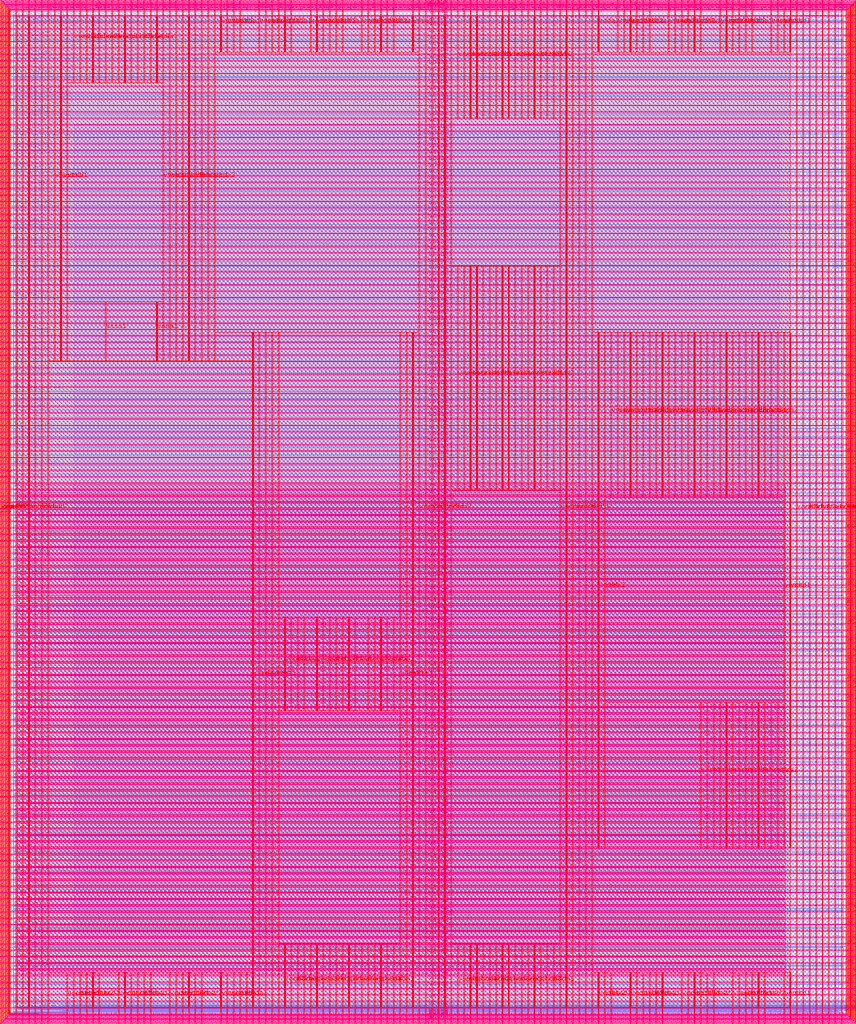
<source format=lef>
VERSION 5.7 ;
  NOWIREEXTENSIONATPIN ON ;
  DIVIDERCHAR "/" ;
  BUSBITCHARS "[]" ;
MACRO user_project_wrapper
  CLASS BLOCK ;
  FOREIGN user_project_wrapper ;
  ORIGIN 0.000 0.000 ;
  SIZE 2920.000 BY 3520.000 ;
  PIN analog_io[0]
    DIRECTION INOUT ;
    USE SIGNAL ;
    PORT
      LAYER met3 ;
        RECT 2917.600 1426.380 2924.800 1427.580 ;
    END
  END analog_io[0]
  PIN analog_io[10]
    DIRECTION INOUT ;
    USE SIGNAL ;
    PORT
      LAYER met2 ;
        RECT 2230.490 3517.600 2231.050 3524.800 ;
    END
  END analog_io[10]
  PIN analog_io[11]
    DIRECTION INOUT ;
    USE SIGNAL ;
    PORT
      LAYER met2 ;
        RECT 1905.730 3517.600 1906.290 3524.800 ;
    END
  END analog_io[11]
  PIN analog_io[12]
    DIRECTION INOUT ;
    USE SIGNAL ;
    PORT
      LAYER met2 ;
        RECT 1581.430 3517.600 1581.990 3524.800 ;
    END
  END analog_io[12]
  PIN analog_io[13]
    DIRECTION INOUT ;
    USE SIGNAL ;
    PORT
      LAYER met2 ;
        RECT 1257.130 3517.600 1257.690 3524.800 ;
    END
  END analog_io[13]
  PIN analog_io[14]
    DIRECTION INOUT ;
    USE SIGNAL ;
    PORT
      LAYER met2 ;
        RECT 932.370 3517.600 932.930 3524.800 ;
    END
  END analog_io[14]
  PIN analog_io[15]
    DIRECTION INOUT ;
    USE SIGNAL ;
    PORT
      LAYER met2 ;
        RECT 608.070 3517.600 608.630 3524.800 ;
    END
  END analog_io[15]
  PIN analog_io[16]
    DIRECTION INOUT ;
    USE SIGNAL ;
    PORT
      LAYER met2 ;
        RECT 283.770 3517.600 284.330 3524.800 ;
    END
  END analog_io[16]
  PIN analog_io[17]
    DIRECTION INOUT ;
    USE SIGNAL ;
    PORT
      LAYER met3 ;
        RECT -4.800 3486.100 2.400 3487.300 ;
    END
  END analog_io[17]
  PIN analog_io[18]
    DIRECTION INOUT ;
    USE SIGNAL ;
    PORT
      LAYER met3 ;
        RECT -4.800 3224.980 2.400 3226.180 ;
    END
  END analog_io[18]
  PIN analog_io[19]
    DIRECTION INOUT ;
    USE SIGNAL ;
    PORT
      LAYER met3 ;
        RECT -4.800 2964.540 2.400 2965.740 ;
    END
  END analog_io[19]
  PIN analog_io[1]
    DIRECTION INOUT ;
    USE SIGNAL ;
    PORT
      LAYER met3 ;
        RECT 2917.600 1692.260 2924.800 1693.460 ;
    END
  END analog_io[1]
  PIN analog_io[20]
    DIRECTION INOUT ;
    USE SIGNAL ;
    PORT
      LAYER met3 ;
        RECT -4.800 2703.420 2.400 2704.620 ;
    END
  END analog_io[20]
  PIN analog_io[21]
    DIRECTION INOUT ;
    USE SIGNAL ;
    PORT
      LAYER met3 ;
        RECT -4.800 2442.980 2.400 2444.180 ;
    END
  END analog_io[21]
  PIN analog_io[22]
    DIRECTION INOUT ;
    USE SIGNAL ;
    PORT
      LAYER met3 ;
        RECT -4.800 2182.540 2.400 2183.740 ;
    END
  END analog_io[22]
  PIN analog_io[23]
    DIRECTION INOUT ;
    USE SIGNAL ;
    PORT
      LAYER met3 ;
        RECT -4.800 1921.420 2.400 1922.620 ;
    END
  END analog_io[23]
  PIN analog_io[24]
    DIRECTION INOUT ;
    USE SIGNAL ;
    PORT
      LAYER met3 ;
        RECT -4.800 1660.980 2.400 1662.180 ;
    END
  END analog_io[24]
  PIN analog_io[25]
    DIRECTION INOUT ;
    USE SIGNAL ;
    PORT
      LAYER met3 ;
        RECT -4.800 1399.860 2.400 1401.060 ;
    END
  END analog_io[25]
  PIN analog_io[26]
    DIRECTION INOUT ;
    USE SIGNAL ;
    PORT
      LAYER met3 ;
        RECT -4.800 1139.420 2.400 1140.620 ;
    END
  END analog_io[26]
  PIN analog_io[27]
    DIRECTION INOUT ;
    USE SIGNAL ;
    PORT
      LAYER met3 ;
        RECT -4.800 878.980 2.400 880.180 ;
    END
  END analog_io[27]
  PIN analog_io[28]
    DIRECTION INOUT ;
    USE SIGNAL ;
    PORT
      LAYER met3 ;
        RECT -4.800 617.860 2.400 619.060 ;
    END
  END analog_io[28]
  PIN analog_io[2]
    DIRECTION INOUT ;
    USE SIGNAL ;
    PORT
      LAYER met3 ;
        RECT 2917.600 1958.140 2924.800 1959.340 ;
    END
  END analog_io[2]
  PIN analog_io[3]
    DIRECTION INOUT ;
    USE SIGNAL ;
    PORT
      LAYER met3 ;
        RECT 2917.600 2223.340 2924.800 2224.540 ;
    END
  END analog_io[3]
  PIN analog_io[4]
    DIRECTION INOUT ;
    USE SIGNAL ;
    PORT
      LAYER met3 ;
        RECT 2917.600 2489.220 2924.800 2490.420 ;
    END
  END analog_io[4]
  PIN analog_io[5]
    DIRECTION INOUT ;
    USE SIGNAL ;
    PORT
      LAYER met3 ;
        RECT 2917.600 2755.100 2924.800 2756.300 ;
    END
  END analog_io[5]
  PIN analog_io[6]
    DIRECTION INOUT ;
    USE SIGNAL ;
    PORT
      LAYER met3 ;
        RECT 2917.600 3020.300 2924.800 3021.500 ;
    END
  END analog_io[6]
  PIN analog_io[7]
    DIRECTION INOUT ;
    USE SIGNAL ;
    PORT
      LAYER met3 ;
        RECT 2917.600 3286.180 2924.800 3287.380 ;
    END
  END analog_io[7]
  PIN analog_io[8]
    DIRECTION INOUT ;
    USE SIGNAL ;
    PORT
      LAYER met2 ;
        RECT 2879.090 3517.600 2879.650 3524.800 ;
    END
  END analog_io[8]
  PIN analog_io[9]
    DIRECTION INOUT ;
    USE SIGNAL ;
    PORT
      LAYER met2 ;
        RECT 2554.790 3517.600 2555.350 3524.800 ;
    END
  END analog_io[9]
  PIN io_in[0]
    DIRECTION INPUT ;
    USE SIGNAL ;
    PORT
      LAYER met3 ;
        RECT 2917.600 32.380 2924.800 33.580 ;
    END
  END io_in[0]
  PIN io_in[10]
    DIRECTION INPUT ;
    USE SIGNAL ;
    PORT
      LAYER met3 ;
        RECT 2917.600 2289.980 2924.800 2291.180 ;
    END
  END io_in[10]
  PIN io_in[11]
    DIRECTION INPUT ;
    USE SIGNAL ;
    PORT
      LAYER met3 ;
        RECT 2917.600 2555.860 2924.800 2557.060 ;
    END
  END io_in[11]
  PIN io_in[12]
    DIRECTION INPUT ;
    USE SIGNAL ;
    PORT
      LAYER met3 ;
        RECT 2917.600 2821.060 2924.800 2822.260 ;
    END
  END io_in[12]
  PIN io_in[13]
    DIRECTION INPUT ;
    USE SIGNAL ;
    PORT
      LAYER met3 ;
        RECT 2917.600 3086.940 2924.800 3088.140 ;
    END
  END io_in[13]
  PIN io_in[14]
    DIRECTION INPUT ;
    USE SIGNAL ;
    PORT
      LAYER met3 ;
        RECT 2917.600 3352.820 2924.800 3354.020 ;
    END
  END io_in[14]
  PIN io_in[15]
    DIRECTION INPUT ;
    USE SIGNAL ;
    PORT
      LAYER met2 ;
        RECT 2798.130 3517.600 2798.690 3524.800 ;
    END
  END io_in[15]
  PIN io_in[16]
    DIRECTION INPUT ;
    USE SIGNAL ;
    PORT
      LAYER met2 ;
        RECT 2473.830 3517.600 2474.390 3524.800 ;
    END
  END io_in[16]
  PIN io_in[17]
    DIRECTION INPUT ;
    USE SIGNAL ;
    PORT
      LAYER met2 ;
        RECT 2149.070 3517.600 2149.630 3524.800 ;
    END
  END io_in[17]
  PIN io_in[18]
    DIRECTION INPUT ;
    USE SIGNAL ;
    PORT
      LAYER met2 ;
        RECT 1824.770 3517.600 1825.330 3524.800 ;
    END
  END io_in[18]
  PIN io_in[19]
    DIRECTION INPUT ;
    USE SIGNAL ;
    PORT
      LAYER met2 ;
        RECT 1500.470 3517.600 1501.030 3524.800 ;
    END
  END io_in[19]
  PIN io_in[1]
    DIRECTION INPUT ;
    USE SIGNAL ;
    PORT
      LAYER met3 ;
        RECT 2917.600 230.940 2924.800 232.140 ;
    END
  END io_in[1]
  PIN io_in[20]
    DIRECTION INPUT ;
    USE SIGNAL ;
    PORT
      LAYER met2 ;
        RECT 1175.710 3517.600 1176.270 3524.800 ;
    END
  END io_in[20]
  PIN io_in[21]
    DIRECTION INPUT ;
    USE SIGNAL ;
    PORT
      LAYER met2 ;
        RECT 851.410 3517.600 851.970 3524.800 ;
    END
  END io_in[21]
  PIN io_in[22]
    DIRECTION INPUT ;
    USE SIGNAL ;
    PORT
      LAYER met2 ;
        RECT 527.110 3517.600 527.670 3524.800 ;
    END
  END io_in[22]
  PIN io_in[23]
    DIRECTION INPUT ;
    USE SIGNAL ;
    PORT
      LAYER met2 ;
        RECT 202.350 3517.600 202.910 3524.800 ;
    END
  END io_in[23]
  PIN io_in[24]
    DIRECTION INPUT ;
    USE SIGNAL ;
    PORT
      LAYER met3 ;
        RECT -4.800 3420.820 2.400 3422.020 ;
    END
  END io_in[24]
  PIN io_in[25]
    DIRECTION INPUT ;
    USE SIGNAL ;
    PORT
      LAYER met3 ;
        RECT -4.800 3159.700 2.400 3160.900 ;
    END
  END io_in[25]
  PIN io_in[26]
    DIRECTION INPUT ;
    USE SIGNAL ;
    PORT
      LAYER met3 ;
        RECT -4.800 2899.260 2.400 2900.460 ;
    END
  END io_in[26]
  PIN io_in[27]
    DIRECTION INPUT ;
    USE SIGNAL ;
    PORT
      LAYER met3 ;
        RECT -4.800 2638.820 2.400 2640.020 ;
    END
  END io_in[27]
  PIN io_in[28]
    DIRECTION INPUT ;
    USE SIGNAL ;
    PORT
      LAYER met3 ;
        RECT -4.800 2377.700 2.400 2378.900 ;
    END
  END io_in[28]
  PIN io_in[29]
    DIRECTION INPUT ;
    USE SIGNAL ;
    PORT
      LAYER met3 ;
        RECT -4.800 2117.260 2.400 2118.460 ;
    END
  END io_in[29]
  PIN io_in[2]
    DIRECTION INPUT ;
    USE SIGNAL ;
    PORT
      LAYER met3 ;
        RECT 2917.600 430.180 2924.800 431.380 ;
    END
  END io_in[2]
  PIN io_in[30]
    DIRECTION INPUT ;
    USE SIGNAL ;
    PORT
      LAYER met3 ;
        RECT -4.800 1856.140 2.400 1857.340 ;
    END
  END io_in[30]
  PIN io_in[31]
    DIRECTION INPUT ;
    USE SIGNAL ;
    PORT
      LAYER met3 ;
        RECT -4.800 1595.700 2.400 1596.900 ;
    END
  END io_in[31]
  PIN io_in[32]
    DIRECTION INPUT ;
    USE SIGNAL ;
    PORT
      LAYER met3 ;
        RECT -4.800 1335.260 2.400 1336.460 ;
    END
  END io_in[32]
  PIN io_in[33]
    DIRECTION INPUT ;
    USE SIGNAL ;
    PORT
      LAYER met3 ;
        RECT -4.800 1074.140 2.400 1075.340 ;
    END
  END io_in[33]
  PIN io_in[34]
    DIRECTION INPUT ;
    USE SIGNAL ;
    PORT
      LAYER met3 ;
        RECT -4.800 813.700 2.400 814.900 ;
    END
  END io_in[34]
  PIN io_in[35]
    DIRECTION INPUT ;
    USE SIGNAL ;
    PORT
      LAYER met3 ;
        RECT -4.800 552.580 2.400 553.780 ;
    END
  END io_in[35]
  PIN io_in[36]
    DIRECTION INPUT ;
    USE SIGNAL ;
    PORT
      LAYER met3 ;
        RECT -4.800 357.420 2.400 358.620 ;
    END
  END io_in[36]
  PIN io_in[37]
    DIRECTION INPUT ;
    USE SIGNAL ;
    PORT
      LAYER met3 ;
        RECT -4.800 161.580 2.400 162.780 ;
    END
  END io_in[37]
  PIN io_in[3]
    DIRECTION INPUT ;
    USE SIGNAL ;
    PORT
      LAYER met3 ;
        RECT 2917.600 629.420 2924.800 630.620 ;
    END
  END io_in[3]
  PIN io_in[4]
    DIRECTION INPUT ;
    USE SIGNAL ;
    PORT
      LAYER met3 ;
        RECT 2917.600 828.660 2924.800 829.860 ;
    END
  END io_in[4]
  PIN io_in[5]
    DIRECTION INPUT ;
    USE SIGNAL ;
    PORT
      LAYER met3 ;
        RECT 2917.600 1027.900 2924.800 1029.100 ;
    END
  END io_in[5]
  PIN io_in[6]
    DIRECTION INPUT ;
    USE SIGNAL ;
    PORT
      LAYER met3 ;
        RECT 2917.600 1227.140 2924.800 1228.340 ;
    END
  END io_in[6]
  PIN io_in[7]
    DIRECTION INPUT ;
    USE SIGNAL ;
    PORT
      LAYER met3 ;
        RECT 2917.600 1493.020 2924.800 1494.220 ;
    END
  END io_in[7]
  PIN io_in[8]
    DIRECTION INPUT ;
    USE SIGNAL ;
    PORT
      LAYER met3 ;
        RECT 2917.600 1758.900 2924.800 1760.100 ;
    END
  END io_in[8]
  PIN io_in[9]
    DIRECTION INPUT ;
    USE SIGNAL ;
    PORT
      LAYER met3 ;
        RECT 2917.600 2024.100 2924.800 2025.300 ;
    END
  END io_in[9]
  PIN io_oeb[0]
    DIRECTION OUTPUT TRISTATE ;
    USE SIGNAL ;
    PORT
      LAYER met3 ;
        RECT 2917.600 164.980 2924.800 166.180 ;
    END
  END io_oeb[0]
  PIN io_oeb[10]
    DIRECTION OUTPUT TRISTATE ;
    USE SIGNAL ;
    PORT
      LAYER met3 ;
        RECT 2917.600 2422.580 2924.800 2423.780 ;
    END
  END io_oeb[10]
  PIN io_oeb[11]
    DIRECTION OUTPUT TRISTATE ;
    USE SIGNAL ;
    PORT
      LAYER met3 ;
        RECT 2917.600 2688.460 2924.800 2689.660 ;
    END
  END io_oeb[11]
  PIN io_oeb[12]
    DIRECTION OUTPUT TRISTATE ;
    USE SIGNAL ;
    PORT
      LAYER met3 ;
        RECT 2917.600 2954.340 2924.800 2955.540 ;
    END
  END io_oeb[12]
  PIN io_oeb[13]
    DIRECTION OUTPUT TRISTATE ;
    USE SIGNAL ;
    PORT
      LAYER met3 ;
        RECT 2917.600 3219.540 2924.800 3220.740 ;
    END
  END io_oeb[13]
  PIN io_oeb[14]
    DIRECTION OUTPUT TRISTATE ;
    USE SIGNAL ;
    PORT
      LAYER met3 ;
        RECT 2917.600 3485.420 2924.800 3486.620 ;
    END
  END io_oeb[14]
  PIN io_oeb[15]
    DIRECTION OUTPUT TRISTATE ;
    USE SIGNAL ;
    PORT
      LAYER met2 ;
        RECT 2635.750 3517.600 2636.310 3524.800 ;
    END
  END io_oeb[15]
  PIN io_oeb[16]
    DIRECTION OUTPUT TRISTATE ;
    USE SIGNAL ;
    PORT
      LAYER met2 ;
        RECT 2311.450 3517.600 2312.010 3524.800 ;
    END
  END io_oeb[16]
  PIN io_oeb[17]
    DIRECTION OUTPUT TRISTATE ;
    USE SIGNAL ;
    PORT
      LAYER met2 ;
        RECT 1987.150 3517.600 1987.710 3524.800 ;
    END
  END io_oeb[17]
  PIN io_oeb[18]
    DIRECTION OUTPUT TRISTATE ;
    USE SIGNAL ;
    PORT
      LAYER met2 ;
        RECT 1662.390 3517.600 1662.950 3524.800 ;
    END
  END io_oeb[18]
  PIN io_oeb[19]
    DIRECTION OUTPUT TRISTATE ;
    USE SIGNAL ;
    PORT
      LAYER met2 ;
        RECT 1338.090 3517.600 1338.650 3524.800 ;
    END
  END io_oeb[19]
  PIN io_oeb[1]
    DIRECTION OUTPUT TRISTATE ;
    USE SIGNAL ;
    PORT
      LAYER met3 ;
        RECT 2917.600 364.220 2924.800 365.420 ;
    END
  END io_oeb[1]
  PIN io_oeb[20]
    DIRECTION OUTPUT TRISTATE ;
    USE SIGNAL ;
    PORT
      LAYER met2 ;
        RECT 1013.790 3517.600 1014.350 3524.800 ;
    END
  END io_oeb[20]
  PIN io_oeb[21]
    DIRECTION OUTPUT TRISTATE ;
    USE SIGNAL ;
    PORT
      LAYER met2 ;
        RECT 689.030 3517.600 689.590 3524.800 ;
    END
  END io_oeb[21]
  PIN io_oeb[22]
    DIRECTION OUTPUT TRISTATE ;
    USE SIGNAL ;
    PORT
      LAYER met2 ;
        RECT 364.730 3517.600 365.290 3524.800 ;
    END
  END io_oeb[22]
  PIN io_oeb[23]
    DIRECTION OUTPUT TRISTATE ;
    USE SIGNAL ;
    PORT
      LAYER met2 ;
        RECT 40.430 3517.600 40.990 3524.800 ;
    END
  END io_oeb[23]
  PIN io_oeb[24]
    DIRECTION OUTPUT TRISTATE ;
    USE SIGNAL ;
    PORT
      LAYER met3 ;
        RECT -4.800 3290.260 2.400 3291.460 ;
    END
  END io_oeb[24]
  PIN io_oeb[25]
    DIRECTION OUTPUT TRISTATE ;
    USE SIGNAL ;
    PORT
      LAYER met3 ;
        RECT -4.800 3029.820 2.400 3031.020 ;
    END
  END io_oeb[25]
  PIN io_oeb[26]
    DIRECTION OUTPUT TRISTATE ;
    USE SIGNAL ;
    PORT
      LAYER met3 ;
        RECT -4.800 2768.700 2.400 2769.900 ;
    END
  END io_oeb[26]
  PIN io_oeb[27]
    DIRECTION OUTPUT TRISTATE ;
    USE SIGNAL ;
    PORT
      LAYER met3 ;
        RECT -4.800 2508.260 2.400 2509.460 ;
    END
  END io_oeb[27]
  PIN io_oeb[28]
    DIRECTION OUTPUT TRISTATE ;
    USE SIGNAL ;
    PORT
      LAYER met3 ;
        RECT -4.800 2247.140 2.400 2248.340 ;
    END
  END io_oeb[28]
  PIN io_oeb[29]
    DIRECTION OUTPUT TRISTATE ;
    USE SIGNAL ;
    PORT
      LAYER met3 ;
        RECT -4.800 1986.700 2.400 1987.900 ;
    END
  END io_oeb[29]
  PIN io_oeb[2]
    DIRECTION OUTPUT TRISTATE ;
    USE SIGNAL ;
    PORT
      LAYER met3 ;
        RECT 2917.600 563.460 2924.800 564.660 ;
    END
  END io_oeb[2]
  PIN io_oeb[30]
    DIRECTION OUTPUT TRISTATE ;
    USE SIGNAL ;
    PORT
      LAYER met3 ;
        RECT -4.800 1726.260 2.400 1727.460 ;
    END
  END io_oeb[30]
  PIN io_oeb[31]
    DIRECTION OUTPUT TRISTATE ;
    USE SIGNAL ;
    PORT
      LAYER met3 ;
        RECT -4.800 1465.140 2.400 1466.340 ;
    END
  END io_oeb[31]
  PIN io_oeb[32]
    DIRECTION OUTPUT TRISTATE ;
    USE SIGNAL ;
    PORT
      LAYER met3 ;
        RECT -4.800 1204.700 2.400 1205.900 ;
    END
  END io_oeb[32]
  PIN io_oeb[33]
    DIRECTION OUTPUT TRISTATE ;
    USE SIGNAL ;
    PORT
      LAYER met3 ;
        RECT -4.800 943.580 2.400 944.780 ;
    END
  END io_oeb[33]
  PIN io_oeb[34]
    DIRECTION OUTPUT TRISTATE ;
    USE SIGNAL ;
    PORT
      LAYER met3 ;
        RECT -4.800 683.140 2.400 684.340 ;
    END
  END io_oeb[34]
  PIN io_oeb[35]
    DIRECTION OUTPUT TRISTATE ;
    USE SIGNAL ;
    PORT
      LAYER met3 ;
        RECT -4.800 422.700 2.400 423.900 ;
    END
  END io_oeb[35]
  PIN io_oeb[36]
    DIRECTION OUTPUT TRISTATE ;
    USE SIGNAL ;
    PORT
      LAYER met3 ;
        RECT -4.800 226.860 2.400 228.060 ;
    END
  END io_oeb[36]
  PIN io_oeb[37]
    DIRECTION OUTPUT TRISTATE ;
    USE SIGNAL ;
    PORT
      LAYER met3 ;
        RECT -4.800 31.700 2.400 32.900 ;
    END
  END io_oeb[37]
  PIN io_oeb[3]
    DIRECTION OUTPUT TRISTATE ;
    USE SIGNAL ;
    PORT
      LAYER met3 ;
        RECT 2917.600 762.700 2924.800 763.900 ;
    END
  END io_oeb[3]
  PIN io_oeb[4]
    DIRECTION OUTPUT TRISTATE ;
    USE SIGNAL ;
    PORT
      LAYER met3 ;
        RECT 2917.600 961.940 2924.800 963.140 ;
    END
  END io_oeb[4]
  PIN io_oeb[5]
    DIRECTION OUTPUT TRISTATE ;
    USE SIGNAL ;
    PORT
      LAYER met3 ;
        RECT 2917.600 1161.180 2924.800 1162.380 ;
    END
  END io_oeb[5]
  PIN io_oeb[6]
    DIRECTION OUTPUT TRISTATE ;
    USE SIGNAL ;
    PORT
      LAYER met3 ;
        RECT 2917.600 1360.420 2924.800 1361.620 ;
    END
  END io_oeb[6]
  PIN io_oeb[7]
    DIRECTION OUTPUT TRISTATE ;
    USE SIGNAL ;
    PORT
      LAYER met3 ;
        RECT 2917.600 1625.620 2924.800 1626.820 ;
    END
  END io_oeb[7]
  PIN io_oeb[8]
    DIRECTION OUTPUT TRISTATE ;
    USE SIGNAL ;
    PORT
      LAYER met3 ;
        RECT 2917.600 1891.500 2924.800 1892.700 ;
    END
  END io_oeb[8]
  PIN io_oeb[9]
    DIRECTION OUTPUT TRISTATE ;
    USE SIGNAL ;
    PORT
      LAYER met3 ;
        RECT 2917.600 2157.380 2924.800 2158.580 ;
    END
  END io_oeb[9]
  PIN io_out[0]
    DIRECTION OUTPUT TRISTATE ;
    USE SIGNAL ;
    PORT
      LAYER met3 ;
        RECT 2917.600 98.340 2924.800 99.540 ;
    END
  END io_out[0]
  PIN io_out[10]
    DIRECTION OUTPUT TRISTATE ;
    USE SIGNAL ;
    PORT
      LAYER met3 ;
        RECT 2917.600 2356.620 2924.800 2357.820 ;
    END
  END io_out[10]
  PIN io_out[11]
    DIRECTION OUTPUT TRISTATE ;
    USE SIGNAL ;
    PORT
      LAYER met3 ;
        RECT 2917.600 2621.820 2924.800 2623.020 ;
    END
  END io_out[11]
  PIN io_out[12]
    DIRECTION OUTPUT TRISTATE ;
    USE SIGNAL ;
    PORT
      LAYER met3 ;
        RECT 2917.600 2887.700 2924.800 2888.900 ;
    END
  END io_out[12]
  PIN io_out[13]
    DIRECTION OUTPUT TRISTATE ;
    USE SIGNAL ;
    PORT
      LAYER met3 ;
        RECT 2917.600 3153.580 2924.800 3154.780 ;
    END
  END io_out[13]
  PIN io_out[14]
    DIRECTION OUTPUT TRISTATE ;
    USE SIGNAL ;
    PORT
      LAYER met3 ;
        RECT 2917.600 3418.780 2924.800 3419.980 ;
    END
  END io_out[14]
  PIN io_out[15]
    DIRECTION OUTPUT TRISTATE ;
    USE SIGNAL ;
    PORT
      LAYER met2 ;
        RECT 2717.170 3517.600 2717.730 3524.800 ;
    END
  END io_out[15]
  PIN io_out[16]
    DIRECTION OUTPUT TRISTATE ;
    USE SIGNAL ;
    PORT
      LAYER met2 ;
        RECT 2392.410 3517.600 2392.970 3524.800 ;
    END
  END io_out[16]
  PIN io_out[17]
    DIRECTION OUTPUT TRISTATE ;
    USE SIGNAL ;
    PORT
      LAYER met2 ;
        RECT 2068.110 3517.600 2068.670 3524.800 ;
    END
  END io_out[17]
  PIN io_out[18]
    DIRECTION OUTPUT TRISTATE ;
    USE SIGNAL ;
    PORT
      LAYER met2 ;
        RECT 1743.810 3517.600 1744.370 3524.800 ;
    END
  END io_out[18]
  PIN io_out[19]
    DIRECTION OUTPUT TRISTATE ;
    USE SIGNAL ;
    PORT
      LAYER met2 ;
        RECT 1419.050 3517.600 1419.610 3524.800 ;
    END
  END io_out[19]
  PIN io_out[1]
    DIRECTION OUTPUT TRISTATE ;
    USE SIGNAL ;
    PORT
      LAYER met3 ;
        RECT 2917.600 297.580 2924.800 298.780 ;
    END
  END io_out[1]
  PIN io_out[20]
    DIRECTION OUTPUT TRISTATE ;
    USE SIGNAL ;
    PORT
      LAYER met2 ;
        RECT 1094.750 3517.600 1095.310 3524.800 ;
    END
  END io_out[20]
  PIN io_out[21]
    DIRECTION OUTPUT TRISTATE ;
    USE SIGNAL ;
    PORT
      LAYER met2 ;
        RECT 770.450 3517.600 771.010 3524.800 ;
    END
  END io_out[21]
  PIN io_out[22]
    DIRECTION OUTPUT TRISTATE ;
    USE SIGNAL ;
    PORT
      LAYER met2 ;
        RECT 445.690 3517.600 446.250 3524.800 ;
    END
  END io_out[22]
  PIN io_out[23]
    DIRECTION OUTPUT TRISTATE ;
    USE SIGNAL ;
    PORT
      LAYER met2 ;
        RECT 121.390 3517.600 121.950 3524.800 ;
    END
  END io_out[23]
  PIN io_out[24]
    DIRECTION OUTPUT TRISTATE ;
    USE SIGNAL ;
    PORT
      LAYER met3 ;
        RECT -4.800 3355.540 2.400 3356.740 ;
    END
  END io_out[24]
  PIN io_out[25]
    DIRECTION OUTPUT TRISTATE ;
    USE SIGNAL ;
    PORT
      LAYER met3 ;
        RECT -4.800 3095.100 2.400 3096.300 ;
    END
  END io_out[25]
  PIN io_out[26]
    DIRECTION OUTPUT TRISTATE ;
    USE SIGNAL ;
    PORT
      LAYER met3 ;
        RECT -4.800 2833.980 2.400 2835.180 ;
    END
  END io_out[26]
  PIN io_out[27]
    DIRECTION OUTPUT TRISTATE ;
    USE SIGNAL ;
    PORT
      LAYER met3 ;
        RECT -4.800 2573.540 2.400 2574.740 ;
    END
  END io_out[27]
  PIN io_out[28]
    DIRECTION OUTPUT TRISTATE ;
    USE SIGNAL ;
    PORT
      LAYER met3 ;
        RECT -4.800 2312.420 2.400 2313.620 ;
    END
  END io_out[28]
  PIN io_out[29]
    DIRECTION OUTPUT TRISTATE ;
    USE SIGNAL ;
    PORT
      LAYER met3 ;
        RECT -4.800 2051.980 2.400 2053.180 ;
    END
  END io_out[29]
  PIN io_out[2]
    DIRECTION OUTPUT TRISTATE ;
    USE SIGNAL ;
    PORT
      LAYER met3 ;
        RECT 2917.600 496.820 2924.800 498.020 ;
    END
  END io_out[2]
  PIN io_out[30]
    DIRECTION OUTPUT TRISTATE ;
    USE SIGNAL ;
    PORT
      LAYER met3 ;
        RECT -4.800 1791.540 2.400 1792.740 ;
    END
  END io_out[30]
  PIN io_out[31]
    DIRECTION OUTPUT TRISTATE ;
    USE SIGNAL ;
    PORT
      LAYER met3 ;
        RECT -4.800 1530.420 2.400 1531.620 ;
    END
  END io_out[31]
  PIN io_out[32]
    DIRECTION OUTPUT TRISTATE ;
    USE SIGNAL ;
    PORT
      LAYER met3 ;
        RECT -4.800 1269.980 2.400 1271.180 ;
    END
  END io_out[32]
  PIN io_out[33]
    DIRECTION OUTPUT TRISTATE ;
    USE SIGNAL ;
    PORT
      LAYER met3 ;
        RECT -4.800 1008.860 2.400 1010.060 ;
    END
  END io_out[33]
  PIN io_out[34]
    DIRECTION OUTPUT TRISTATE ;
    USE SIGNAL ;
    PORT
      LAYER met3 ;
        RECT -4.800 748.420 2.400 749.620 ;
    END
  END io_out[34]
  PIN io_out[35]
    DIRECTION OUTPUT TRISTATE ;
    USE SIGNAL ;
    PORT
      LAYER met3 ;
        RECT -4.800 487.300 2.400 488.500 ;
    END
  END io_out[35]
  PIN io_out[36]
    DIRECTION OUTPUT TRISTATE ;
    USE SIGNAL ;
    PORT
      LAYER met3 ;
        RECT -4.800 292.140 2.400 293.340 ;
    END
  END io_out[36]
  PIN io_out[37]
    DIRECTION OUTPUT TRISTATE ;
    USE SIGNAL ;
    PORT
      LAYER met3 ;
        RECT -4.800 96.300 2.400 97.500 ;
    END
  END io_out[37]
  PIN io_out[3]
    DIRECTION OUTPUT TRISTATE ;
    USE SIGNAL ;
    PORT
      LAYER met3 ;
        RECT 2917.600 696.060 2924.800 697.260 ;
    END
  END io_out[3]
  PIN io_out[4]
    DIRECTION OUTPUT TRISTATE ;
    USE SIGNAL ;
    PORT
      LAYER met3 ;
        RECT 2917.600 895.300 2924.800 896.500 ;
    END
  END io_out[4]
  PIN io_out[5]
    DIRECTION OUTPUT TRISTATE ;
    USE SIGNAL ;
    PORT
      LAYER met3 ;
        RECT 2917.600 1094.540 2924.800 1095.740 ;
    END
  END io_out[5]
  PIN io_out[6]
    DIRECTION OUTPUT TRISTATE ;
    USE SIGNAL ;
    PORT
      LAYER met3 ;
        RECT 2917.600 1293.780 2924.800 1294.980 ;
    END
  END io_out[6]
  PIN io_out[7]
    DIRECTION OUTPUT TRISTATE ;
    USE SIGNAL ;
    PORT
      LAYER met3 ;
        RECT 2917.600 1559.660 2924.800 1560.860 ;
    END
  END io_out[7]
  PIN io_out[8]
    DIRECTION OUTPUT TRISTATE ;
    USE SIGNAL ;
    PORT
      LAYER met3 ;
        RECT 2917.600 1824.860 2924.800 1826.060 ;
    END
  END io_out[8]
  PIN io_out[9]
    DIRECTION OUTPUT TRISTATE ;
    USE SIGNAL ;
    PORT
      LAYER met3 ;
        RECT 2917.600 2090.740 2924.800 2091.940 ;
    END
  END io_out[9]
  PIN la_data_in[0]
    DIRECTION INPUT ;
    USE SIGNAL ;
    PORT
      LAYER met2 ;
        RECT 629.230 -4.800 629.790 2.400 ;
    END
  END la_data_in[0]
  PIN la_data_in[100]
    DIRECTION INPUT ;
    USE SIGNAL ;
    PORT
      LAYER met2 ;
        RECT 2402.530 -4.800 2403.090 2.400 ;
    END
  END la_data_in[100]
  PIN la_data_in[101]
    DIRECTION INPUT ;
    USE SIGNAL ;
    PORT
      LAYER met2 ;
        RECT 2420.010 -4.800 2420.570 2.400 ;
    END
  END la_data_in[101]
  PIN la_data_in[102]
    DIRECTION INPUT ;
    USE SIGNAL ;
    PORT
      LAYER met2 ;
        RECT 2437.950 -4.800 2438.510 2.400 ;
    END
  END la_data_in[102]
  PIN la_data_in[103]
    DIRECTION INPUT ;
    USE SIGNAL ;
    PORT
      LAYER met2 ;
        RECT 2455.430 -4.800 2455.990 2.400 ;
    END
  END la_data_in[103]
  PIN la_data_in[104]
    DIRECTION INPUT ;
    USE SIGNAL ;
    PORT
      LAYER met2 ;
        RECT 2473.370 -4.800 2473.930 2.400 ;
    END
  END la_data_in[104]
  PIN la_data_in[105]
    DIRECTION INPUT ;
    USE SIGNAL ;
    PORT
      LAYER met2 ;
        RECT 2490.850 -4.800 2491.410 2.400 ;
    END
  END la_data_in[105]
  PIN la_data_in[106]
    DIRECTION INPUT ;
    USE SIGNAL ;
    PORT
      LAYER met2 ;
        RECT 2508.790 -4.800 2509.350 2.400 ;
    END
  END la_data_in[106]
  PIN la_data_in[107]
    DIRECTION INPUT ;
    USE SIGNAL ;
    PORT
      LAYER met2 ;
        RECT 2526.730 -4.800 2527.290 2.400 ;
    END
  END la_data_in[107]
  PIN la_data_in[108]
    DIRECTION INPUT ;
    USE SIGNAL ;
    PORT
      LAYER met2 ;
        RECT 2544.210 -4.800 2544.770 2.400 ;
    END
  END la_data_in[108]
  PIN la_data_in[109]
    DIRECTION INPUT ;
    USE SIGNAL ;
    PORT
      LAYER met2 ;
        RECT 2562.150 -4.800 2562.710 2.400 ;
    END
  END la_data_in[109]
  PIN la_data_in[10]
    DIRECTION INPUT ;
    USE SIGNAL ;
    PORT
      LAYER met2 ;
        RECT 806.330 -4.800 806.890 2.400 ;
    END
  END la_data_in[10]
  PIN la_data_in[110]
    DIRECTION INPUT ;
    USE SIGNAL ;
    PORT
      LAYER met2 ;
        RECT 2579.630 -4.800 2580.190 2.400 ;
    END
  END la_data_in[110]
  PIN la_data_in[111]
    DIRECTION INPUT ;
    USE SIGNAL ;
    PORT
      LAYER met2 ;
        RECT 2597.570 -4.800 2598.130 2.400 ;
    END
  END la_data_in[111]
  PIN la_data_in[112]
    DIRECTION INPUT ;
    USE SIGNAL ;
    PORT
      LAYER met2 ;
        RECT 2615.050 -4.800 2615.610 2.400 ;
    END
  END la_data_in[112]
  PIN la_data_in[113]
    DIRECTION INPUT ;
    USE SIGNAL ;
    PORT
      LAYER met2 ;
        RECT 2632.990 -4.800 2633.550 2.400 ;
    END
  END la_data_in[113]
  PIN la_data_in[114]
    DIRECTION INPUT ;
    USE SIGNAL ;
    PORT
      LAYER met2 ;
        RECT 2650.470 -4.800 2651.030 2.400 ;
    END
  END la_data_in[114]
  PIN la_data_in[115]
    DIRECTION INPUT ;
    USE SIGNAL ;
    PORT
      LAYER met2 ;
        RECT 2668.410 -4.800 2668.970 2.400 ;
    END
  END la_data_in[115]
  PIN la_data_in[116]
    DIRECTION INPUT ;
    USE SIGNAL ;
    PORT
      LAYER met2 ;
        RECT 2685.890 -4.800 2686.450 2.400 ;
    END
  END la_data_in[116]
  PIN la_data_in[117]
    DIRECTION INPUT ;
    USE SIGNAL ;
    PORT
      LAYER met2 ;
        RECT 2703.830 -4.800 2704.390 2.400 ;
    END
  END la_data_in[117]
  PIN la_data_in[118]
    DIRECTION INPUT ;
    USE SIGNAL ;
    PORT
      LAYER met2 ;
        RECT 2721.770 -4.800 2722.330 2.400 ;
    END
  END la_data_in[118]
  PIN la_data_in[119]
    DIRECTION INPUT ;
    USE SIGNAL ;
    PORT
      LAYER met2 ;
        RECT 2739.250 -4.800 2739.810 2.400 ;
    END
  END la_data_in[119]
  PIN la_data_in[11]
    DIRECTION INPUT ;
    USE SIGNAL ;
    PORT
      LAYER met2 ;
        RECT 824.270 -4.800 824.830 2.400 ;
    END
  END la_data_in[11]
  PIN la_data_in[120]
    DIRECTION INPUT ;
    USE SIGNAL ;
    PORT
      LAYER met2 ;
        RECT 2757.190 -4.800 2757.750 2.400 ;
    END
  END la_data_in[120]
  PIN la_data_in[121]
    DIRECTION INPUT ;
    USE SIGNAL ;
    PORT
      LAYER met2 ;
        RECT 2774.670 -4.800 2775.230 2.400 ;
    END
  END la_data_in[121]
  PIN la_data_in[122]
    DIRECTION INPUT ;
    USE SIGNAL ;
    PORT
      LAYER met2 ;
        RECT 2792.610 -4.800 2793.170 2.400 ;
    END
  END la_data_in[122]
  PIN la_data_in[123]
    DIRECTION INPUT ;
    USE SIGNAL ;
    PORT
      LAYER met2 ;
        RECT 2810.090 -4.800 2810.650 2.400 ;
    END
  END la_data_in[123]
  PIN la_data_in[124]
    DIRECTION INPUT ;
    USE SIGNAL ;
    PORT
      LAYER met2 ;
        RECT 2828.030 -4.800 2828.590 2.400 ;
    END
  END la_data_in[124]
  PIN la_data_in[125]
    DIRECTION INPUT ;
    USE SIGNAL ;
    PORT
      LAYER met2 ;
        RECT 2845.510 -4.800 2846.070 2.400 ;
    END
  END la_data_in[125]
  PIN la_data_in[126]
    DIRECTION INPUT ;
    USE SIGNAL ;
    PORT
      LAYER met2 ;
        RECT 2863.450 -4.800 2864.010 2.400 ;
    END
  END la_data_in[126]
  PIN la_data_in[127]
    DIRECTION INPUT ;
    USE SIGNAL ;
    PORT
      LAYER met2 ;
        RECT 2881.390 -4.800 2881.950 2.400 ;
    END
  END la_data_in[127]
  PIN la_data_in[12]
    DIRECTION INPUT ;
    USE SIGNAL ;
    PORT
      LAYER met2 ;
        RECT 841.750 -4.800 842.310 2.400 ;
    END
  END la_data_in[12]
  PIN la_data_in[13]
    DIRECTION INPUT ;
    USE SIGNAL ;
    PORT
      LAYER met2 ;
        RECT 859.690 -4.800 860.250 2.400 ;
    END
  END la_data_in[13]
  PIN la_data_in[14]
    DIRECTION INPUT ;
    USE SIGNAL ;
    PORT
      LAYER met2 ;
        RECT 877.170 -4.800 877.730 2.400 ;
    END
  END la_data_in[14]
  PIN la_data_in[15]
    DIRECTION INPUT ;
    USE SIGNAL ;
    PORT
      LAYER met2 ;
        RECT 895.110 -4.800 895.670 2.400 ;
    END
  END la_data_in[15]
  PIN la_data_in[16]
    DIRECTION INPUT ;
    USE SIGNAL ;
    PORT
      LAYER met2 ;
        RECT 912.590 -4.800 913.150 2.400 ;
    END
  END la_data_in[16]
  PIN la_data_in[17]
    DIRECTION INPUT ;
    USE SIGNAL ;
    PORT
      LAYER met2 ;
        RECT 930.530 -4.800 931.090 2.400 ;
    END
  END la_data_in[17]
  PIN la_data_in[18]
    DIRECTION INPUT ;
    USE SIGNAL ;
    PORT
      LAYER met2 ;
        RECT 948.470 -4.800 949.030 2.400 ;
    END
  END la_data_in[18]
  PIN la_data_in[19]
    DIRECTION INPUT ;
    USE SIGNAL ;
    PORT
      LAYER met2 ;
        RECT 965.950 -4.800 966.510 2.400 ;
    END
  END la_data_in[19]
  PIN la_data_in[1]
    DIRECTION INPUT ;
    USE SIGNAL ;
    PORT
      LAYER met2 ;
        RECT 646.710 -4.800 647.270 2.400 ;
    END
  END la_data_in[1]
  PIN la_data_in[20]
    DIRECTION INPUT ;
    USE SIGNAL ;
    PORT
      LAYER met2 ;
        RECT 983.890 -4.800 984.450 2.400 ;
    END
  END la_data_in[20]
  PIN la_data_in[21]
    DIRECTION INPUT ;
    USE SIGNAL ;
    PORT
      LAYER met2 ;
        RECT 1001.370 -4.800 1001.930 2.400 ;
    END
  END la_data_in[21]
  PIN la_data_in[22]
    DIRECTION INPUT ;
    USE SIGNAL ;
    PORT
      LAYER met2 ;
        RECT 1019.310 -4.800 1019.870 2.400 ;
    END
  END la_data_in[22]
  PIN la_data_in[23]
    DIRECTION INPUT ;
    USE SIGNAL ;
    PORT
      LAYER met2 ;
        RECT 1036.790 -4.800 1037.350 2.400 ;
    END
  END la_data_in[23]
  PIN la_data_in[24]
    DIRECTION INPUT ;
    USE SIGNAL ;
    PORT
      LAYER met2 ;
        RECT 1054.730 -4.800 1055.290 2.400 ;
    END
  END la_data_in[24]
  PIN la_data_in[25]
    DIRECTION INPUT ;
    USE SIGNAL ;
    PORT
      LAYER met2 ;
        RECT 1072.210 -4.800 1072.770 2.400 ;
    END
  END la_data_in[25]
  PIN la_data_in[26]
    DIRECTION INPUT ;
    USE SIGNAL ;
    PORT
      LAYER met2 ;
        RECT 1090.150 -4.800 1090.710 2.400 ;
    END
  END la_data_in[26]
  PIN la_data_in[27]
    DIRECTION INPUT ;
    USE SIGNAL ;
    PORT
      LAYER met2 ;
        RECT 1107.630 -4.800 1108.190 2.400 ;
    END
  END la_data_in[27]
  PIN la_data_in[28]
    DIRECTION INPUT ;
    USE SIGNAL ;
    PORT
      LAYER met2 ;
        RECT 1125.570 -4.800 1126.130 2.400 ;
    END
  END la_data_in[28]
  PIN la_data_in[29]
    DIRECTION INPUT ;
    USE SIGNAL ;
    PORT
      LAYER met2 ;
        RECT 1143.510 -4.800 1144.070 2.400 ;
    END
  END la_data_in[29]
  PIN la_data_in[2]
    DIRECTION INPUT ;
    USE SIGNAL ;
    PORT
      LAYER met2 ;
        RECT 664.650 -4.800 665.210 2.400 ;
    END
  END la_data_in[2]
  PIN la_data_in[30]
    DIRECTION INPUT ;
    USE SIGNAL ;
    PORT
      LAYER met2 ;
        RECT 1160.990 -4.800 1161.550 2.400 ;
    END
  END la_data_in[30]
  PIN la_data_in[31]
    DIRECTION INPUT ;
    USE SIGNAL ;
    PORT
      LAYER met2 ;
        RECT 1178.930 -4.800 1179.490 2.400 ;
    END
  END la_data_in[31]
  PIN la_data_in[32]
    DIRECTION INPUT ;
    USE SIGNAL ;
    PORT
      LAYER met2 ;
        RECT 1196.410 -4.800 1196.970 2.400 ;
    END
  END la_data_in[32]
  PIN la_data_in[33]
    DIRECTION INPUT ;
    USE SIGNAL ;
    PORT
      LAYER met2 ;
        RECT 1214.350 -4.800 1214.910 2.400 ;
    END
  END la_data_in[33]
  PIN la_data_in[34]
    DIRECTION INPUT ;
    USE SIGNAL ;
    PORT
      LAYER met2 ;
        RECT 1231.830 -4.800 1232.390 2.400 ;
    END
  END la_data_in[34]
  PIN la_data_in[35]
    DIRECTION INPUT ;
    USE SIGNAL ;
    PORT
      LAYER met2 ;
        RECT 1249.770 -4.800 1250.330 2.400 ;
    END
  END la_data_in[35]
  PIN la_data_in[36]
    DIRECTION INPUT ;
    USE SIGNAL ;
    PORT
      LAYER met2 ;
        RECT 1267.250 -4.800 1267.810 2.400 ;
    END
  END la_data_in[36]
  PIN la_data_in[37]
    DIRECTION INPUT ;
    USE SIGNAL ;
    PORT
      LAYER met2 ;
        RECT 1285.190 -4.800 1285.750 2.400 ;
    END
  END la_data_in[37]
  PIN la_data_in[38]
    DIRECTION INPUT ;
    USE SIGNAL ;
    PORT
      LAYER met2 ;
        RECT 1303.130 -4.800 1303.690 2.400 ;
    END
  END la_data_in[38]
  PIN la_data_in[39]
    DIRECTION INPUT ;
    USE SIGNAL ;
    PORT
      LAYER met2 ;
        RECT 1320.610 -4.800 1321.170 2.400 ;
    END
  END la_data_in[39]
  PIN la_data_in[3]
    DIRECTION INPUT ;
    USE SIGNAL ;
    PORT
      LAYER met2 ;
        RECT 682.130 -4.800 682.690 2.400 ;
    END
  END la_data_in[3]
  PIN la_data_in[40]
    DIRECTION INPUT ;
    USE SIGNAL ;
    PORT
      LAYER met2 ;
        RECT 1338.550 -4.800 1339.110 2.400 ;
    END
  END la_data_in[40]
  PIN la_data_in[41]
    DIRECTION INPUT ;
    USE SIGNAL ;
    PORT
      LAYER met2 ;
        RECT 1356.030 -4.800 1356.590 2.400 ;
    END
  END la_data_in[41]
  PIN la_data_in[42]
    DIRECTION INPUT ;
    USE SIGNAL ;
    PORT
      LAYER met2 ;
        RECT 1373.970 -4.800 1374.530 2.400 ;
    END
  END la_data_in[42]
  PIN la_data_in[43]
    DIRECTION INPUT ;
    USE SIGNAL ;
    PORT
      LAYER met2 ;
        RECT 1391.450 -4.800 1392.010 2.400 ;
    END
  END la_data_in[43]
  PIN la_data_in[44]
    DIRECTION INPUT ;
    USE SIGNAL ;
    PORT
      LAYER met2 ;
        RECT 1409.390 -4.800 1409.950 2.400 ;
    END
  END la_data_in[44]
  PIN la_data_in[45]
    DIRECTION INPUT ;
    USE SIGNAL ;
    PORT
      LAYER met2 ;
        RECT 1426.870 -4.800 1427.430 2.400 ;
    END
  END la_data_in[45]
  PIN la_data_in[46]
    DIRECTION INPUT ;
    USE SIGNAL ;
    PORT
      LAYER met2 ;
        RECT 1444.810 -4.800 1445.370 2.400 ;
    END
  END la_data_in[46]
  PIN la_data_in[47]
    DIRECTION INPUT ;
    USE SIGNAL ;
    PORT
      LAYER met2 ;
        RECT 1462.750 -4.800 1463.310 2.400 ;
    END
  END la_data_in[47]
  PIN la_data_in[48]
    DIRECTION INPUT ;
    USE SIGNAL ;
    PORT
      LAYER met2 ;
        RECT 1480.230 -4.800 1480.790 2.400 ;
    END
  END la_data_in[48]
  PIN la_data_in[49]
    DIRECTION INPUT ;
    USE SIGNAL ;
    PORT
      LAYER met2 ;
        RECT 1498.170 -4.800 1498.730 2.400 ;
    END
  END la_data_in[49]
  PIN la_data_in[4]
    DIRECTION INPUT ;
    USE SIGNAL ;
    PORT
      LAYER met2 ;
        RECT 700.070 -4.800 700.630 2.400 ;
    END
  END la_data_in[4]
  PIN la_data_in[50]
    DIRECTION INPUT ;
    USE SIGNAL ;
    PORT
      LAYER met2 ;
        RECT 1515.650 -4.800 1516.210 2.400 ;
    END
  END la_data_in[50]
  PIN la_data_in[51]
    DIRECTION INPUT ;
    USE SIGNAL ;
    PORT
      LAYER met2 ;
        RECT 1533.590 -4.800 1534.150 2.400 ;
    END
  END la_data_in[51]
  PIN la_data_in[52]
    DIRECTION INPUT ;
    USE SIGNAL ;
    PORT
      LAYER met2 ;
        RECT 1551.070 -4.800 1551.630 2.400 ;
    END
  END la_data_in[52]
  PIN la_data_in[53]
    DIRECTION INPUT ;
    USE SIGNAL ;
    PORT
      LAYER met2 ;
        RECT 1569.010 -4.800 1569.570 2.400 ;
    END
  END la_data_in[53]
  PIN la_data_in[54]
    DIRECTION INPUT ;
    USE SIGNAL ;
    PORT
      LAYER met2 ;
        RECT 1586.490 -4.800 1587.050 2.400 ;
    END
  END la_data_in[54]
  PIN la_data_in[55]
    DIRECTION INPUT ;
    USE SIGNAL ;
    PORT
      LAYER met2 ;
        RECT 1604.430 -4.800 1604.990 2.400 ;
    END
  END la_data_in[55]
  PIN la_data_in[56]
    DIRECTION INPUT ;
    USE SIGNAL ;
    PORT
      LAYER met2 ;
        RECT 1621.910 -4.800 1622.470 2.400 ;
    END
  END la_data_in[56]
  PIN la_data_in[57]
    DIRECTION INPUT ;
    USE SIGNAL ;
    PORT
      LAYER met2 ;
        RECT 1639.850 -4.800 1640.410 2.400 ;
    END
  END la_data_in[57]
  PIN la_data_in[58]
    DIRECTION INPUT ;
    USE SIGNAL ;
    PORT
      LAYER met2 ;
        RECT 1657.790 -4.800 1658.350 2.400 ;
    END
  END la_data_in[58]
  PIN la_data_in[59]
    DIRECTION INPUT ;
    USE SIGNAL ;
    PORT
      LAYER met2 ;
        RECT 1675.270 -4.800 1675.830 2.400 ;
    END
  END la_data_in[59]
  PIN la_data_in[5]
    DIRECTION INPUT ;
    USE SIGNAL ;
    PORT
      LAYER met2 ;
        RECT 717.550 -4.800 718.110 2.400 ;
    END
  END la_data_in[5]
  PIN la_data_in[60]
    DIRECTION INPUT ;
    USE SIGNAL ;
    PORT
      LAYER met2 ;
        RECT 1693.210 -4.800 1693.770 2.400 ;
    END
  END la_data_in[60]
  PIN la_data_in[61]
    DIRECTION INPUT ;
    USE SIGNAL ;
    PORT
      LAYER met2 ;
        RECT 1710.690 -4.800 1711.250 2.400 ;
    END
  END la_data_in[61]
  PIN la_data_in[62]
    DIRECTION INPUT ;
    USE SIGNAL ;
    PORT
      LAYER met2 ;
        RECT 1728.630 -4.800 1729.190 2.400 ;
    END
  END la_data_in[62]
  PIN la_data_in[63]
    DIRECTION INPUT ;
    USE SIGNAL ;
    PORT
      LAYER met2 ;
        RECT 1746.110 -4.800 1746.670 2.400 ;
    END
  END la_data_in[63]
  PIN la_data_in[64]
    DIRECTION INPUT ;
    USE SIGNAL ;
    PORT
      LAYER met2 ;
        RECT 1764.050 -4.800 1764.610 2.400 ;
    END
  END la_data_in[64]
  PIN la_data_in[65]
    DIRECTION INPUT ;
    USE SIGNAL ;
    PORT
      LAYER met2 ;
        RECT 1781.530 -4.800 1782.090 2.400 ;
    END
  END la_data_in[65]
  PIN la_data_in[66]
    DIRECTION INPUT ;
    USE SIGNAL ;
    PORT
      LAYER met2 ;
        RECT 1799.470 -4.800 1800.030 2.400 ;
    END
  END la_data_in[66]
  PIN la_data_in[67]
    DIRECTION INPUT ;
    USE SIGNAL ;
    PORT
      LAYER met2 ;
        RECT 1817.410 -4.800 1817.970 2.400 ;
    END
  END la_data_in[67]
  PIN la_data_in[68]
    DIRECTION INPUT ;
    USE SIGNAL ;
    PORT
      LAYER met2 ;
        RECT 1834.890 -4.800 1835.450 2.400 ;
    END
  END la_data_in[68]
  PIN la_data_in[69]
    DIRECTION INPUT ;
    USE SIGNAL ;
    PORT
      LAYER met2 ;
        RECT 1852.830 -4.800 1853.390 2.400 ;
    END
  END la_data_in[69]
  PIN la_data_in[6]
    DIRECTION INPUT ;
    USE SIGNAL ;
    PORT
      LAYER met2 ;
        RECT 735.490 -4.800 736.050 2.400 ;
    END
  END la_data_in[6]
  PIN la_data_in[70]
    DIRECTION INPUT ;
    USE SIGNAL ;
    PORT
      LAYER met2 ;
        RECT 1870.310 -4.800 1870.870 2.400 ;
    END
  END la_data_in[70]
  PIN la_data_in[71]
    DIRECTION INPUT ;
    USE SIGNAL ;
    PORT
      LAYER met2 ;
        RECT 1888.250 -4.800 1888.810 2.400 ;
    END
  END la_data_in[71]
  PIN la_data_in[72]
    DIRECTION INPUT ;
    USE SIGNAL ;
    PORT
      LAYER met2 ;
        RECT 1905.730 -4.800 1906.290 2.400 ;
    END
  END la_data_in[72]
  PIN la_data_in[73]
    DIRECTION INPUT ;
    USE SIGNAL ;
    PORT
      LAYER met2 ;
        RECT 1923.670 -4.800 1924.230 2.400 ;
    END
  END la_data_in[73]
  PIN la_data_in[74]
    DIRECTION INPUT ;
    USE SIGNAL ;
    PORT
      LAYER met2 ;
        RECT 1941.150 -4.800 1941.710 2.400 ;
    END
  END la_data_in[74]
  PIN la_data_in[75]
    DIRECTION INPUT ;
    USE SIGNAL ;
    PORT
      LAYER met2 ;
        RECT 1959.090 -4.800 1959.650 2.400 ;
    END
  END la_data_in[75]
  PIN la_data_in[76]
    DIRECTION INPUT ;
    USE SIGNAL ;
    PORT
      LAYER met2 ;
        RECT 1976.570 -4.800 1977.130 2.400 ;
    END
  END la_data_in[76]
  PIN la_data_in[77]
    DIRECTION INPUT ;
    USE SIGNAL ;
    PORT
      LAYER met2 ;
        RECT 1994.510 -4.800 1995.070 2.400 ;
    END
  END la_data_in[77]
  PIN la_data_in[78]
    DIRECTION INPUT ;
    USE SIGNAL ;
    PORT
      LAYER met2 ;
        RECT 2012.450 -4.800 2013.010 2.400 ;
    END
  END la_data_in[78]
  PIN la_data_in[79]
    DIRECTION INPUT ;
    USE SIGNAL ;
    PORT
      LAYER met2 ;
        RECT 2029.930 -4.800 2030.490 2.400 ;
    END
  END la_data_in[79]
  PIN la_data_in[7]
    DIRECTION INPUT ;
    USE SIGNAL ;
    PORT
      LAYER met2 ;
        RECT 752.970 -4.800 753.530 2.400 ;
    END
  END la_data_in[7]
  PIN la_data_in[80]
    DIRECTION INPUT ;
    USE SIGNAL ;
    PORT
      LAYER met2 ;
        RECT 2047.870 -4.800 2048.430 2.400 ;
    END
  END la_data_in[80]
  PIN la_data_in[81]
    DIRECTION INPUT ;
    USE SIGNAL ;
    PORT
      LAYER met2 ;
        RECT 2065.350 -4.800 2065.910 2.400 ;
    END
  END la_data_in[81]
  PIN la_data_in[82]
    DIRECTION INPUT ;
    USE SIGNAL ;
    PORT
      LAYER met2 ;
        RECT 2083.290 -4.800 2083.850 2.400 ;
    END
  END la_data_in[82]
  PIN la_data_in[83]
    DIRECTION INPUT ;
    USE SIGNAL ;
    PORT
      LAYER met2 ;
        RECT 2100.770 -4.800 2101.330 2.400 ;
    END
  END la_data_in[83]
  PIN la_data_in[84]
    DIRECTION INPUT ;
    USE SIGNAL ;
    PORT
      LAYER met2 ;
        RECT 2118.710 -4.800 2119.270 2.400 ;
    END
  END la_data_in[84]
  PIN la_data_in[85]
    DIRECTION INPUT ;
    USE SIGNAL ;
    PORT
      LAYER met2 ;
        RECT 2136.190 -4.800 2136.750 2.400 ;
    END
  END la_data_in[85]
  PIN la_data_in[86]
    DIRECTION INPUT ;
    USE SIGNAL ;
    PORT
      LAYER met2 ;
        RECT 2154.130 -4.800 2154.690 2.400 ;
    END
  END la_data_in[86]
  PIN la_data_in[87]
    DIRECTION INPUT ;
    USE SIGNAL ;
    PORT
      LAYER met2 ;
        RECT 2172.070 -4.800 2172.630 2.400 ;
    END
  END la_data_in[87]
  PIN la_data_in[88]
    DIRECTION INPUT ;
    USE SIGNAL ;
    PORT
      LAYER met2 ;
        RECT 2189.550 -4.800 2190.110 2.400 ;
    END
  END la_data_in[88]
  PIN la_data_in[89]
    DIRECTION INPUT ;
    USE SIGNAL ;
    PORT
      LAYER met2 ;
        RECT 2207.490 -4.800 2208.050 2.400 ;
    END
  END la_data_in[89]
  PIN la_data_in[8]
    DIRECTION INPUT ;
    USE SIGNAL ;
    PORT
      LAYER met2 ;
        RECT 770.910 -4.800 771.470 2.400 ;
    END
  END la_data_in[8]
  PIN la_data_in[90]
    DIRECTION INPUT ;
    USE SIGNAL ;
    PORT
      LAYER met2 ;
        RECT 2224.970 -4.800 2225.530 2.400 ;
    END
  END la_data_in[90]
  PIN la_data_in[91]
    DIRECTION INPUT ;
    USE SIGNAL ;
    PORT
      LAYER met2 ;
        RECT 2242.910 -4.800 2243.470 2.400 ;
    END
  END la_data_in[91]
  PIN la_data_in[92]
    DIRECTION INPUT ;
    USE SIGNAL ;
    PORT
      LAYER met2 ;
        RECT 2260.390 -4.800 2260.950 2.400 ;
    END
  END la_data_in[92]
  PIN la_data_in[93]
    DIRECTION INPUT ;
    USE SIGNAL ;
    PORT
      LAYER met2 ;
        RECT 2278.330 -4.800 2278.890 2.400 ;
    END
  END la_data_in[93]
  PIN la_data_in[94]
    DIRECTION INPUT ;
    USE SIGNAL ;
    PORT
      LAYER met2 ;
        RECT 2295.810 -4.800 2296.370 2.400 ;
    END
  END la_data_in[94]
  PIN la_data_in[95]
    DIRECTION INPUT ;
    USE SIGNAL ;
    PORT
      LAYER met2 ;
        RECT 2313.750 -4.800 2314.310 2.400 ;
    END
  END la_data_in[95]
  PIN la_data_in[96]
    DIRECTION INPUT ;
    USE SIGNAL ;
    PORT
      LAYER met2 ;
        RECT 2331.230 -4.800 2331.790 2.400 ;
    END
  END la_data_in[96]
  PIN la_data_in[97]
    DIRECTION INPUT ;
    USE SIGNAL ;
    PORT
      LAYER met2 ;
        RECT 2349.170 -4.800 2349.730 2.400 ;
    END
  END la_data_in[97]
  PIN la_data_in[98]
    DIRECTION INPUT ;
    USE SIGNAL ;
    PORT
      LAYER met2 ;
        RECT 2367.110 -4.800 2367.670 2.400 ;
    END
  END la_data_in[98]
  PIN la_data_in[99]
    DIRECTION INPUT ;
    USE SIGNAL ;
    PORT
      LAYER met2 ;
        RECT 2384.590 -4.800 2385.150 2.400 ;
    END
  END la_data_in[99]
  PIN la_data_in[9]
    DIRECTION INPUT ;
    USE SIGNAL ;
    PORT
      LAYER met2 ;
        RECT 788.850 -4.800 789.410 2.400 ;
    END
  END la_data_in[9]
  PIN la_data_out[0]
    DIRECTION OUTPUT TRISTATE ;
    USE SIGNAL ;
    PORT
      LAYER met2 ;
        RECT 634.750 -4.800 635.310 2.400 ;
    END
  END la_data_out[0]
  PIN la_data_out[100]
    DIRECTION OUTPUT TRISTATE ;
    USE SIGNAL ;
    PORT
      LAYER met2 ;
        RECT 2408.510 -4.800 2409.070 2.400 ;
    END
  END la_data_out[100]
  PIN la_data_out[101]
    DIRECTION OUTPUT TRISTATE ;
    USE SIGNAL ;
    PORT
      LAYER met2 ;
        RECT 2425.990 -4.800 2426.550 2.400 ;
    END
  END la_data_out[101]
  PIN la_data_out[102]
    DIRECTION OUTPUT TRISTATE ;
    USE SIGNAL ;
    PORT
      LAYER met2 ;
        RECT 2443.930 -4.800 2444.490 2.400 ;
    END
  END la_data_out[102]
  PIN la_data_out[103]
    DIRECTION OUTPUT TRISTATE ;
    USE SIGNAL ;
    PORT
      LAYER met2 ;
        RECT 2461.410 -4.800 2461.970 2.400 ;
    END
  END la_data_out[103]
  PIN la_data_out[104]
    DIRECTION OUTPUT TRISTATE ;
    USE SIGNAL ;
    PORT
      LAYER met2 ;
        RECT 2479.350 -4.800 2479.910 2.400 ;
    END
  END la_data_out[104]
  PIN la_data_out[105]
    DIRECTION OUTPUT TRISTATE ;
    USE SIGNAL ;
    PORT
      LAYER met2 ;
        RECT 2496.830 -4.800 2497.390 2.400 ;
    END
  END la_data_out[105]
  PIN la_data_out[106]
    DIRECTION OUTPUT TRISTATE ;
    USE SIGNAL ;
    PORT
      LAYER met2 ;
        RECT 2514.770 -4.800 2515.330 2.400 ;
    END
  END la_data_out[106]
  PIN la_data_out[107]
    DIRECTION OUTPUT TRISTATE ;
    USE SIGNAL ;
    PORT
      LAYER met2 ;
        RECT 2532.250 -4.800 2532.810 2.400 ;
    END
  END la_data_out[107]
  PIN la_data_out[108]
    DIRECTION OUTPUT TRISTATE ;
    USE SIGNAL ;
    PORT
      LAYER met2 ;
        RECT 2550.190 -4.800 2550.750 2.400 ;
    END
  END la_data_out[108]
  PIN la_data_out[109]
    DIRECTION OUTPUT TRISTATE ;
    USE SIGNAL ;
    PORT
      LAYER met2 ;
        RECT 2567.670 -4.800 2568.230 2.400 ;
    END
  END la_data_out[109]
  PIN la_data_out[10]
    DIRECTION OUTPUT TRISTATE ;
    USE SIGNAL ;
    PORT
      LAYER met2 ;
        RECT 812.310 -4.800 812.870 2.400 ;
    END
  END la_data_out[10]
  PIN la_data_out[110]
    DIRECTION OUTPUT TRISTATE ;
    USE SIGNAL ;
    PORT
      LAYER met2 ;
        RECT 2585.610 -4.800 2586.170 2.400 ;
    END
  END la_data_out[110]
  PIN la_data_out[111]
    DIRECTION OUTPUT TRISTATE ;
    USE SIGNAL ;
    PORT
      LAYER met2 ;
        RECT 2603.550 -4.800 2604.110 2.400 ;
    END
  END la_data_out[111]
  PIN la_data_out[112]
    DIRECTION OUTPUT TRISTATE ;
    USE SIGNAL ;
    PORT
      LAYER met2 ;
        RECT 2621.030 -4.800 2621.590 2.400 ;
    END
  END la_data_out[112]
  PIN la_data_out[113]
    DIRECTION OUTPUT TRISTATE ;
    USE SIGNAL ;
    PORT
      LAYER met2 ;
        RECT 2638.970 -4.800 2639.530 2.400 ;
    END
  END la_data_out[113]
  PIN la_data_out[114]
    DIRECTION OUTPUT TRISTATE ;
    USE SIGNAL ;
    PORT
      LAYER met2 ;
        RECT 2656.450 -4.800 2657.010 2.400 ;
    END
  END la_data_out[114]
  PIN la_data_out[115]
    DIRECTION OUTPUT TRISTATE ;
    USE SIGNAL ;
    PORT
      LAYER met2 ;
        RECT 2674.390 -4.800 2674.950 2.400 ;
    END
  END la_data_out[115]
  PIN la_data_out[116]
    DIRECTION OUTPUT TRISTATE ;
    USE SIGNAL ;
    PORT
      LAYER met2 ;
        RECT 2691.870 -4.800 2692.430 2.400 ;
    END
  END la_data_out[116]
  PIN la_data_out[117]
    DIRECTION OUTPUT TRISTATE ;
    USE SIGNAL ;
    PORT
      LAYER met2 ;
        RECT 2709.810 -4.800 2710.370 2.400 ;
    END
  END la_data_out[117]
  PIN la_data_out[118]
    DIRECTION OUTPUT TRISTATE ;
    USE SIGNAL ;
    PORT
      LAYER met2 ;
        RECT 2727.290 -4.800 2727.850 2.400 ;
    END
  END la_data_out[118]
  PIN la_data_out[119]
    DIRECTION OUTPUT TRISTATE ;
    USE SIGNAL ;
    PORT
      LAYER met2 ;
        RECT 2745.230 -4.800 2745.790 2.400 ;
    END
  END la_data_out[119]
  PIN la_data_out[11]
    DIRECTION OUTPUT TRISTATE ;
    USE SIGNAL ;
    PORT
      LAYER met2 ;
        RECT 830.250 -4.800 830.810 2.400 ;
    END
  END la_data_out[11]
  PIN la_data_out[120]
    DIRECTION OUTPUT TRISTATE ;
    USE SIGNAL ;
    PORT
      LAYER met2 ;
        RECT 2763.170 -4.800 2763.730 2.400 ;
    END
  END la_data_out[120]
  PIN la_data_out[121]
    DIRECTION OUTPUT TRISTATE ;
    USE SIGNAL ;
    PORT
      LAYER met2 ;
        RECT 2780.650 -4.800 2781.210 2.400 ;
    END
  END la_data_out[121]
  PIN la_data_out[122]
    DIRECTION OUTPUT TRISTATE ;
    USE SIGNAL ;
    PORT
      LAYER met2 ;
        RECT 2798.590 -4.800 2799.150 2.400 ;
    END
  END la_data_out[122]
  PIN la_data_out[123]
    DIRECTION OUTPUT TRISTATE ;
    USE SIGNAL ;
    PORT
      LAYER met2 ;
        RECT 2816.070 -4.800 2816.630 2.400 ;
    END
  END la_data_out[123]
  PIN la_data_out[124]
    DIRECTION OUTPUT TRISTATE ;
    USE SIGNAL ;
    PORT
      LAYER met2 ;
        RECT 2834.010 -4.800 2834.570 2.400 ;
    END
  END la_data_out[124]
  PIN la_data_out[125]
    DIRECTION OUTPUT TRISTATE ;
    USE SIGNAL ;
    PORT
      LAYER met2 ;
        RECT 2851.490 -4.800 2852.050 2.400 ;
    END
  END la_data_out[125]
  PIN la_data_out[126]
    DIRECTION OUTPUT TRISTATE ;
    USE SIGNAL ;
    PORT
      LAYER met2 ;
        RECT 2869.430 -4.800 2869.990 2.400 ;
    END
  END la_data_out[126]
  PIN la_data_out[127]
    DIRECTION OUTPUT TRISTATE ;
    USE SIGNAL ;
    PORT
      LAYER met2 ;
        RECT 2886.910 -4.800 2887.470 2.400 ;
    END
  END la_data_out[127]
  PIN la_data_out[12]
    DIRECTION OUTPUT TRISTATE ;
    USE SIGNAL ;
    PORT
      LAYER met2 ;
        RECT 847.730 -4.800 848.290 2.400 ;
    END
  END la_data_out[12]
  PIN la_data_out[13]
    DIRECTION OUTPUT TRISTATE ;
    USE SIGNAL ;
    PORT
      LAYER met2 ;
        RECT 865.670 -4.800 866.230 2.400 ;
    END
  END la_data_out[13]
  PIN la_data_out[14]
    DIRECTION OUTPUT TRISTATE ;
    USE SIGNAL ;
    PORT
      LAYER met2 ;
        RECT 883.150 -4.800 883.710 2.400 ;
    END
  END la_data_out[14]
  PIN la_data_out[15]
    DIRECTION OUTPUT TRISTATE ;
    USE SIGNAL ;
    PORT
      LAYER met2 ;
        RECT 901.090 -4.800 901.650 2.400 ;
    END
  END la_data_out[15]
  PIN la_data_out[16]
    DIRECTION OUTPUT TRISTATE ;
    USE SIGNAL ;
    PORT
      LAYER met2 ;
        RECT 918.570 -4.800 919.130 2.400 ;
    END
  END la_data_out[16]
  PIN la_data_out[17]
    DIRECTION OUTPUT TRISTATE ;
    USE SIGNAL ;
    PORT
      LAYER met2 ;
        RECT 936.510 -4.800 937.070 2.400 ;
    END
  END la_data_out[17]
  PIN la_data_out[18]
    DIRECTION OUTPUT TRISTATE ;
    USE SIGNAL ;
    PORT
      LAYER met2 ;
        RECT 953.990 -4.800 954.550 2.400 ;
    END
  END la_data_out[18]
  PIN la_data_out[19]
    DIRECTION OUTPUT TRISTATE ;
    USE SIGNAL ;
    PORT
      LAYER met2 ;
        RECT 971.930 -4.800 972.490 2.400 ;
    END
  END la_data_out[19]
  PIN la_data_out[1]
    DIRECTION OUTPUT TRISTATE ;
    USE SIGNAL ;
    PORT
      LAYER met2 ;
        RECT 652.690 -4.800 653.250 2.400 ;
    END
  END la_data_out[1]
  PIN la_data_out[20]
    DIRECTION OUTPUT TRISTATE ;
    USE SIGNAL ;
    PORT
      LAYER met2 ;
        RECT 989.410 -4.800 989.970 2.400 ;
    END
  END la_data_out[20]
  PIN la_data_out[21]
    DIRECTION OUTPUT TRISTATE ;
    USE SIGNAL ;
    PORT
      LAYER met2 ;
        RECT 1007.350 -4.800 1007.910 2.400 ;
    END
  END la_data_out[21]
  PIN la_data_out[22]
    DIRECTION OUTPUT TRISTATE ;
    USE SIGNAL ;
    PORT
      LAYER met2 ;
        RECT 1025.290 -4.800 1025.850 2.400 ;
    END
  END la_data_out[22]
  PIN la_data_out[23]
    DIRECTION OUTPUT TRISTATE ;
    USE SIGNAL ;
    PORT
      LAYER met2 ;
        RECT 1042.770 -4.800 1043.330 2.400 ;
    END
  END la_data_out[23]
  PIN la_data_out[24]
    DIRECTION OUTPUT TRISTATE ;
    USE SIGNAL ;
    PORT
      LAYER met2 ;
        RECT 1060.710 -4.800 1061.270 2.400 ;
    END
  END la_data_out[24]
  PIN la_data_out[25]
    DIRECTION OUTPUT TRISTATE ;
    USE SIGNAL ;
    PORT
      LAYER met2 ;
        RECT 1078.190 -4.800 1078.750 2.400 ;
    END
  END la_data_out[25]
  PIN la_data_out[26]
    DIRECTION OUTPUT TRISTATE ;
    USE SIGNAL ;
    PORT
      LAYER met2 ;
        RECT 1096.130 -4.800 1096.690 2.400 ;
    END
  END la_data_out[26]
  PIN la_data_out[27]
    DIRECTION OUTPUT TRISTATE ;
    USE SIGNAL ;
    PORT
      LAYER met2 ;
        RECT 1113.610 -4.800 1114.170 2.400 ;
    END
  END la_data_out[27]
  PIN la_data_out[28]
    DIRECTION OUTPUT TRISTATE ;
    USE SIGNAL ;
    PORT
      LAYER met2 ;
        RECT 1131.550 -4.800 1132.110 2.400 ;
    END
  END la_data_out[28]
  PIN la_data_out[29]
    DIRECTION OUTPUT TRISTATE ;
    USE SIGNAL ;
    PORT
      LAYER met2 ;
        RECT 1149.030 -4.800 1149.590 2.400 ;
    END
  END la_data_out[29]
  PIN la_data_out[2]
    DIRECTION OUTPUT TRISTATE ;
    USE SIGNAL ;
    PORT
      LAYER met2 ;
        RECT 670.630 -4.800 671.190 2.400 ;
    END
  END la_data_out[2]
  PIN la_data_out[30]
    DIRECTION OUTPUT TRISTATE ;
    USE SIGNAL ;
    PORT
      LAYER met2 ;
        RECT 1166.970 -4.800 1167.530 2.400 ;
    END
  END la_data_out[30]
  PIN la_data_out[31]
    DIRECTION OUTPUT TRISTATE ;
    USE SIGNAL ;
    PORT
      LAYER met2 ;
        RECT 1184.910 -4.800 1185.470 2.400 ;
    END
  END la_data_out[31]
  PIN la_data_out[32]
    DIRECTION OUTPUT TRISTATE ;
    USE SIGNAL ;
    PORT
      LAYER met2 ;
        RECT 1202.390 -4.800 1202.950 2.400 ;
    END
  END la_data_out[32]
  PIN la_data_out[33]
    DIRECTION OUTPUT TRISTATE ;
    USE SIGNAL ;
    PORT
      LAYER met2 ;
        RECT 1220.330 -4.800 1220.890 2.400 ;
    END
  END la_data_out[33]
  PIN la_data_out[34]
    DIRECTION OUTPUT TRISTATE ;
    USE SIGNAL ;
    PORT
      LAYER met2 ;
        RECT 1237.810 -4.800 1238.370 2.400 ;
    END
  END la_data_out[34]
  PIN la_data_out[35]
    DIRECTION OUTPUT TRISTATE ;
    USE SIGNAL ;
    PORT
      LAYER met2 ;
        RECT 1255.750 -4.800 1256.310 2.400 ;
    END
  END la_data_out[35]
  PIN la_data_out[36]
    DIRECTION OUTPUT TRISTATE ;
    USE SIGNAL ;
    PORT
      LAYER met2 ;
        RECT 1273.230 -4.800 1273.790 2.400 ;
    END
  END la_data_out[36]
  PIN la_data_out[37]
    DIRECTION OUTPUT TRISTATE ;
    USE SIGNAL ;
    PORT
      LAYER met2 ;
        RECT 1291.170 -4.800 1291.730 2.400 ;
    END
  END la_data_out[37]
  PIN la_data_out[38]
    DIRECTION OUTPUT TRISTATE ;
    USE SIGNAL ;
    PORT
      LAYER met2 ;
        RECT 1308.650 -4.800 1309.210 2.400 ;
    END
  END la_data_out[38]
  PIN la_data_out[39]
    DIRECTION OUTPUT TRISTATE ;
    USE SIGNAL ;
    PORT
      LAYER met2 ;
        RECT 1326.590 -4.800 1327.150 2.400 ;
    END
  END la_data_out[39]
  PIN la_data_out[3]
    DIRECTION OUTPUT TRISTATE ;
    USE SIGNAL ;
    PORT
      LAYER met2 ;
        RECT 688.110 -4.800 688.670 2.400 ;
    END
  END la_data_out[3]
  PIN la_data_out[40]
    DIRECTION OUTPUT TRISTATE ;
    USE SIGNAL ;
    PORT
      LAYER met2 ;
        RECT 1344.070 -4.800 1344.630 2.400 ;
    END
  END la_data_out[40]
  PIN la_data_out[41]
    DIRECTION OUTPUT TRISTATE ;
    USE SIGNAL ;
    PORT
      LAYER met2 ;
        RECT 1362.010 -4.800 1362.570 2.400 ;
    END
  END la_data_out[41]
  PIN la_data_out[42]
    DIRECTION OUTPUT TRISTATE ;
    USE SIGNAL ;
    PORT
      LAYER met2 ;
        RECT 1379.950 -4.800 1380.510 2.400 ;
    END
  END la_data_out[42]
  PIN la_data_out[43]
    DIRECTION OUTPUT TRISTATE ;
    USE SIGNAL ;
    PORT
      LAYER met2 ;
        RECT 1397.430 -4.800 1397.990 2.400 ;
    END
  END la_data_out[43]
  PIN la_data_out[44]
    DIRECTION OUTPUT TRISTATE ;
    USE SIGNAL ;
    PORT
      LAYER met2 ;
        RECT 1415.370 -4.800 1415.930 2.400 ;
    END
  END la_data_out[44]
  PIN la_data_out[45]
    DIRECTION OUTPUT TRISTATE ;
    USE SIGNAL ;
    PORT
      LAYER met2 ;
        RECT 1432.850 -4.800 1433.410 2.400 ;
    END
  END la_data_out[45]
  PIN la_data_out[46]
    DIRECTION OUTPUT TRISTATE ;
    USE SIGNAL ;
    PORT
      LAYER met2 ;
        RECT 1450.790 -4.800 1451.350 2.400 ;
    END
  END la_data_out[46]
  PIN la_data_out[47]
    DIRECTION OUTPUT TRISTATE ;
    USE SIGNAL ;
    PORT
      LAYER met2 ;
        RECT 1468.270 -4.800 1468.830 2.400 ;
    END
  END la_data_out[47]
  PIN la_data_out[48]
    DIRECTION OUTPUT TRISTATE ;
    USE SIGNAL ;
    PORT
      LAYER met2 ;
        RECT 1486.210 -4.800 1486.770 2.400 ;
    END
  END la_data_out[48]
  PIN la_data_out[49]
    DIRECTION OUTPUT TRISTATE ;
    USE SIGNAL ;
    PORT
      LAYER met2 ;
        RECT 1503.690 -4.800 1504.250 2.400 ;
    END
  END la_data_out[49]
  PIN la_data_out[4]
    DIRECTION OUTPUT TRISTATE ;
    USE SIGNAL ;
    PORT
      LAYER met2 ;
        RECT 706.050 -4.800 706.610 2.400 ;
    END
  END la_data_out[4]
  PIN la_data_out[50]
    DIRECTION OUTPUT TRISTATE ;
    USE SIGNAL ;
    PORT
      LAYER met2 ;
        RECT 1521.630 -4.800 1522.190 2.400 ;
    END
  END la_data_out[50]
  PIN la_data_out[51]
    DIRECTION OUTPUT TRISTATE ;
    USE SIGNAL ;
    PORT
      LAYER met2 ;
        RECT 1539.570 -4.800 1540.130 2.400 ;
    END
  END la_data_out[51]
  PIN la_data_out[52]
    DIRECTION OUTPUT TRISTATE ;
    USE SIGNAL ;
    PORT
      LAYER met2 ;
        RECT 1557.050 -4.800 1557.610 2.400 ;
    END
  END la_data_out[52]
  PIN la_data_out[53]
    DIRECTION OUTPUT TRISTATE ;
    USE SIGNAL ;
    PORT
      LAYER met2 ;
        RECT 1574.990 -4.800 1575.550 2.400 ;
    END
  END la_data_out[53]
  PIN la_data_out[54]
    DIRECTION OUTPUT TRISTATE ;
    USE SIGNAL ;
    PORT
      LAYER met2 ;
        RECT 1592.470 -4.800 1593.030 2.400 ;
    END
  END la_data_out[54]
  PIN la_data_out[55]
    DIRECTION OUTPUT TRISTATE ;
    USE SIGNAL ;
    PORT
      LAYER met2 ;
        RECT 1610.410 -4.800 1610.970 2.400 ;
    END
  END la_data_out[55]
  PIN la_data_out[56]
    DIRECTION OUTPUT TRISTATE ;
    USE SIGNAL ;
    PORT
      LAYER met2 ;
        RECT 1627.890 -4.800 1628.450 2.400 ;
    END
  END la_data_out[56]
  PIN la_data_out[57]
    DIRECTION OUTPUT TRISTATE ;
    USE SIGNAL ;
    PORT
      LAYER met2 ;
        RECT 1645.830 -4.800 1646.390 2.400 ;
    END
  END la_data_out[57]
  PIN la_data_out[58]
    DIRECTION OUTPUT TRISTATE ;
    USE SIGNAL ;
    PORT
      LAYER met2 ;
        RECT 1663.310 -4.800 1663.870 2.400 ;
    END
  END la_data_out[58]
  PIN la_data_out[59]
    DIRECTION OUTPUT TRISTATE ;
    USE SIGNAL ;
    PORT
      LAYER met2 ;
        RECT 1681.250 -4.800 1681.810 2.400 ;
    END
  END la_data_out[59]
  PIN la_data_out[5]
    DIRECTION OUTPUT TRISTATE ;
    USE SIGNAL ;
    PORT
      LAYER met2 ;
        RECT 723.530 -4.800 724.090 2.400 ;
    END
  END la_data_out[5]
  PIN la_data_out[60]
    DIRECTION OUTPUT TRISTATE ;
    USE SIGNAL ;
    PORT
      LAYER met2 ;
        RECT 1699.190 -4.800 1699.750 2.400 ;
    END
  END la_data_out[60]
  PIN la_data_out[61]
    DIRECTION OUTPUT TRISTATE ;
    USE SIGNAL ;
    PORT
      LAYER met2 ;
        RECT 1716.670 -4.800 1717.230 2.400 ;
    END
  END la_data_out[61]
  PIN la_data_out[62]
    DIRECTION OUTPUT TRISTATE ;
    USE SIGNAL ;
    PORT
      LAYER met2 ;
        RECT 1734.610 -4.800 1735.170 2.400 ;
    END
  END la_data_out[62]
  PIN la_data_out[63]
    DIRECTION OUTPUT TRISTATE ;
    USE SIGNAL ;
    PORT
      LAYER met2 ;
        RECT 1752.090 -4.800 1752.650 2.400 ;
    END
  END la_data_out[63]
  PIN la_data_out[64]
    DIRECTION OUTPUT TRISTATE ;
    USE SIGNAL ;
    PORT
      LAYER met2 ;
        RECT 1770.030 -4.800 1770.590 2.400 ;
    END
  END la_data_out[64]
  PIN la_data_out[65]
    DIRECTION OUTPUT TRISTATE ;
    USE SIGNAL ;
    PORT
      LAYER met2 ;
        RECT 1787.510 -4.800 1788.070 2.400 ;
    END
  END la_data_out[65]
  PIN la_data_out[66]
    DIRECTION OUTPUT TRISTATE ;
    USE SIGNAL ;
    PORT
      LAYER met2 ;
        RECT 1805.450 -4.800 1806.010 2.400 ;
    END
  END la_data_out[66]
  PIN la_data_out[67]
    DIRECTION OUTPUT TRISTATE ;
    USE SIGNAL ;
    PORT
      LAYER met2 ;
        RECT 1822.930 -4.800 1823.490 2.400 ;
    END
  END la_data_out[67]
  PIN la_data_out[68]
    DIRECTION OUTPUT TRISTATE ;
    USE SIGNAL ;
    PORT
      LAYER met2 ;
        RECT 1840.870 -4.800 1841.430 2.400 ;
    END
  END la_data_out[68]
  PIN la_data_out[69]
    DIRECTION OUTPUT TRISTATE ;
    USE SIGNAL ;
    PORT
      LAYER met2 ;
        RECT 1858.350 -4.800 1858.910 2.400 ;
    END
  END la_data_out[69]
  PIN la_data_out[6]
    DIRECTION OUTPUT TRISTATE ;
    USE SIGNAL ;
    PORT
      LAYER met2 ;
        RECT 741.470 -4.800 742.030 2.400 ;
    END
  END la_data_out[6]
  PIN la_data_out[70]
    DIRECTION OUTPUT TRISTATE ;
    USE SIGNAL ;
    PORT
      LAYER met2 ;
        RECT 1876.290 -4.800 1876.850 2.400 ;
    END
  END la_data_out[70]
  PIN la_data_out[71]
    DIRECTION OUTPUT TRISTATE ;
    USE SIGNAL ;
    PORT
      LAYER met2 ;
        RECT 1894.230 -4.800 1894.790 2.400 ;
    END
  END la_data_out[71]
  PIN la_data_out[72]
    DIRECTION OUTPUT TRISTATE ;
    USE SIGNAL ;
    PORT
      LAYER met2 ;
        RECT 1911.710 -4.800 1912.270 2.400 ;
    END
  END la_data_out[72]
  PIN la_data_out[73]
    DIRECTION OUTPUT TRISTATE ;
    USE SIGNAL ;
    PORT
      LAYER met2 ;
        RECT 1929.650 -4.800 1930.210 2.400 ;
    END
  END la_data_out[73]
  PIN la_data_out[74]
    DIRECTION OUTPUT TRISTATE ;
    USE SIGNAL ;
    PORT
      LAYER met2 ;
        RECT 1947.130 -4.800 1947.690 2.400 ;
    END
  END la_data_out[74]
  PIN la_data_out[75]
    DIRECTION OUTPUT TRISTATE ;
    USE SIGNAL ;
    PORT
      LAYER met2 ;
        RECT 1965.070 -4.800 1965.630 2.400 ;
    END
  END la_data_out[75]
  PIN la_data_out[76]
    DIRECTION OUTPUT TRISTATE ;
    USE SIGNAL ;
    PORT
      LAYER met2 ;
        RECT 1982.550 -4.800 1983.110 2.400 ;
    END
  END la_data_out[76]
  PIN la_data_out[77]
    DIRECTION OUTPUT TRISTATE ;
    USE SIGNAL ;
    PORT
      LAYER met2 ;
        RECT 2000.490 -4.800 2001.050 2.400 ;
    END
  END la_data_out[77]
  PIN la_data_out[78]
    DIRECTION OUTPUT TRISTATE ;
    USE SIGNAL ;
    PORT
      LAYER met2 ;
        RECT 2017.970 -4.800 2018.530 2.400 ;
    END
  END la_data_out[78]
  PIN la_data_out[79]
    DIRECTION OUTPUT TRISTATE ;
    USE SIGNAL ;
    PORT
      LAYER met2 ;
        RECT 2035.910 -4.800 2036.470 2.400 ;
    END
  END la_data_out[79]
  PIN la_data_out[7]
    DIRECTION OUTPUT TRISTATE ;
    USE SIGNAL ;
    PORT
      LAYER met2 ;
        RECT 758.950 -4.800 759.510 2.400 ;
    END
  END la_data_out[7]
  PIN la_data_out[80]
    DIRECTION OUTPUT TRISTATE ;
    USE SIGNAL ;
    PORT
      LAYER met2 ;
        RECT 2053.850 -4.800 2054.410 2.400 ;
    END
  END la_data_out[80]
  PIN la_data_out[81]
    DIRECTION OUTPUT TRISTATE ;
    USE SIGNAL ;
    PORT
      LAYER met2 ;
        RECT 2071.330 -4.800 2071.890 2.400 ;
    END
  END la_data_out[81]
  PIN la_data_out[82]
    DIRECTION OUTPUT TRISTATE ;
    USE SIGNAL ;
    PORT
      LAYER met2 ;
        RECT 2089.270 -4.800 2089.830 2.400 ;
    END
  END la_data_out[82]
  PIN la_data_out[83]
    DIRECTION OUTPUT TRISTATE ;
    USE SIGNAL ;
    PORT
      LAYER met2 ;
        RECT 2106.750 -4.800 2107.310 2.400 ;
    END
  END la_data_out[83]
  PIN la_data_out[84]
    DIRECTION OUTPUT TRISTATE ;
    USE SIGNAL ;
    PORT
      LAYER met2 ;
        RECT 2124.690 -4.800 2125.250 2.400 ;
    END
  END la_data_out[84]
  PIN la_data_out[85]
    DIRECTION OUTPUT TRISTATE ;
    USE SIGNAL ;
    PORT
      LAYER met2 ;
        RECT 2142.170 -4.800 2142.730 2.400 ;
    END
  END la_data_out[85]
  PIN la_data_out[86]
    DIRECTION OUTPUT TRISTATE ;
    USE SIGNAL ;
    PORT
      LAYER met2 ;
        RECT 2160.110 -4.800 2160.670 2.400 ;
    END
  END la_data_out[86]
  PIN la_data_out[87]
    DIRECTION OUTPUT TRISTATE ;
    USE SIGNAL ;
    PORT
      LAYER met2 ;
        RECT 2177.590 -4.800 2178.150 2.400 ;
    END
  END la_data_out[87]
  PIN la_data_out[88]
    DIRECTION OUTPUT TRISTATE ;
    USE SIGNAL ;
    PORT
      LAYER met2 ;
        RECT 2195.530 -4.800 2196.090 2.400 ;
    END
  END la_data_out[88]
  PIN la_data_out[89]
    DIRECTION OUTPUT TRISTATE ;
    USE SIGNAL ;
    PORT
      LAYER met2 ;
        RECT 2213.010 -4.800 2213.570 2.400 ;
    END
  END la_data_out[89]
  PIN la_data_out[8]
    DIRECTION OUTPUT TRISTATE ;
    USE SIGNAL ;
    PORT
      LAYER met2 ;
        RECT 776.890 -4.800 777.450 2.400 ;
    END
  END la_data_out[8]
  PIN la_data_out[90]
    DIRECTION OUTPUT TRISTATE ;
    USE SIGNAL ;
    PORT
      LAYER met2 ;
        RECT 2230.950 -4.800 2231.510 2.400 ;
    END
  END la_data_out[90]
  PIN la_data_out[91]
    DIRECTION OUTPUT TRISTATE ;
    USE SIGNAL ;
    PORT
      LAYER met2 ;
        RECT 2248.890 -4.800 2249.450 2.400 ;
    END
  END la_data_out[91]
  PIN la_data_out[92]
    DIRECTION OUTPUT TRISTATE ;
    USE SIGNAL ;
    PORT
      LAYER met2 ;
        RECT 2266.370 -4.800 2266.930 2.400 ;
    END
  END la_data_out[92]
  PIN la_data_out[93]
    DIRECTION OUTPUT TRISTATE ;
    USE SIGNAL ;
    PORT
      LAYER met2 ;
        RECT 2284.310 -4.800 2284.870 2.400 ;
    END
  END la_data_out[93]
  PIN la_data_out[94]
    DIRECTION OUTPUT TRISTATE ;
    USE SIGNAL ;
    PORT
      LAYER met2 ;
        RECT 2301.790 -4.800 2302.350 2.400 ;
    END
  END la_data_out[94]
  PIN la_data_out[95]
    DIRECTION OUTPUT TRISTATE ;
    USE SIGNAL ;
    PORT
      LAYER met2 ;
        RECT 2319.730 -4.800 2320.290 2.400 ;
    END
  END la_data_out[95]
  PIN la_data_out[96]
    DIRECTION OUTPUT TRISTATE ;
    USE SIGNAL ;
    PORT
      LAYER met2 ;
        RECT 2337.210 -4.800 2337.770 2.400 ;
    END
  END la_data_out[96]
  PIN la_data_out[97]
    DIRECTION OUTPUT TRISTATE ;
    USE SIGNAL ;
    PORT
      LAYER met2 ;
        RECT 2355.150 -4.800 2355.710 2.400 ;
    END
  END la_data_out[97]
  PIN la_data_out[98]
    DIRECTION OUTPUT TRISTATE ;
    USE SIGNAL ;
    PORT
      LAYER met2 ;
        RECT 2372.630 -4.800 2373.190 2.400 ;
    END
  END la_data_out[98]
  PIN la_data_out[99]
    DIRECTION OUTPUT TRISTATE ;
    USE SIGNAL ;
    PORT
      LAYER met2 ;
        RECT 2390.570 -4.800 2391.130 2.400 ;
    END
  END la_data_out[99]
  PIN la_data_out[9]
    DIRECTION OUTPUT TRISTATE ;
    USE SIGNAL ;
    PORT
      LAYER met2 ;
        RECT 794.370 -4.800 794.930 2.400 ;
    END
  END la_data_out[9]
  PIN la_oenb[0]
    DIRECTION INPUT ;
    USE SIGNAL ;
    PORT
      LAYER met2 ;
        RECT 640.730 -4.800 641.290 2.400 ;
    END
  END la_oenb[0]
  PIN la_oenb[100]
    DIRECTION INPUT ;
    USE SIGNAL ;
    PORT
      LAYER met2 ;
        RECT 2414.030 -4.800 2414.590 2.400 ;
    END
  END la_oenb[100]
  PIN la_oenb[101]
    DIRECTION INPUT ;
    USE SIGNAL ;
    PORT
      LAYER met2 ;
        RECT 2431.970 -4.800 2432.530 2.400 ;
    END
  END la_oenb[101]
  PIN la_oenb[102]
    DIRECTION INPUT ;
    USE SIGNAL ;
    PORT
      LAYER met2 ;
        RECT 2449.450 -4.800 2450.010 2.400 ;
    END
  END la_oenb[102]
  PIN la_oenb[103]
    DIRECTION INPUT ;
    USE SIGNAL ;
    PORT
      LAYER met2 ;
        RECT 2467.390 -4.800 2467.950 2.400 ;
    END
  END la_oenb[103]
  PIN la_oenb[104]
    DIRECTION INPUT ;
    USE SIGNAL ;
    PORT
      LAYER met2 ;
        RECT 2485.330 -4.800 2485.890 2.400 ;
    END
  END la_oenb[104]
  PIN la_oenb[105]
    DIRECTION INPUT ;
    USE SIGNAL ;
    PORT
      LAYER met2 ;
        RECT 2502.810 -4.800 2503.370 2.400 ;
    END
  END la_oenb[105]
  PIN la_oenb[106]
    DIRECTION INPUT ;
    USE SIGNAL ;
    PORT
      LAYER met2 ;
        RECT 2520.750 -4.800 2521.310 2.400 ;
    END
  END la_oenb[106]
  PIN la_oenb[107]
    DIRECTION INPUT ;
    USE SIGNAL ;
    PORT
      LAYER met2 ;
        RECT 2538.230 -4.800 2538.790 2.400 ;
    END
  END la_oenb[107]
  PIN la_oenb[108]
    DIRECTION INPUT ;
    USE SIGNAL ;
    PORT
      LAYER met2 ;
        RECT 2556.170 -4.800 2556.730 2.400 ;
    END
  END la_oenb[108]
  PIN la_oenb[109]
    DIRECTION INPUT ;
    USE SIGNAL ;
    PORT
      LAYER met2 ;
        RECT 2573.650 -4.800 2574.210 2.400 ;
    END
  END la_oenb[109]
  PIN la_oenb[10]
    DIRECTION INPUT ;
    USE SIGNAL ;
    PORT
      LAYER met2 ;
        RECT 818.290 -4.800 818.850 2.400 ;
    END
  END la_oenb[10]
  PIN la_oenb[110]
    DIRECTION INPUT ;
    USE SIGNAL ;
    PORT
      LAYER met2 ;
        RECT 2591.590 -4.800 2592.150 2.400 ;
    END
  END la_oenb[110]
  PIN la_oenb[111]
    DIRECTION INPUT ;
    USE SIGNAL ;
    PORT
      LAYER met2 ;
        RECT 2609.070 -4.800 2609.630 2.400 ;
    END
  END la_oenb[111]
  PIN la_oenb[112]
    DIRECTION INPUT ;
    USE SIGNAL ;
    PORT
      LAYER met2 ;
        RECT 2627.010 -4.800 2627.570 2.400 ;
    END
  END la_oenb[112]
  PIN la_oenb[113]
    DIRECTION INPUT ;
    USE SIGNAL ;
    PORT
      LAYER met2 ;
        RECT 2644.950 -4.800 2645.510 2.400 ;
    END
  END la_oenb[113]
  PIN la_oenb[114]
    DIRECTION INPUT ;
    USE SIGNAL ;
    PORT
      LAYER met2 ;
        RECT 2662.430 -4.800 2662.990 2.400 ;
    END
  END la_oenb[114]
  PIN la_oenb[115]
    DIRECTION INPUT ;
    USE SIGNAL ;
    PORT
      LAYER met2 ;
        RECT 2680.370 -4.800 2680.930 2.400 ;
    END
  END la_oenb[115]
  PIN la_oenb[116]
    DIRECTION INPUT ;
    USE SIGNAL ;
    PORT
      LAYER met2 ;
        RECT 2697.850 -4.800 2698.410 2.400 ;
    END
  END la_oenb[116]
  PIN la_oenb[117]
    DIRECTION INPUT ;
    USE SIGNAL ;
    PORT
      LAYER met2 ;
        RECT 2715.790 -4.800 2716.350 2.400 ;
    END
  END la_oenb[117]
  PIN la_oenb[118]
    DIRECTION INPUT ;
    USE SIGNAL ;
    PORT
      LAYER met2 ;
        RECT 2733.270 -4.800 2733.830 2.400 ;
    END
  END la_oenb[118]
  PIN la_oenb[119]
    DIRECTION INPUT ;
    USE SIGNAL ;
    PORT
      LAYER met2 ;
        RECT 2751.210 -4.800 2751.770 2.400 ;
    END
  END la_oenb[119]
  PIN la_oenb[11]
    DIRECTION INPUT ;
    USE SIGNAL ;
    PORT
      LAYER met2 ;
        RECT 835.770 -4.800 836.330 2.400 ;
    END
  END la_oenb[11]
  PIN la_oenb[120]
    DIRECTION INPUT ;
    USE SIGNAL ;
    PORT
      LAYER met2 ;
        RECT 2768.690 -4.800 2769.250 2.400 ;
    END
  END la_oenb[120]
  PIN la_oenb[121]
    DIRECTION INPUT ;
    USE SIGNAL ;
    PORT
      LAYER met2 ;
        RECT 2786.630 -4.800 2787.190 2.400 ;
    END
  END la_oenb[121]
  PIN la_oenb[122]
    DIRECTION INPUT ;
    USE SIGNAL ;
    PORT
      LAYER met2 ;
        RECT 2804.110 -4.800 2804.670 2.400 ;
    END
  END la_oenb[122]
  PIN la_oenb[123]
    DIRECTION INPUT ;
    USE SIGNAL ;
    PORT
      LAYER met2 ;
        RECT 2822.050 -4.800 2822.610 2.400 ;
    END
  END la_oenb[123]
  PIN la_oenb[124]
    DIRECTION INPUT ;
    USE SIGNAL ;
    PORT
      LAYER met2 ;
        RECT 2839.990 -4.800 2840.550 2.400 ;
    END
  END la_oenb[124]
  PIN la_oenb[125]
    DIRECTION INPUT ;
    USE SIGNAL ;
    PORT
      LAYER met2 ;
        RECT 2857.470 -4.800 2858.030 2.400 ;
    END
  END la_oenb[125]
  PIN la_oenb[126]
    DIRECTION INPUT ;
    USE SIGNAL ;
    PORT
      LAYER met2 ;
        RECT 2875.410 -4.800 2875.970 2.400 ;
    END
  END la_oenb[126]
  PIN la_oenb[127]
    DIRECTION INPUT ;
    USE SIGNAL ;
    PORT
      LAYER met2 ;
        RECT 2892.890 -4.800 2893.450 2.400 ;
    END
  END la_oenb[127]
  PIN la_oenb[12]
    DIRECTION INPUT ;
    USE SIGNAL ;
    PORT
      LAYER met2 ;
        RECT 853.710 -4.800 854.270 2.400 ;
    END
  END la_oenb[12]
  PIN la_oenb[13]
    DIRECTION INPUT ;
    USE SIGNAL ;
    PORT
      LAYER met2 ;
        RECT 871.190 -4.800 871.750 2.400 ;
    END
  END la_oenb[13]
  PIN la_oenb[14]
    DIRECTION INPUT ;
    USE SIGNAL ;
    PORT
      LAYER met2 ;
        RECT 889.130 -4.800 889.690 2.400 ;
    END
  END la_oenb[14]
  PIN la_oenb[15]
    DIRECTION INPUT ;
    USE SIGNAL ;
    PORT
      LAYER met2 ;
        RECT 907.070 -4.800 907.630 2.400 ;
    END
  END la_oenb[15]
  PIN la_oenb[16]
    DIRECTION INPUT ;
    USE SIGNAL ;
    PORT
      LAYER met2 ;
        RECT 924.550 -4.800 925.110 2.400 ;
    END
  END la_oenb[16]
  PIN la_oenb[17]
    DIRECTION INPUT ;
    USE SIGNAL ;
    PORT
      LAYER met2 ;
        RECT 942.490 -4.800 943.050 2.400 ;
    END
  END la_oenb[17]
  PIN la_oenb[18]
    DIRECTION INPUT ;
    USE SIGNAL ;
    PORT
      LAYER met2 ;
        RECT 959.970 -4.800 960.530 2.400 ;
    END
  END la_oenb[18]
  PIN la_oenb[19]
    DIRECTION INPUT ;
    USE SIGNAL ;
    PORT
      LAYER met2 ;
        RECT 977.910 -4.800 978.470 2.400 ;
    END
  END la_oenb[19]
  PIN la_oenb[1]
    DIRECTION INPUT ;
    USE SIGNAL ;
    PORT
      LAYER met2 ;
        RECT 658.670 -4.800 659.230 2.400 ;
    END
  END la_oenb[1]
  PIN la_oenb[20]
    DIRECTION INPUT ;
    USE SIGNAL ;
    PORT
      LAYER met2 ;
        RECT 995.390 -4.800 995.950 2.400 ;
    END
  END la_oenb[20]
  PIN la_oenb[21]
    DIRECTION INPUT ;
    USE SIGNAL ;
    PORT
      LAYER met2 ;
        RECT 1013.330 -4.800 1013.890 2.400 ;
    END
  END la_oenb[21]
  PIN la_oenb[22]
    DIRECTION INPUT ;
    USE SIGNAL ;
    PORT
      LAYER met2 ;
        RECT 1030.810 -4.800 1031.370 2.400 ;
    END
  END la_oenb[22]
  PIN la_oenb[23]
    DIRECTION INPUT ;
    USE SIGNAL ;
    PORT
      LAYER met2 ;
        RECT 1048.750 -4.800 1049.310 2.400 ;
    END
  END la_oenb[23]
  PIN la_oenb[24]
    DIRECTION INPUT ;
    USE SIGNAL ;
    PORT
      LAYER met2 ;
        RECT 1066.690 -4.800 1067.250 2.400 ;
    END
  END la_oenb[24]
  PIN la_oenb[25]
    DIRECTION INPUT ;
    USE SIGNAL ;
    PORT
      LAYER met2 ;
        RECT 1084.170 -4.800 1084.730 2.400 ;
    END
  END la_oenb[25]
  PIN la_oenb[26]
    DIRECTION INPUT ;
    USE SIGNAL ;
    PORT
      LAYER met2 ;
        RECT 1102.110 -4.800 1102.670 2.400 ;
    END
  END la_oenb[26]
  PIN la_oenb[27]
    DIRECTION INPUT ;
    USE SIGNAL ;
    PORT
      LAYER met2 ;
        RECT 1119.590 -4.800 1120.150 2.400 ;
    END
  END la_oenb[27]
  PIN la_oenb[28]
    DIRECTION INPUT ;
    USE SIGNAL ;
    PORT
      LAYER met2 ;
        RECT 1137.530 -4.800 1138.090 2.400 ;
    END
  END la_oenb[28]
  PIN la_oenb[29]
    DIRECTION INPUT ;
    USE SIGNAL ;
    PORT
      LAYER met2 ;
        RECT 1155.010 -4.800 1155.570 2.400 ;
    END
  END la_oenb[29]
  PIN la_oenb[2]
    DIRECTION INPUT ;
    USE SIGNAL ;
    PORT
      LAYER met2 ;
        RECT 676.150 -4.800 676.710 2.400 ;
    END
  END la_oenb[2]
  PIN la_oenb[30]
    DIRECTION INPUT ;
    USE SIGNAL ;
    PORT
      LAYER met2 ;
        RECT 1172.950 -4.800 1173.510 2.400 ;
    END
  END la_oenb[30]
  PIN la_oenb[31]
    DIRECTION INPUT ;
    USE SIGNAL ;
    PORT
      LAYER met2 ;
        RECT 1190.430 -4.800 1190.990 2.400 ;
    END
  END la_oenb[31]
  PIN la_oenb[32]
    DIRECTION INPUT ;
    USE SIGNAL ;
    PORT
      LAYER met2 ;
        RECT 1208.370 -4.800 1208.930 2.400 ;
    END
  END la_oenb[32]
  PIN la_oenb[33]
    DIRECTION INPUT ;
    USE SIGNAL ;
    PORT
      LAYER met2 ;
        RECT 1225.850 -4.800 1226.410 2.400 ;
    END
  END la_oenb[33]
  PIN la_oenb[34]
    DIRECTION INPUT ;
    USE SIGNAL ;
    PORT
      LAYER met2 ;
        RECT 1243.790 -4.800 1244.350 2.400 ;
    END
  END la_oenb[34]
  PIN la_oenb[35]
    DIRECTION INPUT ;
    USE SIGNAL ;
    PORT
      LAYER met2 ;
        RECT 1261.730 -4.800 1262.290 2.400 ;
    END
  END la_oenb[35]
  PIN la_oenb[36]
    DIRECTION INPUT ;
    USE SIGNAL ;
    PORT
      LAYER met2 ;
        RECT 1279.210 -4.800 1279.770 2.400 ;
    END
  END la_oenb[36]
  PIN la_oenb[37]
    DIRECTION INPUT ;
    USE SIGNAL ;
    PORT
      LAYER met2 ;
        RECT 1297.150 -4.800 1297.710 2.400 ;
    END
  END la_oenb[37]
  PIN la_oenb[38]
    DIRECTION INPUT ;
    USE SIGNAL ;
    PORT
      LAYER met2 ;
        RECT 1314.630 -4.800 1315.190 2.400 ;
    END
  END la_oenb[38]
  PIN la_oenb[39]
    DIRECTION INPUT ;
    USE SIGNAL ;
    PORT
      LAYER met2 ;
        RECT 1332.570 -4.800 1333.130 2.400 ;
    END
  END la_oenb[39]
  PIN la_oenb[3]
    DIRECTION INPUT ;
    USE SIGNAL ;
    PORT
      LAYER met2 ;
        RECT 694.090 -4.800 694.650 2.400 ;
    END
  END la_oenb[3]
  PIN la_oenb[40]
    DIRECTION INPUT ;
    USE SIGNAL ;
    PORT
      LAYER met2 ;
        RECT 1350.050 -4.800 1350.610 2.400 ;
    END
  END la_oenb[40]
  PIN la_oenb[41]
    DIRECTION INPUT ;
    USE SIGNAL ;
    PORT
      LAYER met2 ;
        RECT 1367.990 -4.800 1368.550 2.400 ;
    END
  END la_oenb[41]
  PIN la_oenb[42]
    DIRECTION INPUT ;
    USE SIGNAL ;
    PORT
      LAYER met2 ;
        RECT 1385.470 -4.800 1386.030 2.400 ;
    END
  END la_oenb[42]
  PIN la_oenb[43]
    DIRECTION INPUT ;
    USE SIGNAL ;
    PORT
      LAYER met2 ;
        RECT 1403.410 -4.800 1403.970 2.400 ;
    END
  END la_oenb[43]
  PIN la_oenb[44]
    DIRECTION INPUT ;
    USE SIGNAL ;
    PORT
      LAYER met2 ;
        RECT 1421.350 -4.800 1421.910 2.400 ;
    END
  END la_oenb[44]
  PIN la_oenb[45]
    DIRECTION INPUT ;
    USE SIGNAL ;
    PORT
      LAYER met2 ;
        RECT 1438.830 -4.800 1439.390 2.400 ;
    END
  END la_oenb[45]
  PIN la_oenb[46]
    DIRECTION INPUT ;
    USE SIGNAL ;
    PORT
      LAYER met2 ;
        RECT 1456.770 -4.800 1457.330 2.400 ;
    END
  END la_oenb[46]
  PIN la_oenb[47]
    DIRECTION INPUT ;
    USE SIGNAL ;
    PORT
      LAYER met2 ;
        RECT 1474.250 -4.800 1474.810 2.400 ;
    END
  END la_oenb[47]
  PIN la_oenb[48]
    DIRECTION INPUT ;
    USE SIGNAL ;
    PORT
      LAYER met2 ;
        RECT 1492.190 -4.800 1492.750 2.400 ;
    END
  END la_oenb[48]
  PIN la_oenb[49]
    DIRECTION INPUT ;
    USE SIGNAL ;
    PORT
      LAYER met2 ;
        RECT 1509.670 -4.800 1510.230 2.400 ;
    END
  END la_oenb[49]
  PIN la_oenb[4]
    DIRECTION INPUT ;
    USE SIGNAL ;
    PORT
      LAYER met2 ;
        RECT 712.030 -4.800 712.590 2.400 ;
    END
  END la_oenb[4]
  PIN la_oenb[50]
    DIRECTION INPUT ;
    USE SIGNAL ;
    PORT
      LAYER met2 ;
        RECT 1527.610 -4.800 1528.170 2.400 ;
    END
  END la_oenb[50]
  PIN la_oenb[51]
    DIRECTION INPUT ;
    USE SIGNAL ;
    PORT
      LAYER met2 ;
        RECT 1545.090 -4.800 1545.650 2.400 ;
    END
  END la_oenb[51]
  PIN la_oenb[52]
    DIRECTION INPUT ;
    USE SIGNAL ;
    PORT
      LAYER met2 ;
        RECT 1563.030 -4.800 1563.590 2.400 ;
    END
  END la_oenb[52]
  PIN la_oenb[53]
    DIRECTION INPUT ;
    USE SIGNAL ;
    PORT
      LAYER met2 ;
        RECT 1580.970 -4.800 1581.530 2.400 ;
    END
  END la_oenb[53]
  PIN la_oenb[54]
    DIRECTION INPUT ;
    USE SIGNAL ;
    PORT
      LAYER met2 ;
        RECT 1598.450 -4.800 1599.010 2.400 ;
    END
  END la_oenb[54]
  PIN la_oenb[55]
    DIRECTION INPUT ;
    USE SIGNAL ;
    PORT
      LAYER met2 ;
        RECT 1616.390 -4.800 1616.950 2.400 ;
    END
  END la_oenb[55]
  PIN la_oenb[56]
    DIRECTION INPUT ;
    USE SIGNAL ;
    PORT
      LAYER met2 ;
        RECT 1633.870 -4.800 1634.430 2.400 ;
    END
  END la_oenb[56]
  PIN la_oenb[57]
    DIRECTION INPUT ;
    USE SIGNAL ;
    PORT
      LAYER met2 ;
        RECT 1651.810 -4.800 1652.370 2.400 ;
    END
  END la_oenb[57]
  PIN la_oenb[58]
    DIRECTION INPUT ;
    USE SIGNAL ;
    PORT
      LAYER met2 ;
        RECT 1669.290 -4.800 1669.850 2.400 ;
    END
  END la_oenb[58]
  PIN la_oenb[59]
    DIRECTION INPUT ;
    USE SIGNAL ;
    PORT
      LAYER met2 ;
        RECT 1687.230 -4.800 1687.790 2.400 ;
    END
  END la_oenb[59]
  PIN la_oenb[5]
    DIRECTION INPUT ;
    USE SIGNAL ;
    PORT
      LAYER met2 ;
        RECT 729.510 -4.800 730.070 2.400 ;
    END
  END la_oenb[5]
  PIN la_oenb[60]
    DIRECTION INPUT ;
    USE SIGNAL ;
    PORT
      LAYER met2 ;
        RECT 1704.710 -4.800 1705.270 2.400 ;
    END
  END la_oenb[60]
  PIN la_oenb[61]
    DIRECTION INPUT ;
    USE SIGNAL ;
    PORT
      LAYER met2 ;
        RECT 1722.650 -4.800 1723.210 2.400 ;
    END
  END la_oenb[61]
  PIN la_oenb[62]
    DIRECTION INPUT ;
    USE SIGNAL ;
    PORT
      LAYER met2 ;
        RECT 1740.130 -4.800 1740.690 2.400 ;
    END
  END la_oenb[62]
  PIN la_oenb[63]
    DIRECTION INPUT ;
    USE SIGNAL ;
    PORT
      LAYER met2 ;
        RECT 1758.070 -4.800 1758.630 2.400 ;
    END
  END la_oenb[63]
  PIN la_oenb[64]
    DIRECTION INPUT ;
    USE SIGNAL ;
    PORT
      LAYER met2 ;
        RECT 1776.010 -4.800 1776.570 2.400 ;
    END
  END la_oenb[64]
  PIN la_oenb[65]
    DIRECTION INPUT ;
    USE SIGNAL ;
    PORT
      LAYER met2 ;
        RECT 1793.490 -4.800 1794.050 2.400 ;
    END
  END la_oenb[65]
  PIN la_oenb[66]
    DIRECTION INPUT ;
    USE SIGNAL ;
    PORT
      LAYER met2 ;
        RECT 1811.430 -4.800 1811.990 2.400 ;
    END
  END la_oenb[66]
  PIN la_oenb[67]
    DIRECTION INPUT ;
    USE SIGNAL ;
    PORT
      LAYER met2 ;
        RECT 1828.910 -4.800 1829.470 2.400 ;
    END
  END la_oenb[67]
  PIN la_oenb[68]
    DIRECTION INPUT ;
    USE SIGNAL ;
    PORT
      LAYER met2 ;
        RECT 1846.850 -4.800 1847.410 2.400 ;
    END
  END la_oenb[68]
  PIN la_oenb[69]
    DIRECTION INPUT ;
    USE SIGNAL ;
    PORT
      LAYER met2 ;
        RECT 1864.330 -4.800 1864.890 2.400 ;
    END
  END la_oenb[69]
  PIN la_oenb[6]
    DIRECTION INPUT ;
    USE SIGNAL ;
    PORT
      LAYER met2 ;
        RECT 747.450 -4.800 748.010 2.400 ;
    END
  END la_oenb[6]
  PIN la_oenb[70]
    DIRECTION INPUT ;
    USE SIGNAL ;
    PORT
      LAYER met2 ;
        RECT 1882.270 -4.800 1882.830 2.400 ;
    END
  END la_oenb[70]
  PIN la_oenb[71]
    DIRECTION INPUT ;
    USE SIGNAL ;
    PORT
      LAYER met2 ;
        RECT 1899.750 -4.800 1900.310 2.400 ;
    END
  END la_oenb[71]
  PIN la_oenb[72]
    DIRECTION INPUT ;
    USE SIGNAL ;
    PORT
      LAYER met2 ;
        RECT 1917.690 -4.800 1918.250 2.400 ;
    END
  END la_oenb[72]
  PIN la_oenb[73]
    DIRECTION INPUT ;
    USE SIGNAL ;
    PORT
      LAYER met2 ;
        RECT 1935.630 -4.800 1936.190 2.400 ;
    END
  END la_oenb[73]
  PIN la_oenb[74]
    DIRECTION INPUT ;
    USE SIGNAL ;
    PORT
      LAYER met2 ;
        RECT 1953.110 -4.800 1953.670 2.400 ;
    END
  END la_oenb[74]
  PIN la_oenb[75]
    DIRECTION INPUT ;
    USE SIGNAL ;
    PORT
      LAYER met2 ;
        RECT 1971.050 -4.800 1971.610 2.400 ;
    END
  END la_oenb[75]
  PIN la_oenb[76]
    DIRECTION INPUT ;
    USE SIGNAL ;
    PORT
      LAYER met2 ;
        RECT 1988.530 -4.800 1989.090 2.400 ;
    END
  END la_oenb[76]
  PIN la_oenb[77]
    DIRECTION INPUT ;
    USE SIGNAL ;
    PORT
      LAYER met2 ;
        RECT 2006.470 -4.800 2007.030 2.400 ;
    END
  END la_oenb[77]
  PIN la_oenb[78]
    DIRECTION INPUT ;
    USE SIGNAL ;
    PORT
      LAYER met2 ;
        RECT 2023.950 -4.800 2024.510 2.400 ;
    END
  END la_oenb[78]
  PIN la_oenb[79]
    DIRECTION INPUT ;
    USE SIGNAL ;
    PORT
      LAYER met2 ;
        RECT 2041.890 -4.800 2042.450 2.400 ;
    END
  END la_oenb[79]
  PIN la_oenb[7]
    DIRECTION INPUT ;
    USE SIGNAL ;
    PORT
      LAYER met2 ;
        RECT 764.930 -4.800 765.490 2.400 ;
    END
  END la_oenb[7]
  PIN la_oenb[80]
    DIRECTION INPUT ;
    USE SIGNAL ;
    PORT
      LAYER met2 ;
        RECT 2059.370 -4.800 2059.930 2.400 ;
    END
  END la_oenb[80]
  PIN la_oenb[81]
    DIRECTION INPUT ;
    USE SIGNAL ;
    PORT
      LAYER met2 ;
        RECT 2077.310 -4.800 2077.870 2.400 ;
    END
  END la_oenb[81]
  PIN la_oenb[82]
    DIRECTION INPUT ;
    USE SIGNAL ;
    PORT
      LAYER met2 ;
        RECT 2094.790 -4.800 2095.350 2.400 ;
    END
  END la_oenb[82]
  PIN la_oenb[83]
    DIRECTION INPUT ;
    USE SIGNAL ;
    PORT
      LAYER met2 ;
        RECT 2112.730 -4.800 2113.290 2.400 ;
    END
  END la_oenb[83]
  PIN la_oenb[84]
    DIRECTION INPUT ;
    USE SIGNAL ;
    PORT
      LAYER met2 ;
        RECT 2130.670 -4.800 2131.230 2.400 ;
    END
  END la_oenb[84]
  PIN la_oenb[85]
    DIRECTION INPUT ;
    USE SIGNAL ;
    PORT
      LAYER met2 ;
        RECT 2148.150 -4.800 2148.710 2.400 ;
    END
  END la_oenb[85]
  PIN la_oenb[86]
    DIRECTION INPUT ;
    USE SIGNAL ;
    PORT
      LAYER met2 ;
        RECT 2166.090 -4.800 2166.650 2.400 ;
    END
  END la_oenb[86]
  PIN la_oenb[87]
    DIRECTION INPUT ;
    USE SIGNAL ;
    PORT
      LAYER met2 ;
        RECT 2183.570 -4.800 2184.130 2.400 ;
    END
  END la_oenb[87]
  PIN la_oenb[88]
    DIRECTION INPUT ;
    USE SIGNAL ;
    PORT
      LAYER met2 ;
        RECT 2201.510 -4.800 2202.070 2.400 ;
    END
  END la_oenb[88]
  PIN la_oenb[89]
    DIRECTION INPUT ;
    USE SIGNAL ;
    PORT
      LAYER met2 ;
        RECT 2218.990 -4.800 2219.550 2.400 ;
    END
  END la_oenb[89]
  PIN la_oenb[8]
    DIRECTION INPUT ;
    USE SIGNAL ;
    PORT
      LAYER met2 ;
        RECT 782.870 -4.800 783.430 2.400 ;
    END
  END la_oenb[8]
  PIN la_oenb[90]
    DIRECTION INPUT ;
    USE SIGNAL ;
    PORT
      LAYER met2 ;
        RECT 2236.930 -4.800 2237.490 2.400 ;
    END
  END la_oenb[90]
  PIN la_oenb[91]
    DIRECTION INPUT ;
    USE SIGNAL ;
    PORT
      LAYER met2 ;
        RECT 2254.410 -4.800 2254.970 2.400 ;
    END
  END la_oenb[91]
  PIN la_oenb[92]
    DIRECTION INPUT ;
    USE SIGNAL ;
    PORT
      LAYER met2 ;
        RECT 2272.350 -4.800 2272.910 2.400 ;
    END
  END la_oenb[92]
  PIN la_oenb[93]
    DIRECTION INPUT ;
    USE SIGNAL ;
    PORT
      LAYER met2 ;
        RECT 2290.290 -4.800 2290.850 2.400 ;
    END
  END la_oenb[93]
  PIN la_oenb[94]
    DIRECTION INPUT ;
    USE SIGNAL ;
    PORT
      LAYER met2 ;
        RECT 2307.770 -4.800 2308.330 2.400 ;
    END
  END la_oenb[94]
  PIN la_oenb[95]
    DIRECTION INPUT ;
    USE SIGNAL ;
    PORT
      LAYER met2 ;
        RECT 2325.710 -4.800 2326.270 2.400 ;
    END
  END la_oenb[95]
  PIN la_oenb[96]
    DIRECTION INPUT ;
    USE SIGNAL ;
    PORT
      LAYER met2 ;
        RECT 2343.190 -4.800 2343.750 2.400 ;
    END
  END la_oenb[96]
  PIN la_oenb[97]
    DIRECTION INPUT ;
    USE SIGNAL ;
    PORT
      LAYER met2 ;
        RECT 2361.130 -4.800 2361.690 2.400 ;
    END
  END la_oenb[97]
  PIN la_oenb[98]
    DIRECTION INPUT ;
    USE SIGNAL ;
    PORT
      LAYER met2 ;
        RECT 2378.610 -4.800 2379.170 2.400 ;
    END
  END la_oenb[98]
  PIN la_oenb[99]
    DIRECTION INPUT ;
    USE SIGNAL ;
    PORT
      LAYER met2 ;
        RECT 2396.550 -4.800 2397.110 2.400 ;
    END
  END la_oenb[99]
  PIN la_oenb[9]
    DIRECTION INPUT ;
    USE SIGNAL ;
    PORT
      LAYER met2 ;
        RECT 800.350 -4.800 800.910 2.400 ;
    END
  END la_oenb[9]
  PIN user_clock2
    DIRECTION INPUT ;
    USE SIGNAL ;
    PORT
      LAYER met2 ;
        RECT 2898.870 -4.800 2899.430 2.400 ;
    END
  END user_clock2
  PIN user_irq[0]
    DIRECTION OUTPUT TRISTATE ;
    USE SIGNAL ;
    PORT
      LAYER met2 ;
        RECT 2904.850 -4.800 2905.410 2.400 ;
    END
  END user_irq[0]
  PIN user_irq[1]
    DIRECTION OUTPUT TRISTATE ;
    USE SIGNAL ;
    PORT
      LAYER met2 ;
        RECT 2910.830 -4.800 2911.390 2.400 ;
    END
  END user_irq[1]
  PIN user_irq[2]
    DIRECTION OUTPUT TRISTATE ;
    USE SIGNAL ;
    PORT
      LAYER met2 ;
        RECT 2916.810 -4.800 2917.370 2.400 ;
    END
  END user_irq[2]
  PIN vccd1
    DIRECTION INOUT ;
    USE POWER ;
    PORT
      LAYER met4 ;
        RECT -11.580 -6.220 -8.480 3525.900 ;
    END
    PORT
      LAYER met5 ;
        RECT -11.580 -6.220 2931.200 -3.120 ;
    END
    PORT
      LAYER met5 ;
        RECT -11.580 3522.800 2931.200 3525.900 ;
    END
    PORT
      LAYER met4 ;
        RECT 2928.100 -6.220 2931.200 3525.900 ;
    END
    PORT
      LAYER met4 ;
        RECT 8.970 -39.820 12.070 3559.500 ;
    END
    PORT
      LAYER met4 ;
        RECT 188.970 -39.820 192.070 140.000 ;
    END
    PORT
      LAYER met4 ;
        RECT 188.970 2291.540 192.070 3559.500 ;
    END
    PORT
      LAYER met4 ;
        RECT 368.970 -39.820 372.070 140.000 ;
    END
    PORT
      LAYER met4 ;
        RECT 368.970 3268.000 372.070 3559.500 ;
    END
    PORT
      LAYER met4 ;
        RECT 548.970 -39.820 552.070 140.000 ;
    END
    PORT
      LAYER met4 ;
        RECT 548.970 2291.540 552.070 3559.500 ;
    END
    PORT
      LAYER met4 ;
        RECT 728.970 -39.820 732.070 140.000 ;
    END
    PORT
      LAYER met4 ;
        RECT 728.970 3376.540 732.070 3559.500 ;
    END
    PORT
      LAYER met4 ;
        RECT 908.970 -39.820 912.070 2390.000 ;
    END
    PORT
      LAYER met4 ;
        RECT 908.970 3376.540 912.070 3559.500 ;
    END
    PORT
      LAYER met4 ;
        RECT 1088.970 -39.820 1092.070 240.000 ;
    END
    PORT
      LAYER met4 ;
        RECT 1088.970 1060.000 1092.070 1390.000 ;
    END
    PORT
      LAYER met4 ;
        RECT 1088.970 3376.540 1092.070 3559.500 ;
    END
    PORT
      LAYER met4 ;
        RECT 1268.970 -39.820 1272.070 240.000 ;
    END
    PORT
      LAYER met4 ;
        RECT 1268.970 1060.000 1272.070 1390.000 ;
    END
    PORT
      LAYER met4 ;
        RECT 1268.970 3376.540 1272.070 3559.500 ;
    END
    PORT
      LAYER met4 ;
        RECT 1448.970 -39.820 1452.070 3559.500 ;
    END
    PORT
      LAYER met4 ;
        RECT 1628.970 -39.820 1632.070 240.000 ;
    END
    PORT
      LAYER met4 ;
        RECT 1628.970 1835.000 1632.070 2623.000 ;
    END
    PORT
      LAYER met4 ;
        RECT 1628.970 3143.000 1632.070 3559.500 ;
    END
    PORT
      LAYER met4 ;
        RECT 1808.970 -39.820 1812.070 240.000 ;
    END
    PORT
      LAYER met4 ;
        RECT 1808.970 1835.000 1812.070 2623.000 ;
    END
    PORT
      LAYER met4 ;
        RECT 1808.970 3143.000 1812.070 3559.500 ;
    END
    PORT
      LAYER met4 ;
        RECT 1988.970 -39.820 1992.070 3559.500 ;
    END
    PORT
      LAYER met4 ;
        RECT 2168.970 -39.820 2172.070 140.000 ;
    END
    PORT
      LAYER met4 ;
        RECT 2168.970 1810.000 2172.070 2390.000 ;
    END
    PORT
      LAYER met4 ;
        RECT 2168.970 3376.540 2172.070 3559.500 ;
    END
    PORT
      LAYER met4 ;
        RECT 2348.970 -39.820 2352.070 140.000 ;
    END
    PORT
      LAYER met4 ;
        RECT 2348.970 1810.000 2352.070 2390.000 ;
    END
    PORT
      LAYER met4 ;
        RECT 2348.970 3376.540 2352.070 3559.500 ;
    END
    PORT
      LAYER met4 ;
        RECT 2528.970 -39.820 2532.070 140.000 ;
    END
    PORT
      LAYER met4 ;
        RECT 2528.970 576.540 2532.070 1090.000 ;
    END
    PORT
      LAYER met4 ;
        RECT 2528.970 1810.000 2532.070 2390.000 ;
    END
    PORT
      LAYER met4 ;
        RECT 2528.970 3376.540 2532.070 3559.500 ;
    END
    PORT
      LAYER met4 ;
        RECT 2708.970 -39.820 2712.070 140.000 ;
    END
    PORT
      LAYER met4 ;
        RECT 2708.970 576.540 2712.070 2390.000 ;
    END
    PORT
      LAYER met4 ;
        RECT 2708.970 3376.540 2712.070 3559.500 ;
    END
    PORT
      LAYER met4 ;
        RECT 2888.970 -39.820 2892.070 3559.500 ;
    END
    PORT
      LAYER met5 ;
        RECT -45.180 14.330 2964.800 17.430 ;
    END
    PORT
      LAYER met5 ;
        RECT -45.180 194.330 2964.800 197.430 ;
    END
    PORT
      LAYER met5 ;
        RECT -45.180 374.330 2964.800 377.430 ;
    END
    PORT
      LAYER met5 ;
        RECT -45.180 554.330 2964.800 557.430 ;
    END
    PORT
      LAYER met5 ;
        RECT -45.180 734.330 2964.800 737.430 ;
    END
    PORT
      LAYER met5 ;
        RECT -45.180 914.330 2964.800 917.430 ;
    END
    PORT
      LAYER met5 ;
        RECT -45.180 1094.330 2964.800 1097.430 ;
    END
    PORT
      LAYER met5 ;
        RECT -45.180 1274.330 2964.800 1277.430 ;
    END
    PORT
      LAYER met5 ;
        RECT -45.180 1454.330 2964.800 1457.430 ;
    END
    PORT
      LAYER met5 ;
        RECT -45.180 1634.330 2964.800 1637.430 ;
    END
    PORT
      LAYER met5 ;
        RECT -45.180 1814.330 2964.800 1817.430 ;
    END
    PORT
      LAYER met5 ;
        RECT -45.180 1994.330 2964.800 1997.430 ;
    END
    PORT
      LAYER met5 ;
        RECT -45.180 2174.330 2964.800 2177.430 ;
    END
    PORT
      LAYER met5 ;
        RECT -45.180 2354.330 2964.800 2357.430 ;
    END
    PORT
      LAYER met5 ;
        RECT -45.180 2534.330 2964.800 2537.430 ;
    END
    PORT
      LAYER met5 ;
        RECT -45.180 2714.330 2964.800 2717.430 ;
    END
    PORT
      LAYER met5 ;
        RECT -45.180 2894.330 2964.800 2897.430 ;
    END
    PORT
      LAYER met5 ;
        RECT -45.180 3074.330 2964.800 3077.430 ;
    END
    PORT
      LAYER met5 ;
        RECT -45.180 3254.330 2964.800 3257.430 ;
    END
    PORT
      LAYER met5 ;
        RECT -45.180 3434.330 2964.800 3437.430 ;
    END
  END vccd1
  PIN vccd2
    DIRECTION INOUT ;
    USE POWER ;
    PORT
      LAYER met4 ;
        RECT -21.180 -15.820 -18.080 3535.500 ;
    END
    PORT
      LAYER met5 ;
        RECT -21.180 -15.820 2940.800 -12.720 ;
    END
    PORT
      LAYER met5 ;
        RECT -21.180 3532.400 2940.800 3535.500 ;
    END
    PORT
      LAYER met4 ;
        RECT 2937.700 -15.820 2940.800 3535.500 ;
    END
    PORT
      LAYER met4 ;
        RECT 53.970 -39.820 57.070 3559.500 ;
    END
    PORT
      LAYER met4 ;
        RECT 233.970 -39.820 237.070 140.000 ;
    END
    PORT
      LAYER met4 ;
        RECT 233.970 3268.000 237.070 3559.500 ;
    END
    PORT
      LAYER met4 ;
        RECT 413.970 -39.820 417.070 140.000 ;
    END
    PORT
      LAYER met4 ;
        RECT 413.970 3268.000 417.070 3559.500 ;
    END
    PORT
      LAYER met4 ;
        RECT 593.970 -39.820 597.070 140.000 ;
    END
    PORT
      LAYER met4 ;
        RECT 593.970 2291.540 597.070 3559.500 ;
    END
    PORT
      LAYER met4 ;
        RECT 773.970 -39.820 777.070 140.000 ;
    END
    PORT
      LAYER met4 ;
        RECT 773.970 3376.540 777.070 3559.500 ;
    END
    PORT
      LAYER met4 ;
        RECT 953.970 -39.820 957.070 240.000 ;
    END
    PORT
      LAYER met4 ;
        RECT 953.970 1060.000 957.070 1390.000 ;
    END
    PORT
      LAYER met4 ;
        RECT 953.970 3376.540 957.070 3559.500 ;
    END
    PORT
      LAYER met4 ;
        RECT 1133.970 -39.820 1137.070 240.000 ;
    END
    PORT
      LAYER met4 ;
        RECT 1133.970 1060.000 1137.070 1390.000 ;
    END
    PORT
      LAYER met4 ;
        RECT 1133.970 3376.540 1137.070 3559.500 ;
    END
    PORT
      LAYER met4 ;
        RECT 1313.970 -39.820 1317.070 240.000 ;
    END
    PORT
      LAYER met4 ;
        RECT 1313.970 1060.000 1317.070 1390.000 ;
    END
    PORT
      LAYER met4 ;
        RECT 1313.970 3376.540 1317.070 3559.500 ;
    END
    PORT
      LAYER met4 ;
        RECT 1493.970 -39.820 1497.070 3559.500 ;
    END
    PORT
      LAYER met4 ;
        RECT 1673.970 -39.820 1677.070 240.000 ;
    END
    PORT
      LAYER met4 ;
        RECT 1673.970 1835.000 1677.070 2623.000 ;
    END
    PORT
      LAYER met4 ;
        RECT 1673.970 3143.000 1677.070 3559.500 ;
    END
    PORT
      LAYER met4 ;
        RECT 1853.970 -39.820 1857.070 240.000 ;
    END
    PORT
      LAYER met4 ;
        RECT 1853.970 1835.000 1857.070 2623.000 ;
    END
    PORT
      LAYER met4 ;
        RECT 1853.970 3143.000 1857.070 3559.500 ;
    END
    PORT
      LAYER met4 ;
        RECT 2033.970 -39.820 2037.070 3559.500 ;
    END
    PORT
      LAYER met4 ;
        RECT 2213.970 -39.820 2217.070 140.000 ;
    END
    PORT
      LAYER met4 ;
        RECT 2213.970 1810.000 2217.070 2390.000 ;
    END
    PORT
      LAYER met4 ;
        RECT 2213.970 3376.540 2217.070 3559.500 ;
    END
    PORT
      LAYER met4 ;
        RECT 2393.970 -39.820 2397.070 140.000 ;
    END
    PORT
      LAYER met4 ;
        RECT 2393.970 1810.000 2397.070 2390.000 ;
    END
    PORT
      LAYER met4 ;
        RECT 2393.970 3376.540 2397.070 3559.500 ;
    END
    PORT
      LAYER met4 ;
        RECT 2573.970 -39.820 2577.070 140.000 ;
    END
    PORT
      LAYER met4 ;
        RECT 2573.970 576.540 2577.070 1090.000 ;
    END
    PORT
      LAYER met4 ;
        RECT 2573.970 1810.000 2577.070 2390.000 ;
    END
    PORT
      LAYER met4 ;
        RECT 2573.970 3376.540 2577.070 3559.500 ;
    END
    PORT
      LAYER met4 ;
        RECT 2753.970 -39.820 2757.070 3559.500 ;
    END
    PORT
      LAYER met5 ;
        RECT -45.180 59.330 2964.800 62.430 ;
    END
    PORT
      LAYER met5 ;
        RECT -45.180 239.330 2964.800 242.430 ;
    END
    PORT
      LAYER met5 ;
        RECT -45.180 419.330 2964.800 422.430 ;
    END
    PORT
      LAYER met5 ;
        RECT -45.180 599.330 2964.800 602.430 ;
    END
    PORT
      LAYER met5 ;
        RECT -45.180 779.330 2964.800 782.430 ;
    END
    PORT
      LAYER met5 ;
        RECT -45.180 959.330 2964.800 962.430 ;
    END
    PORT
      LAYER met5 ;
        RECT -45.180 1139.330 2964.800 1142.430 ;
    END
    PORT
      LAYER met5 ;
        RECT -45.180 1319.330 2964.800 1322.430 ;
    END
    PORT
      LAYER met5 ;
        RECT -45.180 1499.330 2964.800 1502.430 ;
    END
    PORT
      LAYER met5 ;
        RECT -45.180 1679.330 2964.800 1682.430 ;
    END
    PORT
      LAYER met5 ;
        RECT -45.180 1859.330 2964.800 1862.430 ;
    END
    PORT
      LAYER met5 ;
        RECT -45.180 2039.330 2964.800 2042.430 ;
    END
    PORT
      LAYER met5 ;
        RECT -45.180 2219.330 2964.800 2222.430 ;
    END
    PORT
      LAYER met5 ;
        RECT -45.180 2399.330 2964.800 2402.430 ;
    END
    PORT
      LAYER met5 ;
        RECT -45.180 2579.330 2964.800 2582.430 ;
    END
    PORT
      LAYER met5 ;
        RECT -45.180 2759.330 2964.800 2762.430 ;
    END
    PORT
      LAYER met5 ;
        RECT -45.180 2939.330 2964.800 2942.430 ;
    END
    PORT
      LAYER met5 ;
        RECT -45.180 3119.330 2964.800 3122.430 ;
    END
    PORT
      LAYER met5 ;
        RECT -45.180 3299.330 2964.800 3302.430 ;
    END
    PORT
      LAYER met5 ;
        RECT -45.180 3479.330 2964.800 3482.430 ;
    END
  END vccd2
  PIN vdda1
    DIRECTION INOUT ;
    USE POWER ;
    PORT
      LAYER met4 ;
        RECT -25.980 -20.620 -22.880 3540.300 ;
    END
    PORT
      LAYER met5 ;
        RECT -25.980 -20.620 2945.600 -17.520 ;
    END
    PORT
      LAYER met5 ;
        RECT -25.980 3537.200 2945.600 3540.300 ;
    END
    PORT
      LAYER met4 ;
        RECT 2942.500 -20.620 2945.600 3540.300 ;
    END
    PORT
      LAYER met4 ;
        RECT 76.470 -39.820 79.570 3559.500 ;
    END
    PORT
      LAYER met4 ;
        RECT 256.470 -39.820 259.570 140.000 ;
    END
    PORT
      LAYER met4 ;
        RECT 256.470 3268.000 259.570 3559.500 ;
    END
    PORT
      LAYER met4 ;
        RECT 436.470 -39.820 439.570 140.000 ;
    END
    PORT
      LAYER met4 ;
        RECT 436.470 3268.000 439.570 3559.500 ;
    END
    PORT
      LAYER met4 ;
        RECT 616.470 -39.820 619.570 140.000 ;
    END
    PORT
      LAYER met4 ;
        RECT 616.470 2291.540 619.570 3559.500 ;
    END
    PORT
      LAYER met4 ;
        RECT 796.470 -39.820 799.570 140.000 ;
    END
    PORT
      LAYER met4 ;
        RECT 796.470 3376.540 799.570 3559.500 ;
    END
    PORT
      LAYER met4 ;
        RECT 976.470 -39.820 979.570 240.000 ;
    END
    PORT
      LAYER met4 ;
        RECT 976.470 1060.000 979.570 1390.000 ;
    END
    PORT
      LAYER met4 ;
        RECT 976.470 3376.540 979.570 3559.500 ;
    END
    PORT
      LAYER met4 ;
        RECT 1156.470 -39.820 1159.570 240.000 ;
    END
    PORT
      LAYER met4 ;
        RECT 1156.470 1060.000 1159.570 1390.000 ;
    END
    PORT
      LAYER met4 ;
        RECT 1156.470 3376.540 1159.570 3559.500 ;
    END
    PORT
      LAYER met4 ;
        RECT 1336.470 -39.820 1339.570 240.000 ;
    END
    PORT
      LAYER met4 ;
        RECT 1336.470 1060.000 1339.570 1390.000 ;
    END
    PORT
      LAYER met4 ;
        RECT 1336.470 3376.540 1339.570 3559.500 ;
    END
    PORT
      LAYER met4 ;
        RECT 1516.470 -39.820 1519.570 3559.500 ;
    END
    PORT
      LAYER met4 ;
        RECT 1696.470 -39.820 1699.570 240.000 ;
    END
    PORT
      LAYER met4 ;
        RECT 1696.470 1835.000 1699.570 2623.000 ;
    END
    PORT
      LAYER met4 ;
        RECT 1696.470 3143.000 1699.570 3559.500 ;
    END
    PORT
      LAYER met4 ;
        RECT 1876.470 -39.820 1879.570 240.000 ;
    END
    PORT
      LAYER met4 ;
        RECT 1876.470 1835.000 1879.570 2623.000 ;
    END
    PORT
      LAYER met4 ;
        RECT 1876.470 3143.000 1879.570 3559.500 ;
    END
    PORT
      LAYER met4 ;
        RECT 2056.470 -39.820 2059.570 140.000 ;
    END
    PORT
      LAYER met4 ;
        RECT 2056.470 576.540 2059.570 2390.000 ;
    END
    PORT
      LAYER met4 ;
        RECT 2056.470 3376.540 2059.570 3559.500 ;
    END
    PORT
      LAYER met4 ;
        RECT 2236.470 -39.820 2239.570 140.000 ;
    END
    PORT
      LAYER met4 ;
        RECT 2236.470 1810.000 2239.570 2390.000 ;
    END
    PORT
      LAYER met4 ;
        RECT 2236.470 3376.540 2239.570 3559.500 ;
    END
    PORT
      LAYER met4 ;
        RECT 2416.470 -39.820 2419.570 140.000 ;
    END
    PORT
      LAYER met4 ;
        RECT 2416.470 576.540 2419.570 1090.000 ;
    END
    PORT
      LAYER met4 ;
        RECT 2416.470 1810.000 2419.570 2390.000 ;
    END
    PORT
      LAYER met4 ;
        RECT 2416.470 3376.540 2419.570 3559.500 ;
    END
    PORT
      LAYER met4 ;
        RECT 2596.470 -39.820 2599.570 140.000 ;
    END
    PORT
      LAYER met4 ;
        RECT 2596.470 576.540 2599.570 1090.000 ;
    END
    PORT
      LAYER met4 ;
        RECT 2596.470 1810.000 2599.570 2390.000 ;
    END
    PORT
      LAYER met4 ;
        RECT 2596.470 3376.540 2599.570 3559.500 ;
    END
    PORT
      LAYER met4 ;
        RECT 2776.470 -39.820 2779.570 3559.500 ;
    END
    PORT
      LAYER met5 ;
        RECT -45.180 81.830 2964.800 84.930 ;
    END
    PORT
      LAYER met5 ;
        RECT -45.180 261.830 2964.800 264.930 ;
    END
    PORT
      LAYER met5 ;
        RECT -45.180 441.830 2964.800 444.930 ;
    END
    PORT
      LAYER met5 ;
        RECT -45.180 621.830 2964.800 624.930 ;
    END
    PORT
      LAYER met5 ;
        RECT -45.180 801.830 2964.800 804.930 ;
    END
    PORT
      LAYER met5 ;
        RECT -45.180 981.830 2964.800 984.930 ;
    END
    PORT
      LAYER met5 ;
        RECT -45.180 1161.830 2964.800 1164.930 ;
    END
    PORT
      LAYER met5 ;
        RECT -45.180 1341.830 2964.800 1344.930 ;
    END
    PORT
      LAYER met5 ;
        RECT -45.180 1521.830 2964.800 1524.930 ;
    END
    PORT
      LAYER met5 ;
        RECT -45.180 1701.830 2964.800 1704.930 ;
    END
    PORT
      LAYER met5 ;
        RECT -45.180 1881.830 2964.800 1884.930 ;
    END
    PORT
      LAYER met5 ;
        RECT -45.180 2061.830 2964.800 2064.930 ;
    END
    PORT
      LAYER met5 ;
        RECT -45.180 2241.830 2964.800 2244.930 ;
    END
    PORT
      LAYER met5 ;
        RECT -45.180 2421.830 2964.800 2424.930 ;
    END
    PORT
      LAYER met5 ;
        RECT -45.180 2601.830 2964.800 2604.930 ;
    END
    PORT
      LAYER met5 ;
        RECT -45.180 2781.830 2964.800 2784.930 ;
    END
    PORT
      LAYER met5 ;
        RECT -45.180 2961.830 2964.800 2964.930 ;
    END
    PORT
      LAYER met5 ;
        RECT -45.180 3141.830 2964.800 3144.930 ;
    END
    PORT
      LAYER met5 ;
        RECT -45.180 3321.830 2964.800 3324.930 ;
    END
    PORT
      LAYER met5 ;
        RECT -45.180 3501.830 2964.800 3504.930 ;
    END
  END vdda1
  PIN vdda2
    DIRECTION INOUT ;
    USE POWER ;
    PORT
      LAYER met4 ;
        RECT -30.780 -25.420 -27.680 3545.100 ;
    END
    PORT
      LAYER met5 ;
        RECT -30.780 -25.420 2950.400 -22.320 ;
    END
    PORT
      LAYER met5 ;
        RECT -30.780 3542.000 2950.400 3545.100 ;
    END
    PORT
      LAYER met4 ;
        RECT 2947.300 -25.420 2950.400 3545.100 ;
    END
    PORT
      LAYER met4 ;
        RECT 98.970 -39.820 102.070 3559.500 ;
    END
    PORT
      LAYER met4 ;
        RECT 278.970 -39.820 282.070 140.000 ;
    END
    PORT
      LAYER met4 ;
        RECT 278.970 3268.000 282.070 3559.500 ;
    END
    PORT
      LAYER met4 ;
        RECT 458.970 -39.820 462.070 140.000 ;
    END
    PORT
      LAYER met4 ;
        RECT 458.970 3268.000 462.070 3559.500 ;
    END
    PORT
      LAYER met4 ;
        RECT 638.970 -39.820 642.070 140.000 ;
    END
    PORT
      LAYER met4 ;
        RECT 638.970 2291.540 642.070 3559.500 ;
    END
    PORT
      LAYER met4 ;
        RECT 818.970 -39.820 822.070 140.000 ;
    END
    PORT
      LAYER met4 ;
        RECT 998.970 -39.820 1002.070 240.000 ;
    END
    PORT
      LAYER met4 ;
        RECT 998.970 1060.000 1002.070 1390.000 ;
    END
    PORT
      LAYER met4 ;
        RECT 1178.970 -39.820 1182.070 240.000 ;
    END
    PORT
      LAYER met4 ;
        RECT 1178.970 1060.000 1182.070 1390.000 ;
    END
    PORT
      LAYER met4 ;
        RECT 1358.970 -39.820 1362.070 2390.000 ;
    END
    PORT
      LAYER met4 ;
        RECT 1538.970 -39.820 1542.070 3559.500 ;
    END
    PORT
      LAYER met4 ;
        RECT 1718.970 -39.820 1722.070 240.000 ;
    END
    PORT
      LAYER met4 ;
        RECT 1718.970 1835.000 1722.070 2623.000 ;
    END
    PORT
      LAYER met4 ;
        RECT 1718.970 3143.000 1722.070 3559.500 ;
    END
    PORT
      LAYER met4 ;
        RECT 1898.970 -39.820 1902.070 240.000 ;
    END
    PORT
      LAYER met4 ;
        RECT 1898.970 1835.000 1902.070 2623.000 ;
    END
    PORT
      LAYER met4 ;
        RECT 1898.970 3143.000 1902.070 3559.500 ;
    END
    PORT
      LAYER met4 ;
        RECT 2078.970 -39.820 2082.070 140.000 ;
    END
    PORT
      LAYER met4 ;
        RECT 2078.970 576.540 2082.070 2390.000 ;
    END
    PORT
      LAYER met4 ;
        RECT 2258.970 -39.820 2262.070 140.000 ;
    END
    PORT
      LAYER met4 ;
        RECT 2258.970 1810.000 2262.070 2390.000 ;
    END
    PORT
      LAYER met4 ;
        RECT 2438.970 -39.820 2442.070 140.000 ;
    END
    PORT
      LAYER met4 ;
        RECT 2438.970 576.540 2442.070 1090.000 ;
    END
    PORT
      LAYER met4 ;
        RECT 2438.970 1810.000 2442.070 2390.000 ;
    END
    PORT
      LAYER met4 ;
        RECT 2618.970 -39.820 2622.070 140.000 ;
    END
    PORT
      LAYER met4 ;
        RECT 2618.970 576.540 2622.070 1090.000 ;
    END
    PORT
      LAYER met4 ;
        RECT 2618.970 1810.000 2622.070 2390.000 ;
    END
    PORT
      LAYER met4 ;
        RECT 2798.970 -39.820 2802.070 3559.500 ;
    END
    PORT
      LAYER met5 ;
        RECT -45.180 104.330 2964.800 107.430 ;
    END
    PORT
      LAYER met5 ;
        RECT -45.180 284.330 2964.800 287.430 ;
    END
    PORT
      LAYER met5 ;
        RECT -45.180 464.330 2964.800 467.430 ;
    END
    PORT
      LAYER met5 ;
        RECT -45.180 644.330 2964.800 647.430 ;
    END
    PORT
      LAYER met5 ;
        RECT -45.180 824.330 2964.800 827.430 ;
    END
    PORT
      LAYER met5 ;
        RECT -45.180 1004.330 2964.800 1007.430 ;
    END
    PORT
      LAYER met5 ;
        RECT -45.180 1184.330 2964.800 1187.430 ;
    END
    PORT
      LAYER met5 ;
        RECT -45.180 1364.330 2964.800 1367.430 ;
    END
    PORT
      LAYER met5 ;
        RECT -45.180 1544.330 2964.800 1547.430 ;
    END
    PORT
      LAYER met5 ;
        RECT -45.180 1724.330 2964.800 1727.430 ;
    END
    PORT
      LAYER met5 ;
        RECT -45.180 1904.330 2964.800 1907.430 ;
    END
    PORT
      LAYER met5 ;
        RECT -45.180 2084.330 2964.800 2087.430 ;
    END
    PORT
      LAYER met5 ;
        RECT -45.180 2264.330 2964.800 2267.430 ;
    END
    PORT
      LAYER met5 ;
        RECT -45.180 2444.330 2964.800 2447.430 ;
    END
    PORT
      LAYER met5 ;
        RECT -45.180 2624.330 2964.800 2627.430 ;
    END
    PORT
      LAYER met5 ;
        RECT -45.180 2804.330 2964.800 2807.430 ;
    END
    PORT
      LAYER met5 ;
        RECT -45.180 2984.330 2964.800 2987.430 ;
    END
    PORT
      LAYER met5 ;
        RECT -45.180 3164.330 2964.800 3167.430 ;
    END
    PORT
      LAYER met5 ;
        RECT -45.180 3344.330 2964.800 3347.430 ;
    END
  END vdda2
  PIN vssa1
    DIRECTION INOUT ;
    USE GROUND ;
    PORT
      LAYER met4 ;
        RECT -40.380 -35.020 -37.280 3554.700 ;
    END
    PORT
      LAYER met5 ;
        RECT -40.380 -35.020 2960.000 -31.920 ;
    END
    PORT
      LAYER met5 ;
        RECT -40.380 3551.600 2960.000 3554.700 ;
    END
    PORT
      LAYER met4 ;
        RECT 2956.900 -35.020 2960.000 3554.700 ;
    END
    PORT
      LAYER met4 ;
        RECT 143.970 2291.540 147.070 3559.500 ;
    END
    PORT
      LAYER met4 ;
        RECT 323.970 2291.540 327.070 2498.000 ;
    END
    PORT
      LAYER met4 ;
        RECT 323.970 3268.000 327.070 3559.500 ;
    END
    PORT
      LAYER met4 ;
        RECT 503.970 2291.540 507.070 2498.000 ;
    END
    PORT
      LAYER met4 ;
        RECT 503.970 3268.000 507.070 3559.500 ;
    END
    PORT
      LAYER met4 ;
        RECT 683.970 2291.540 687.070 3559.500 ;
    END
    PORT
      LAYER met4 ;
        RECT 863.970 -39.820 867.070 2390.000 ;
    END
    PORT
      LAYER met4 ;
        RECT 863.970 3376.540 867.070 3559.500 ;
    END
    PORT
      LAYER met4 ;
        RECT 1043.970 -39.820 1047.070 240.000 ;
    END
    PORT
      LAYER met4 ;
        RECT 1043.970 3376.540 1047.070 3559.500 ;
    END
    PORT
      LAYER met4 ;
        RECT 1223.970 -39.820 1227.070 240.000 ;
    END
    PORT
      LAYER met4 ;
        RECT 1223.970 3376.540 1227.070 3559.500 ;
    END
    PORT
      LAYER met4 ;
        RECT 1403.970 -39.820 1407.070 2390.000 ;
    END
    PORT
      LAYER met4 ;
        RECT 1403.970 3376.540 1407.070 3559.500 ;
    END
    PORT
      LAYER met4 ;
        RECT 1583.970 -39.820 1587.070 240.000 ;
    END
    PORT
      LAYER met4 ;
        RECT 1583.970 1835.000 1587.070 2623.000 ;
    END
    PORT
      LAYER met4 ;
        RECT 1583.970 3143.000 1587.070 3559.500 ;
    END
    PORT
      LAYER met4 ;
        RECT 1763.970 -39.820 1767.070 240.000 ;
    END
    PORT
      LAYER met4 ;
        RECT 1763.970 1835.000 1767.070 2623.000 ;
    END
    PORT
      LAYER met4 ;
        RECT 1763.970 3143.000 1767.070 3559.500 ;
    END
    PORT
      LAYER met4 ;
        RECT 1943.970 -39.820 1947.070 3559.500 ;
    END
    PORT
      LAYER met4 ;
        RECT 2123.970 1810.000 2127.070 2390.000 ;
    END
    PORT
      LAYER met4 ;
        RECT 2123.970 3376.540 2127.070 3559.500 ;
    END
    PORT
      LAYER met4 ;
        RECT 2303.970 1810.000 2307.070 2390.000 ;
    END
    PORT
      LAYER met4 ;
        RECT 2303.970 3376.540 2307.070 3559.500 ;
    END
    PORT
      LAYER met4 ;
        RECT 2483.970 576.540 2487.070 1090.000 ;
    END
    PORT
      LAYER met4 ;
        RECT 2483.970 1810.000 2487.070 2390.000 ;
    END
    PORT
      LAYER met4 ;
        RECT 2483.970 3376.540 2487.070 3559.500 ;
    END
    PORT
      LAYER met4 ;
        RECT 2663.970 576.540 2667.070 1090.000 ;
    END
    PORT
      LAYER met4 ;
        RECT 2663.970 1810.000 2667.070 2390.000 ;
    END
    PORT
      LAYER met4 ;
        RECT 2663.970 3376.540 2667.070 3559.500 ;
    END
    PORT
      LAYER met4 ;
        RECT 2843.970 -39.820 2847.070 3559.500 ;
    END
    PORT
      LAYER met5 ;
        RECT -45.180 149.330 2964.800 152.430 ;
    END
    PORT
      LAYER met5 ;
        RECT -45.180 329.330 2964.800 332.430 ;
    END
    PORT
      LAYER met5 ;
        RECT -45.180 509.330 2964.800 512.430 ;
    END
    PORT
      LAYER met5 ;
        RECT -45.180 689.330 2964.800 692.430 ;
    END
    PORT
      LAYER met5 ;
        RECT -45.180 869.330 2964.800 872.430 ;
    END
    PORT
      LAYER met5 ;
        RECT -45.180 1049.330 2964.800 1052.430 ;
    END
    PORT
      LAYER met5 ;
        RECT -45.180 1229.330 2964.800 1232.430 ;
    END
    PORT
      LAYER met5 ;
        RECT -45.180 1409.330 2964.800 1412.430 ;
    END
    PORT
      LAYER met5 ;
        RECT -45.180 1589.330 2964.800 1592.430 ;
    END
    PORT
      LAYER met5 ;
        RECT -45.180 1769.330 2964.800 1772.430 ;
    END
    PORT
      LAYER met5 ;
        RECT -45.180 1949.330 2964.800 1952.430 ;
    END
    PORT
      LAYER met5 ;
        RECT -45.180 2129.330 2964.800 2132.430 ;
    END
    PORT
      LAYER met5 ;
        RECT -45.180 2309.330 2964.800 2312.430 ;
    END
    PORT
      LAYER met5 ;
        RECT -45.180 2489.330 2964.800 2492.430 ;
    END
    PORT
      LAYER met5 ;
        RECT -45.180 2669.330 2964.800 2672.430 ;
    END
    PORT
      LAYER met5 ;
        RECT -45.180 2849.330 2964.800 2852.430 ;
    END
    PORT
      LAYER met5 ;
        RECT -45.180 3029.330 2964.800 3032.430 ;
    END
    PORT
      LAYER met5 ;
        RECT -45.180 3209.330 2964.800 3212.430 ;
    END
    PORT
      LAYER met5 ;
        RECT -45.180 3389.330 2964.800 3392.430 ;
    END
  END vssa1
  PIN vssa2
    DIRECTION INOUT ;
    USE GROUND ;
    PORT
      LAYER met4 ;
        RECT -45.180 -39.820 -42.080 3559.500 ;
    END
    PORT
      LAYER met5 ;
        RECT -45.180 -39.820 2964.800 -36.720 ;
    END
    PORT
      LAYER met5 ;
        RECT -45.180 3556.400 2964.800 3559.500 ;
    END
    PORT
      LAYER met4 ;
        RECT 2961.700 -39.820 2964.800 3559.500 ;
    END
    PORT
      LAYER met4 ;
        RECT 166.470 2291.540 169.570 3559.500 ;
    END
    PORT
      LAYER met4 ;
        RECT 346.470 3268.000 349.570 3559.500 ;
    END
    PORT
      LAYER met4 ;
        RECT 526.470 2291.540 529.570 3559.500 ;
    END
    PORT
      LAYER met4 ;
        RECT 706.470 2291.540 709.570 3559.500 ;
    END
    PORT
      LAYER met4 ;
        RECT 886.470 -39.820 889.570 2390.000 ;
    END
    PORT
      LAYER met4 ;
        RECT 886.470 3376.540 889.570 3559.500 ;
    END
    PORT
      LAYER met4 ;
        RECT 1066.470 -39.820 1069.570 240.000 ;
    END
    PORT
      LAYER met4 ;
        RECT 1066.470 1060.000 1069.570 1390.000 ;
    END
    PORT
      LAYER met4 ;
        RECT 1066.470 3376.540 1069.570 3559.500 ;
    END
    PORT
      LAYER met4 ;
        RECT 1246.470 -39.820 1249.570 240.000 ;
    END
    PORT
      LAYER met4 ;
        RECT 1246.470 1060.000 1249.570 1390.000 ;
    END
    PORT
      LAYER met4 ;
        RECT 1246.470 3376.540 1249.570 3559.500 ;
    END
    PORT
      LAYER met4 ;
        RECT 1426.470 -39.820 1429.570 3559.500 ;
    END
    PORT
      LAYER met4 ;
        RECT 1606.470 -39.820 1609.570 240.000 ;
    END
    PORT
      LAYER met4 ;
        RECT 1606.470 1835.000 1609.570 2623.000 ;
    END
    PORT
      LAYER met4 ;
        RECT 1606.470 3143.000 1609.570 3559.500 ;
    END
    PORT
      LAYER met4 ;
        RECT 1786.470 -39.820 1789.570 240.000 ;
    END
    PORT
      LAYER met4 ;
        RECT 1786.470 1835.000 1789.570 2623.000 ;
    END
    PORT
      LAYER met4 ;
        RECT 1786.470 3143.000 1789.570 3559.500 ;
    END
    PORT
      LAYER met4 ;
        RECT 1966.470 -39.820 1969.570 3559.500 ;
    END
    PORT
      LAYER met4 ;
        RECT 2146.470 1810.000 2149.570 2390.000 ;
    END
    PORT
      LAYER met4 ;
        RECT 2146.470 3376.540 2149.570 3559.500 ;
    END
    PORT
      LAYER met4 ;
        RECT 2326.470 1810.000 2329.570 2390.000 ;
    END
    PORT
      LAYER met4 ;
        RECT 2326.470 3376.540 2329.570 3559.500 ;
    END
    PORT
      LAYER met4 ;
        RECT 2506.470 576.540 2509.570 1090.000 ;
    END
    PORT
      LAYER met4 ;
        RECT 2506.470 1810.000 2509.570 2390.000 ;
    END
    PORT
      LAYER met4 ;
        RECT 2506.470 3376.540 2509.570 3559.500 ;
    END
    PORT
      LAYER met4 ;
        RECT 2686.470 576.540 2689.570 1090.000 ;
    END
    PORT
      LAYER met4 ;
        RECT 2686.470 1810.000 2689.570 2390.000 ;
    END
    PORT
      LAYER met4 ;
        RECT 2686.470 3376.540 2689.570 3559.500 ;
    END
    PORT
      LAYER met4 ;
        RECT 2866.470 -39.820 2869.570 3559.500 ;
    END
    PORT
      LAYER met5 ;
        RECT -45.180 171.830 2964.800 174.930 ;
    END
    PORT
      LAYER met5 ;
        RECT -45.180 351.830 2964.800 354.930 ;
    END
    PORT
      LAYER met5 ;
        RECT -45.180 531.830 2964.800 534.930 ;
    END
    PORT
      LAYER met5 ;
        RECT -45.180 711.830 2964.800 714.930 ;
    END
    PORT
      LAYER met5 ;
        RECT -45.180 891.830 2964.800 894.930 ;
    END
    PORT
      LAYER met5 ;
        RECT -45.180 1071.830 2964.800 1074.930 ;
    END
    PORT
      LAYER met5 ;
        RECT -45.180 1251.830 2964.800 1254.930 ;
    END
    PORT
      LAYER met5 ;
        RECT -45.180 1431.830 2964.800 1434.930 ;
    END
    PORT
      LAYER met5 ;
        RECT -45.180 1611.830 2964.800 1614.930 ;
    END
    PORT
      LAYER met5 ;
        RECT -45.180 1791.830 2964.800 1794.930 ;
    END
    PORT
      LAYER met5 ;
        RECT -45.180 1971.830 2964.800 1974.930 ;
    END
    PORT
      LAYER met5 ;
        RECT -45.180 2151.830 2964.800 2154.930 ;
    END
    PORT
      LAYER met5 ;
        RECT -45.180 2331.830 2964.800 2334.930 ;
    END
    PORT
      LAYER met5 ;
        RECT -45.180 2511.830 2964.800 2514.930 ;
    END
    PORT
      LAYER met5 ;
        RECT -45.180 2691.830 2964.800 2694.930 ;
    END
    PORT
      LAYER met5 ;
        RECT -45.180 2871.830 2964.800 2874.930 ;
    END
    PORT
      LAYER met5 ;
        RECT -45.180 3051.830 2964.800 3054.930 ;
    END
    PORT
      LAYER met5 ;
        RECT -45.180 3231.830 2964.800 3234.930 ;
    END
    PORT
      LAYER met5 ;
        RECT -45.180 3411.830 2964.800 3414.930 ;
    END
  END vssa2
  PIN vssd1
    DIRECTION INOUT ;
    USE GROUND ;
    PORT
      LAYER met4 ;
        RECT -16.380 -11.020 -13.280 3530.700 ;
    END
    PORT
      LAYER met5 ;
        RECT -16.380 -11.020 2936.000 -7.920 ;
    END
    PORT
      LAYER met5 ;
        RECT -16.380 3527.600 2936.000 3530.700 ;
    END
    PORT
      LAYER met4 ;
        RECT 2932.900 -11.020 2936.000 3530.700 ;
    END
    PORT
      LAYER met4 ;
        RECT 31.470 -39.820 34.570 3559.500 ;
    END
    PORT
      LAYER met4 ;
        RECT 211.470 -39.820 214.570 140.000 ;
    END
    PORT
      LAYER met4 ;
        RECT 211.470 3268.000 214.570 3559.500 ;
    END
    PORT
      LAYER met4 ;
        RECT 391.470 -39.820 394.570 140.000 ;
    END
    PORT
      LAYER met4 ;
        RECT 391.470 3268.000 394.570 3559.500 ;
    END
    PORT
      LAYER met4 ;
        RECT 571.470 -39.820 574.570 140.000 ;
    END
    PORT
      LAYER met4 ;
        RECT 571.470 2291.540 574.570 3559.500 ;
    END
    PORT
      LAYER met4 ;
        RECT 751.470 -39.820 754.570 140.000 ;
    END
    PORT
      LAYER met4 ;
        RECT 751.470 3376.540 754.570 3559.500 ;
    END
    PORT
      LAYER met4 ;
        RECT 931.470 -39.820 934.570 2390.000 ;
    END
    PORT
      LAYER met4 ;
        RECT 931.470 3376.540 934.570 3559.500 ;
    END
    PORT
      LAYER met4 ;
        RECT 1111.470 -39.820 1114.570 240.000 ;
    END
    PORT
      LAYER met4 ;
        RECT 1111.470 1060.000 1114.570 1390.000 ;
    END
    PORT
      LAYER met4 ;
        RECT 1111.470 3376.540 1114.570 3559.500 ;
    END
    PORT
      LAYER met4 ;
        RECT 1291.470 -39.820 1294.570 240.000 ;
    END
    PORT
      LAYER met4 ;
        RECT 1291.470 1060.000 1294.570 1390.000 ;
    END
    PORT
      LAYER met4 ;
        RECT 1291.470 3376.540 1294.570 3559.500 ;
    END
    PORT
      LAYER met4 ;
        RECT 1471.470 -39.820 1474.570 3559.500 ;
    END
    PORT
      LAYER met4 ;
        RECT 1651.470 -39.820 1654.570 240.000 ;
    END
    PORT
      LAYER met4 ;
        RECT 1651.470 1835.000 1654.570 2623.000 ;
    END
    PORT
      LAYER met4 ;
        RECT 1651.470 3143.000 1654.570 3559.500 ;
    END
    PORT
      LAYER met4 ;
        RECT 1831.470 -39.820 1834.570 240.000 ;
    END
    PORT
      LAYER met4 ;
        RECT 1831.470 1835.000 1834.570 2623.000 ;
    END
    PORT
      LAYER met4 ;
        RECT 1831.470 3143.000 1834.570 3559.500 ;
    END
    PORT
      LAYER met4 ;
        RECT 2011.470 -39.820 2014.570 3559.500 ;
    END
    PORT
      LAYER met4 ;
        RECT 2191.470 -39.820 2194.570 140.000 ;
    END
    PORT
      LAYER met4 ;
        RECT 2191.470 1810.000 2194.570 2390.000 ;
    END
    PORT
      LAYER met4 ;
        RECT 2191.470 3376.540 2194.570 3559.500 ;
    END
    PORT
      LAYER met4 ;
        RECT 2371.470 -39.820 2374.570 140.000 ;
    END
    PORT
      LAYER met4 ;
        RECT 2371.470 1810.000 2374.570 2390.000 ;
    END
    PORT
      LAYER met4 ;
        RECT 2371.470 3376.540 2374.570 3559.500 ;
    END
    PORT
      LAYER met4 ;
        RECT 2551.470 -39.820 2554.570 140.000 ;
    END
    PORT
      LAYER met4 ;
        RECT 2551.470 576.540 2554.570 1090.000 ;
    END
    PORT
      LAYER met4 ;
        RECT 2551.470 1810.000 2554.570 2390.000 ;
    END
    PORT
      LAYER met4 ;
        RECT 2551.470 3376.540 2554.570 3559.500 ;
    END
    PORT
      LAYER met4 ;
        RECT 2731.470 -39.820 2734.570 140.000 ;
    END
    PORT
      LAYER met4 ;
        RECT 2731.470 576.540 2734.570 2390.000 ;
    END
    PORT
      LAYER met4 ;
        RECT 2731.470 3376.540 2734.570 3559.500 ;
    END
    PORT
      LAYER met4 ;
        RECT 2911.470 -39.820 2914.570 3559.500 ;
    END
    PORT
      LAYER met5 ;
        RECT -45.180 36.830 2964.800 39.930 ;
    END
    PORT
      LAYER met5 ;
        RECT -45.180 216.830 2964.800 219.930 ;
    END
    PORT
      LAYER met5 ;
        RECT -45.180 396.830 2964.800 399.930 ;
    END
    PORT
      LAYER met5 ;
        RECT -45.180 576.830 2964.800 579.930 ;
    END
    PORT
      LAYER met5 ;
        RECT -45.180 756.830 2964.800 759.930 ;
    END
    PORT
      LAYER met5 ;
        RECT -45.180 936.830 2964.800 939.930 ;
    END
    PORT
      LAYER met5 ;
        RECT -45.180 1116.830 2964.800 1119.930 ;
    END
    PORT
      LAYER met5 ;
        RECT -45.180 1296.830 2964.800 1299.930 ;
    END
    PORT
      LAYER met5 ;
        RECT -45.180 1476.830 2964.800 1479.930 ;
    END
    PORT
      LAYER met5 ;
        RECT -45.180 1656.830 2964.800 1659.930 ;
    END
    PORT
      LAYER met5 ;
        RECT -45.180 1836.830 2964.800 1839.930 ;
    END
    PORT
      LAYER met5 ;
        RECT -45.180 2016.830 2964.800 2019.930 ;
    END
    PORT
      LAYER met5 ;
        RECT -45.180 2196.830 2964.800 2199.930 ;
    END
    PORT
      LAYER met5 ;
        RECT -45.180 2376.830 2964.800 2379.930 ;
    END
    PORT
      LAYER met5 ;
        RECT -45.180 2556.830 2964.800 2559.930 ;
    END
    PORT
      LAYER met5 ;
        RECT -45.180 2736.830 2964.800 2739.930 ;
    END
    PORT
      LAYER met5 ;
        RECT -45.180 2916.830 2964.800 2919.930 ;
    END
    PORT
      LAYER met5 ;
        RECT -45.180 3096.830 2964.800 3099.930 ;
    END
    PORT
      LAYER met5 ;
        RECT -45.180 3276.830 2964.800 3279.930 ;
    END
    PORT
      LAYER met5 ;
        RECT -45.180 3456.830 2964.800 3459.930 ;
    END
  END vssd1
  PIN vssd2
    DIRECTION INOUT ;
    USE GROUND ;
    PORT
      LAYER met4 ;
        RECT -35.580 -30.220 -32.480 3549.900 ;
    END
    PORT
      LAYER met5 ;
        RECT -35.580 -30.220 2955.200 -27.120 ;
    END
    PORT
      LAYER met5 ;
        RECT -35.580 3546.800 2955.200 3549.900 ;
    END
    PORT
      LAYER met4 ;
        RECT 2952.100 -30.220 2955.200 3549.900 ;
    END
    PORT
      LAYER met4 ;
        RECT 121.470 -39.820 124.570 3559.500 ;
    END
    PORT
      LAYER met4 ;
        RECT 301.470 -39.820 304.570 140.000 ;
    END
    PORT
      LAYER met4 ;
        RECT 301.470 3268.000 304.570 3559.500 ;
    END
    PORT
      LAYER met4 ;
        RECT 481.470 -39.820 484.570 140.000 ;
    END
    PORT
      LAYER met4 ;
        RECT 481.470 3268.000 484.570 3559.500 ;
    END
    PORT
      LAYER met4 ;
        RECT 661.470 -39.820 664.570 140.000 ;
    END
    PORT
      LAYER met4 ;
        RECT 661.470 2291.540 664.570 3559.500 ;
    END
    PORT
      LAYER met4 ;
        RECT 841.470 -39.820 844.570 2390.000 ;
    END
    PORT
      LAYER met4 ;
        RECT 1021.470 -39.820 1024.570 240.000 ;
    END
    PORT
      LAYER met4 ;
        RECT 1021.470 1060.000 1024.570 1390.000 ;
    END
    PORT
      LAYER met4 ;
        RECT 1201.470 -39.820 1204.570 240.000 ;
    END
    PORT
      LAYER met4 ;
        RECT 1201.470 1060.000 1204.570 1390.000 ;
    END
    PORT
      LAYER met4 ;
        RECT 1381.470 -39.820 1384.570 2390.000 ;
    END
    PORT
      LAYER met4 ;
        RECT 1561.470 -39.820 1564.570 240.000 ;
    END
    PORT
      LAYER met4 ;
        RECT 1561.470 1835.000 1564.570 2623.000 ;
    END
    PORT
      LAYER met4 ;
        RECT 1561.470 3143.000 1564.570 3559.500 ;
    END
    PORT
      LAYER met4 ;
        RECT 1741.470 -39.820 1744.570 240.000 ;
    END
    PORT
      LAYER met4 ;
        RECT 1741.470 1835.000 1744.570 2623.000 ;
    END
    PORT
      LAYER met4 ;
        RECT 1741.470 3143.000 1744.570 3559.500 ;
    END
    PORT
      LAYER met4 ;
        RECT 1921.470 -39.820 1924.570 3559.500 ;
    END
    PORT
      LAYER met4 ;
        RECT 2101.470 -39.820 2104.570 140.000 ;
    END
    PORT
      LAYER met4 ;
        RECT 2101.470 1810.000 2104.570 2390.000 ;
    END
    PORT
      LAYER met4 ;
        RECT 2281.470 -39.820 2284.570 140.000 ;
    END
    PORT
      LAYER met4 ;
        RECT 2281.470 1810.000 2284.570 2390.000 ;
    END
    PORT
      LAYER met4 ;
        RECT 2461.470 -39.820 2464.570 140.000 ;
    END
    PORT
      LAYER met4 ;
        RECT 2461.470 576.540 2464.570 1090.000 ;
    END
    PORT
      LAYER met4 ;
        RECT 2461.470 1810.000 2464.570 2390.000 ;
    END
    PORT
      LAYER met4 ;
        RECT 2641.470 -39.820 2644.570 140.000 ;
    END
    PORT
      LAYER met4 ;
        RECT 2641.470 576.540 2644.570 1090.000 ;
    END
    PORT
      LAYER met4 ;
        RECT 2641.470 1810.000 2644.570 2390.000 ;
    END
    PORT
      LAYER met4 ;
        RECT 2821.470 -39.820 2824.570 3559.500 ;
    END
    PORT
      LAYER met5 ;
        RECT -45.180 126.830 2964.800 129.930 ;
    END
    PORT
      LAYER met5 ;
        RECT -45.180 306.830 2964.800 309.930 ;
    END
    PORT
      LAYER met5 ;
        RECT -45.180 486.830 2964.800 489.930 ;
    END
    PORT
      LAYER met5 ;
        RECT -45.180 666.830 2964.800 669.930 ;
    END
    PORT
      LAYER met5 ;
        RECT -45.180 846.830 2964.800 849.930 ;
    END
    PORT
      LAYER met5 ;
        RECT -45.180 1026.830 2964.800 1029.930 ;
    END
    PORT
      LAYER met5 ;
        RECT -45.180 1206.830 2964.800 1209.930 ;
    END
    PORT
      LAYER met5 ;
        RECT -45.180 1386.830 2964.800 1389.930 ;
    END
    PORT
      LAYER met5 ;
        RECT -45.180 1566.830 2964.800 1569.930 ;
    END
    PORT
      LAYER met5 ;
        RECT -45.180 1746.830 2964.800 1749.930 ;
    END
    PORT
      LAYER met5 ;
        RECT -45.180 1926.830 2964.800 1929.930 ;
    END
    PORT
      LAYER met5 ;
        RECT -45.180 2106.830 2964.800 2109.930 ;
    END
    PORT
      LAYER met5 ;
        RECT -45.180 2286.830 2964.800 2289.930 ;
    END
    PORT
      LAYER met5 ;
        RECT -45.180 2466.830 2964.800 2469.930 ;
    END
    PORT
      LAYER met5 ;
        RECT -45.180 2646.830 2964.800 2649.930 ;
    END
    PORT
      LAYER met5 ;
        RECT -45.180 2826.830 2964.800 2829.930 ;
    END
    PORT
      LAYER met5 ;
        RECT -45.180 3006.830 2964.800 3009.930 ;
    END
    PORT
      LAYER met5 ;
        RECT -45.180 3186.830 2964.800 3189.930 ;
    END
    PORT
      LAYER met5 ;
        RECT -45.180 3366.830 2964.800 3369.930 ;
    END
  END vssd2
  PIN wb_clk_i
    DIRECTION INPUT ;
    USE SIGNAL ;
    PORT
      LAYER met2 ;
        RECT 2.710 -4.800 3.270 2.400 ;
    END
  END wb_clk_i
  PIN wb_rst_i
    DIRECTION INPUT ;
    USE SIGNAL ;
    PORT
      LAYER met2 ;
        RECT 8.230 -4.800 8.790 2.400 ;
    END
  END wb_rst_i
  PIN wbs_ack_o
    DIRECTION OUTPUT TRISTATE ;
    USE SIGNAL ;
    PORT
      LAYER met2 ;
        RECT 14.210 -4.800 14.770 2.400 ;
    END
  END wbs_ack_o
  PIN wbs_adr_i[0]
    DIRECTION INPUT ;
    USE SIGNAL ;
    PORT
      LAYER met2 ;
        RECT 38.130 -4.800 38.690 2.400 ;
    END
  END wbs_adr_i[0]
  PIN wbs_adr_i[10]
    DIRECTION INPUT ;
    USE SIGNAL ;
    PORT
      LAYER met2 ;
        RECT 239.150 -4.800 239.710 2.400 ;
    END
  END wbs_adr_i[10]
  PIN wbs_adr_i[11]
    DIRECTION INPUT ;
    USE SIGNAL ;
    PORT
      LAYER met2 ;
        RECT 256.630 -4.800 257.190 2.400 ;
    END
  END wbs_adr_i[11]
  PIN wbs_adr_i[12]
    DIRECTION INPUT ;
    USE SIGNAL ;
    PORT
      LAYER met2 ;
        RECT 274.570 -4.800 275.130 2.400 ;
    END
  END wbs_adr_i[12]
  PIN wbs_adr_i[13]
    DIRECTION INPUT ;
    USE SIGNAL ;
    PORT
      LAYER met2 ;
        RECT 292.050 -4.800 292.610 2.400 ;
    END
  END wbs_adr_i[13]
  PIN wbs_adr_i[14]
    DIRECTION INPUT ;
    USE SIGNAL ;
    PORT
      LAYER met2 ;
        RECT 309.990 -4.800 310.550 2.400 ;
    END
  END wbs_adr_i[14]
  PIN wbs_adr_i[15]
    DIRECTION INPUT ;
    USE SIGNAL ;
    PORT
      LAYER met2 ;
        RECT 327.470 -4.800 328.030 2.400 ;
    END
  END wbs_adr_i[15]
  PIN wbs_adr_i[16]
    DIRECTION INPUT ;
    USE SIGNAL ;
    PORT
      LAYER met2 ;
        RECT 345.410 -4.800 345.970 2.400 ;
    END
  END wbs_adr_i[16]
  PIN wbs_adr_i[17]
    DIRECTION INPUT ;
    USE SIGNAL ;
    PORT
      LAYER met2 ;
        RECT 362.890 -4.800 363.450 2.400 ;
    END
  END wbs_adr_i[17]
  PIN wbs_adr_i[18]
    DIRECTION INPUT ;
    USE SIGNAL ;
    PORT
      LAYER met2 ;
        RECT 380.830 -4.800 381.390 2.400 ;
    END
  END wbs_adr_i[18]
  PIN wbs_adr_i[19]
    DIRECTION INPUT ;
    USE SIGNAL ;
    PORT
      LAYER met2 ;
        RECT 398.310 -4.800 398.870 2.400 ;
    END
  END wbs_adr_i[19]
  PIN wbs_adr_i[1]
    DIRECTION INPUT ;
    USE SIGNAL ;
    PORT
      LAYER met2 ;
        RECT 61.590 -4.800 62.150 2.400 ;
    END
  END wbs_adr_i[1]
  PIN wbs_adr_i[20]
    DIRECTION INPUT ;
    USE SIGNAL ;
    PORT
      LAYER met2 ;
        RECT 416.250 -4.800 416.810 2.400 ;
    END
  END wbs_adr_i[20]
  PIN wbs_adr_i[21]
    DIRECTION INPUT ;
    USE SIGNAL ;
    PORT
      LAYER met2 ;
        RECT 434.190 -4.800 434.750 2.400 ;
    END
  END wbs_adr_i[21]
  PIN wbs_adr_i[22]
    DIRECTION INPUT ;
    USE SIGNAL ;
    PORT
      LAYER met2 ;
        RECT 451.670 -4.800 452.230 2.400 ;
    END
  END wbs_adr_i[22]
  PIN wbs_adr_i[23]
    DIRECTION INPUT ;
    USE SIGNAL ;
    PORT
      LAYER met2 ;
        RECT 469.610 -4.800 470.170 2.400 ;
    END
  END wbs_adr_i[23]
  PIN wbs_adr_i[24]
    DIRECTION INPUT ;
    USE SIGNAL ;
    PORT
      LAYER met2 ;
        RECT 487.090 -4.800 487.650 2.400 ;
    END
  END wbs_adr_i[24]
  PIN wbs_adr_i[25]
    DIRECTION INPUT ;
    USE SIGNAL ;
    PORT
      LAYER met2 ;
        RECT 505.030 -4.800 505.590 2.400 ;
    END
  END wbs_adr_i[25]
  PIN wbs_adr_i[26]
    DIRECTION INPUT ;
    USE SIGNAL ;
    PORT
      LAYER met2 ;
        RECT 522.510 -4.800 523.070 2.400 ;
    END
  END wbs_adr_i[26]
  PIN wbs_adr_i[27]
    DIRECTION INPUT ;
    USE SIGNAL ;
    PORT
      LAYER met2 ;
        RECT 540.450 -4.800 541.010 2.400 ;
    END
  END wbs_adr_i[27]
  PIN wbs_adr_i[28]
    DIRECTION INPUT ;
    USE SIGNAL ;
    PORT
      LAYER met2 ;
        RECT 557.930 -4.800 558.490 2.400 ;
    END
  END wbs_adr_i[28]
  PIN wbs_adr_i[29]
    DIRECTION INPUT ;
    USE SIGNAL ;
    PORT
      LAYER met2 ;
        RECT 575.870 -4.800 576.430 2.400 ;
    END
  END wbs_adr_i[29]
  PIN wbs_adr_i[2]
    DIRECTION INPUT ;
    USE SIGNAL ;
    PORT
      LAYER met2 ;
        RECT 85.050 -4.800 85.610 2.400 ;
    END
  END wbs_adr_i[2]
  PIN wbs_adr_i[30]
    DIRECTION INPUT ;
    USE SIGNAL ;
    PORT
      LAYER met2 ;
        RECT 593.810 -4.800 594.370 2.400 ;
    END
  END wbs_adr_i[30]
  PIN wbs_adr_i[31]
    DIRECTION INPUT ;
    USE SIGNAL ;
    PORT
      LAYER met2 ;
        RECT 611.290 -4.800 611.850 2.400 ;
    END
  END wbs_adr_i[31]
  PIN wbs_adr_i[3]
    DIRECTION INPUT ;
    USE SIGNAL ;
    PORT
      LAYER met2 ;
        RECT 108.970 -4.800 109.530 2.400 ;
    END
  END wbs_adr_i[3]
  PIN wbs_adr_i[4]
    DIRECTION INPUT ;
    USE SIGNAL ;
    PORT
      LAYER met2 ;
        RECT 132.430 -4.800 132.990 2.400 ;
    END
  END wbs_adr_i[4]
  PIN wbs_adr_i[5]
    DIRECTION INPUT ;
    USE SIGNAL ;
    PORT
      LAYER met2 ;
        RECT 150.370 -4.800 150.930 2.400 ;
    END
  END wbs_adr_i[5]
  PIN wbs_adr_i[6]
    DIRECTION INPUT ;
    USE SIGNAL ;
    PORT
      LAYER met2 ;
        RECT 167.850 -4.800 168.410 2.400 ;
    END
  END wbs_adr_i[6]
  PIN wbs_adr_i[7]
    DIRECTION INPUT ;
    USE SIGNAL ;
    PORT
      LAYER met2 ;
        RECT 185.790 -4.800 186.350 2.400 ;
    END
  END wbs_adr_i[7]
  PIN wbs_adr_i[8]
    DIRECTION INPUT ;
    USE SIGNAL ;
    PORT
      LAYER met2 ;
        RECT 203.270 -4.800 203.830 2.400 ;
    END
  END wbs_adr_i[8]
  PIN wbs_adr_i[9]
    DIRECTION INPUT ;
    USE SIGNAL ;
    PORT
      LAYER met2 ;
        RECT 221.210 -4.800 221.770 2.400 ;
    END
  END wbs_adr_i[9]
  PIN wbs_cyc_i
    DIRECTION INPUT ;
    USE SIGNAL ;
    PORT
      LAYER met2 ;
        RECT 20.190 -4.800 20.750 2.400 ;
    END
  END wbs_cyc_i
  PIN wbs_dat_i[0]
    DIRECTION INPUT ;
    USE SIGNAL ;
    PORT
      LAYER met2 ;
        RECT 43.650 -4.800 44.210 2.400 ;
    END
  END wbs_dat_i[0]
  PIN wbs_dat_i[10]
    DIRECTION INPUT ;
    USE SIGNAL ;
    PORT
      LAYER met2 ;
        RECT 244.670 -4.800 245.230 2.400 ;
    END
  END wbs_dat_i[10]
  PIN wbs_dat_i[11]
    DIRECTION INPUT ;
    USE SIGNAL ;
    PORT
      LAYER met2 ;
        RECT 262.610 -4.800 263.170 2.400 ;
    END
  END wbs_dat_i[11]
  PIN wbs_dat_i[12]
    DIRECTION INPUT ;
    USE SIGNAL ;
    PORT
      LAYER met2 ;
        RECT 280.090 -4.800 280.650 2.400 ;
    END
  END wbs_dat_i[12]
  PIN wbs_dat_i[13]
    DIRECTION INPUT ;
    USE SIGNAL ;
    PORT
      LAYER met2 ;
        RECT 298.030 -4.800 298.590 2.400 ;
    END
  END wbs_dat_i[13]
  PIN wbs_dat_i[14]
    DIRECTION INPUT ;
    USE SIGNAL ;
    PORT
      LAYER met2 ;
        RECT 315.970 -4.800 316.530 2.400 ;
    END
  END wbs_dat_i[14]
  PIN wbs_dat_i[15]
    DIRECTION INPUT ;
    USE SIGNAL ;
    PORT
      LAYER met2 ;
        RECT 333.450 -4.800 334.010 2.400 ;
    END
  END wbs_dat_i[15]
  PIN wbs_dat_i[16]
    DIRECTION INPUT ;
    USE SIGNAL ;
    PORT
      LAYER met2 ;
        RECT 351.390 -4.800 351.950 2.400 ;
    END
  END wbs_dat_i[16]
  PIN wbs_dat_i[17]
    DIRECTION INPUT ;
    USE SIGNAL ;
    PORT
      LAYER met2 ;
        RECT 368.870 -4.800 369.430 2.400 ;
    END
  END wbs_dat_i[17]
  PIN wbs_dat_i[18]
    DIRECTION INPUT ;
    USE SIGNAL ;
    PORT
      LAYER met2 ;
        RECT 386.810 -4.800 387.370 2.400 ;
    END
  END wbs_dat_i[18]
  PIN wbs_dat_i[19]
    DIRECTION INPUT ;
    USE SIGNAL ;
    PORT
      LAYER met2 ;
        RECT 404.290 -4.800 404.850 2.400 ;
    END
  END wbs_dat_i[19]
  PIN wbs_dat_i[1]
    DIRECTION INPUT ;
    USE SIGNAL ;
    PORT
      LAYER met2 ;
        RECT 67.570 -4.800 68.130 2.400 ;
    END
  END wbs_dat_i[1]
  PIN wbs_dat_i[20]
    DIRECTION INPUT ;
    USE SIGNAL ;
    PORT
      LAYER met2 ;
        RECT 422.230 -4.800 422.790 2.400 ;
    END
  END wbs_dat_i[20]
  PIN wbs_dat_i[21]
    DIRECTION INPUT ;
    USE SIGNAL ;
    PORT
      LAYER met2 ;
        RECT 439.710 -4.800 440.270 2.400 ;
    END
  END wbs_dat_i[21]
  PIN wbs_dat_i[22]
    DIRECTION INPUT ;
    USE SIGNAL ;
    PORT
      LAYER met2 ;
        RECT 457.650 -4.800 458.210 2.400 ;
    END
  END wbs_dat_i[22]
  PIN wbs_dat_i[23]
    DIRECTION INPUT ;
    USE SIGNAL ;
    PORT
      LAYER met2 ;
        RECT 475.590 -4.800 476.150 2.400 ;
    END
  END wbs_dat_i[23]
  PIN wbs_dat_i[24]
    DIRECTION INPUT ;
    USE SIGNAL ;
    PORT
      LAYER met2 ;
        RECT 493.070 -4.800 493.630 2.400 ;
    END
  END wbs_dat_i[24]
  PIN wbs_dat_i[25]
    DIRECTION INPUT ;
    USE SIGNAL ;
    PORT
      LAYER met2 ;
        RECT 511.010 -4.800 511.570 2.400 ;
    END
  END wbs_dat_i[25]
  PIN wbs_dat_i[26]
    DIRECTION INPUT ;
    USE SIGNAL ;
    PORT
      LAYER met2 ;
        RECT 528.490 -4.800 529.050 2.400 ;
    END
  END wbs_dat_i[26]
  PIN wbs_dat_i[27]
    DIRECTION INPUT ;
    USE SIGNAL ;
    PORT
      LAYER met2 ;
        RECT 546.430 -4.800 546.990 2.400 ;
    END
  END wbs_dat_i[27]
  PIN wbs_dat_i[28]
    DIRECTION INPUT ;
    USE SIGNAL ;
    PORT
      LAYER met2 ;
        RECT 563.910 -4.800 564.470 2.400 ;
    END
  END wbs_dat_i[28]
  PIN wbs_dat_i[29]
    DIRECTION INPUT ;
    USE SIGNAL ;
    PORT
      LAYER met2 ;
        RECT 581.850 -4.800 582.410 2.400 ;
    END
  END wbs_dat_i[29]
  PIN wbs_dat_i[2]
    DIRECTION INPUT ;
    USE SIGNAL ;
    PORT
      LAYER met2 ;
        RECT 91.030 -4.800 91.590 2.400 ;
    END
  END wbs_dat_i[2]
  PIN wbs_dat_i[30]
    DIRECTION INPUT ;
    USE SIGNAL ;
    PORT
      LAYER met2 ;
        RECT 599.330 -4.800 599.890 2.400 ;
    END
  END wbs_dat_i[30]
  PIN wbs_dat_i[31]
    DIRECTION INPUT ;
    USE SIGNAL ;
    PORT
      LAYER met2 ;
        RECT 617.270 -4.800 617.830 2.400 ;
    END
  END wbs_dat_i[31]
  PIN wbs_dat_i[3]
    DIRECTION INPUT ;
    USE SIGNAL ;
    PORT
      LAYER met2 ;
        RECT 114.950 -4.800 115.510 2.400 ;
    END
  END wbs_dat_i[3]
  PIN wbs_dat_i[4]
    DIRECTION INPUT ;
    USE SIGNAL ;
    PORT
      LAYER met2 ;
        RECT 138.410 -4.800 138.970 2.400 ;
    END
  END wbs_dat_i[4]
  PIN wbs_dat_i[5]
    DIRECTION INPUT ;
    USE SIGNAL ;
    PORT
      LAYER met2 ;
        RECT 156.350 -4.800 156.910 2.400 ;
    END
  END wbs_dat_i[5]
  PIN wbs_dat_i[6]
    DIRECTION INPUT ;
    USE SIGNAL ;
    PORT
      LAYER met2 ;
        RECT 173.830 -4.800 174.390 2.400 ;
    END
  END wbs_dat_i[6]
  PIN wbs_dat_i[7]
    DIRECTION INPUT ;
    USE SIGNAL ;
    PORT
      LAYER met2 ;
        RECT 191.770 -4.800 192.330 2.400 ;
    END
  END wbs_dat_i[7]
  PIN wbs_dat_i[8]
    DIRECTION INPUT ;
    USE SIGNAL ;
    PORT
      LAYER met2 ;
        RECT 209.250 -4.800 209.810 2.400 ;
    END
  END wbs_dat_i[8]
  PIN wbs_dat_i[9]
    DIRECTION INPUT ;
    USE SIGNAL ;
    PORT
      LAYER met2 ;
        RECT 227.190 -4.800 227.750 2.400 ;
    END
  END wbs_dat_i[9]
  PIN wbs_dat_o[0]
    DIRECTION OUTPUT TRISTATE ;
    USE SIGNAL ;
    PORT
      LAYER met2 ;
        RECT 49.630 -4.800 50.190 2.400 ;
    END
  END wbs_dat_o[0]
  PIN wbs_dat_o[10]
    DIRECTION OUTPUT TRISTATE ;
    USE SIGNAL ;
    PORT
      LAYER met2 ;
        RECT 250.650 -4.800 251.210 2.400 ;
    END
  END wbs_dat_o[10]
  PIN wbs_dat_o[11]
    DIRECTION OUTPUT TRISTATE ;
    USE SIGNAL ;
    PORT
      LAYER met2 ;
        RECT 268.590 -4.800 269.150 2.400 ;
    END
  END wbs_dat_o[11]
  PIN wbs_dat_o[12]
    DIRECTION OUTPUT TRISTATE ;
    USE SIGNAL ;
    PORT
      LAYER met2 ;
        RECT 286.070 -4.800 286.630 2.400 ;
    END
  END wbs_dat_o[12]
  PIN wbs_dat_o[13]
    DIRECTION OUTPUT TRISTATE ;
    USE SIGNAL ;
    PORT
      LAYER met2 ;
        RECT 304.010 -4.800 304.570 2.400 ;
    END
  END wbs_dat_o[13]
  PIN wbs_dat_o[14]
    DIRECTION OUTPUT TRISTATE ;
    USE SIGNAL ;
    PORT
      LAYER met2 ;
        RECT 321.490 -4.800 322.050 2.400 ;
    END
  END wbs_dat_o[14]
  PIN wbs_dat_o[15]
    DIRECTION OUTPUT TRISTATE ;
    USE SIGNAL ;
    PORT
      LAYER met2 ;
        RECT 339.430 -4.800 339.990 2.400 ;
    END
  END wbs_dat_o[15]
  PIN wbs_dat_o[16]
    DIRECTION OUTPUT TRISTATE ;
    USE SIGNAL ;
    PORT
      LAYER met2 ;
        RECT 357.370 -4.800 357.930 2.400 ;
    END
  END wbs_dat_o[16]
  PIN wbs_dat_o[17]
    DIRECTION OUTPUT TRISTATE ;
    USE SIGNAL ;
    PORT
      LAYER met2 ;
        RECT 374.850 -4.800 375.410 2.400 ;
    END
  END wbs_dat_o[17]
  PIN wbs_dat_o[18]
    DIRECTION OUTPUT TRISTATE ;
    USE SIGNAL ;
    PORT
      LAYER met2 ;
        RECT 392.790 -4.800 393.350 2.400 ;
    END
  END wbs_dat_o[18]
  PIN wbs_dat_o[19]
    DIRECTION OUTPUT TRISTATE ;
    USE SIGNAL ;
    PORT
      LAYER met2 ;
        RECT 410.270 -4.800 410.830 2.400 ;
    END
  END wbs_dat_o[19]
  PIN wbs_dat_o[1]
    DIRECTION OUTPUT TRISTATE ;
    USE SIGNAL ;
    PORT
      LAYER met2 ;
        RECT 73.550 -4.800 74.110 2.400 ;
    END
  END wbs_dat_o[1]
  PIN wbs_dat_o[20]
    DIRECTION OUTPUT TRISTATE ;
    USE SIGNAL ;
    PORT
      LAYER met2 ;
        RECT 428.210 -4.800 428.770 2.400 ;
    END
  END wbs_dat_o[20]
  PIN wbs_dat_o[21]
    DIRECTION OUTPUT TRISTATE ;
    USE SIGNAL ;
    PORT
      LAYER met2 ;
        RECT 445.690 -4.800 446.250 2.400 ;
    END
  END wbs_dat_o[21]
  PIN wbs_dat_o[22]
    DIRECTION OUTPUT TRISTATE ;
    USE SIGNAL ;
    PORT
      LAYER met2 ;
        RECT 463.630 -4.800 464.190 2.400 ;
    END
  END wbs_dat_o[22]
  PIN wbs_dat_o[23]
    DIRECTION OUTPUT TRISTATE ;
    USE SIGNAL ;
    PORT
      LAYER met2 ;
        RECT 481.110 -4.800 481.670 2.400 ;
    END
  END wbs_dat_o[23]
  PIN wbs_dat_o[24]
    DIRECTION OUTPUT TRISTATE ;
    USE SIGNAL ;
    PORT
      LAYER met2 ;
        RECT 499.050 -4.800 499.610 2.400 ;
    END
  END wbs_dat_o[24]
  PIN wbs_dat_o[25]
    DIRECTION OUTPUT TRISTATE ;
    USE SIGNAL ;
    PORT
      LAYER met2 ;
        RECT 516.530 -4.800 517.090 2.400 ;
    END
  END wbs_dat_o[25]
  PIN wbs_dat_o[26]
    DIRECTION OUTPUT TRISTATE ;
    USE SIGNAL ;
    PORT
      LAYER met2 ;
        RECT 534.470 -4.800 535.030 2.400 ;
    END
  END wbs_dat_o[26]
  PIN wbs_dat_o[27]
    DIRECTION OUTPUT TRISTATE ;
    USE SIGNAL ;
    PORT
      LAYER met2 ;
        RECT 552.410 -4.800 552.970 2.400 ;
    END
  END wbs_dat_o[27]
  PIN wbs_dat_o[28]
    DIRECTION OUTPUT TRISTATE ;
    USE SIGNAL ;
    PORT
      LAYER met2 ;
        RECT 569.890 -4.800 570.450 2.400 ;
    END
  END wbs_dat_o[28]
  PIN wbs_dat_o[29]
    DIRECTION OUTPUT TRISTATE ;
    USE SIGNAL ;
    PORT
      LAYER met2 ;
        RECT 587.830 -4.800 588.390 2.400 ;
    END
  END wbs_dat_o[29]
  PIN wbs_dat_o[2]
    DIRECTION OUTPUT TRISTATE ;
    USE SIGNAL ;
    PORT
      LAYER met2 ;
        RECT 97.010 -4.800 97.570 2.400 ;
    END
  END wbs_dat_o[2]
  PIN wbs_dat_o[30]
    DIRECTION OUTPUT TRISTATE ;
    USE SIGNAL ;
    PORT
      LAYER met2 ;
        RECT 605.310 -4.800 605.870 2.400 ;
    END
  END wbs_dat_o[30]
  PIN wbs_dat_o[31]
    DIRECTION OUTPUT TRISTATE ;
    USE SIGNAL ;
    PORT
      LAYER met2 ;
        RECT 623.250 -4.800 623.810 2.400 ;
    END
  END wbs_dat_o[31]
  PIN wbs_dat_o[3]
    DIRECTION OUTPUT TRISTATE ;
    USE SIGNAL ;
    PORT
      LAYER met2 ;
        RECT 120.930 -4.800 121.490 2.400 ;
    END
  END wbs_dat_o[3]
  PIN wbs_dat_o[4]
    DIRECTION OUTPUT TRISTATE ;
    USE SIGNAL ;
    PORT
      LAYER met2 ;
        RECT 144.390 -4.800 144.950 2.400 ;
    END
  END wbs_dat_o[4]
  PIN wbs_dat_o[5]
    DIRECTION OUTPUT TRISTATE ;
    USE SIGNAL ;
    PORT
      LAYER met2 ;
        RECT 161.870 -4.800 162.430 2.400 ;
    END
  END wbs_dat_o[5]
  PIN wbs_dat_o[6]
    DIRECTION OUTPUT TRISTATE ;
    USE SIGNAL ;
    PORT
      LAYER met2 ;
        RECT 179.810 -4.800 180.370 2.400 ;
    END
  END wbs_dat_o[6]
  PIN wbs_dat_o[7]
    DIRECTION OUTPUT TRISTATE ;
    USE SIGNAL ;
    PORT
      LAYER met2 ;
        RECT 197.750 -4.800 198.310 2.400 ;
    END
  END wbs_dat_o[7]
  PIN wbs_dat_o[8]
    DIRECTION OUTPUT TRISTATE ;
    USE SIGNAL ;
    PORT
      LAYER met2 ;
        RECT 215.230 -4.800 215.790 2.400 ;
    END
  END wbs_dat_o[8]
  PIN wbs_dat_o[9]
    DIRECTION OUTPUT TRISTATE ;
    USE SIGNAL ;
    PORT
      LAYER met2 ;
        RECT 233.170 -4.800 233.730 2.400 ;
    END
  END wbs_dat_o[9]
  PIN wbs_sel_i[0]
    DIRECTION INPUT ;
    USE SIGNAL ;
    PORT
      LAYER met2 ;
        RECT 55.610 -4.800 56.170 2.400 ;
    END
  END wbs_sel_i[0]
  PIN wbs_sel_i[1]
    DIRECTION INPUT ;
    USE SIGNAL ;
    PORT
      LAYER met2 ;
        RECT 79.530 -4.800 80.090 2.400 ;
    END
  END wbs_sel_i[1]
  PIN wbs_sel_i[2]
    DIRECTION INPUT ;
    USE SIGNAL ;
    PORT
      LAYER met2 ;
        RECT 102.990 -4.800 103.550 2.400 ;
    END
  END wbs_sel_i[2]
  PIN wbs_sel_i[3]
    DIRECTION INPUT ;
    USE SIGNAL ;
    PORT
      LAYER met2 ;
        RECT 126.450 -4.800 127.010 2.400 ;
    END
  END wbs_sel_i[3]
  PIN wbs_stb_i
    DIRECTION INPUT ;
    USE SIGNAL ;
    PORT
      LAYER met2 ;
        RECT 26.170 -4.800 26.730 2.400 ;
    END
  END wbs_stb_i
  PIN wbs_we_i
    DIRECTION INPUT ;
    USE SIGNAL ;
    PORT
      LAYER met2 ;
        RECT 32.150 -4.800 32.710 2.400 ;
    END
  END wbs_we_i
  OBS
      LAYER li1 ;
        RECT 214.800 260.795 2694.320 3119.965 ;
      LAYER met1 ;
        RECT 0.070 9.560 2902.530 3504.000 ;
      LAYER met2 ;
        RECT 0.100 3517.320 40.150 3518.050 ;
        RECT 41.270 3517.320 121.110 3518.050 ;
        RECT 122.230 3517.320 202.070 3518.050 ;
        RECT 203.190 3517.320 283.490 3518.050 ;
        RECT 284.610 3517.320 364.450 3518.050 ;
        RECT 365.570 3517.320 445.410 3518.050 ;
        RECT 446.530 3517.320 526.830 3518.050 ;
        RECT 527.950 3517.320 607.790 3518.050 ;
        RECT 608.910 3517.320 688.750 3518.050 ;
        RECT 689.870 3517.320 770.170 3518.050 ;
        RECT 771.290 3517.320 851.130 3518.050 ;
        RECT 852.250 3517.320 932.090 3518.050 ;
        RECT 933.210 3517.320 1013.510 3518.050 ;
        RECT 1014.630 3517.320 1094.470 3518.050 ;
        RECT 1095.590 3517.320 1175.430 3518.050 ;
        RECT 1176.550 3517.320 1256.850 3518.050 ;
        RECT 1257.970 3517.320 1337.810 3518.050 ;
        RECT 1338.930 3517.320 1418.770 3518.050 ;
        RECT 1419.890 3517.320 1500.190 3518.050 ;
        RECT 1501.310 3517.320 1581.150 3518.050 ;
        RECT 1582.270 3517.320 1662.110 3518.050 ;
        RECT 1663.230 3517.320 1743.530 3518.050 ;
        RECT 1744.650 3517.320 1824.490 3518.050 ;
        RECT 1825.610 3517.320 1905.450 3518.050 ;
        RECT 1906.570 3517.320 1986.870 3518.050 ;
        RECT 1987.990 3517.320 2067.830 3518.050 ;
        RECT 2068.950 3517.320 2148.790 3518.050 ;
        RECT 2149.910 3517.320 2230.210 3518.050 ;
        RECT 2231.330 3517.320 2311.170 3518.050 ;
        RECT 2312.290 3517.320 2392.130 3518.050 ;
        RECT 2393.250 3517.320 2473.550 3518.050 ;
        RECT 2474.670 3517.320 2554.510 3518.050 ;
        RECT 2555.630 3517.320 2635.470 3518.050 ;
        RECT 2636.590 3517.320 2716.890 3518.050 ;
        RECT 2718.010 3517.320 2797.850 3518.050 ;
        RECT 2798.970 3517.320 2878.810 3518.050 ;
        RECT 2879.930 3517.320 2902.510 3518.050 ;
        RECT 0.100 2.680 2902.510 3517.320 ;
        RECT 0.100 1.630 2.430 2.680 ;
        RECT 3.550 1.630 7.950 2.680 ;
        RECT 9.070 1.630 13.930 2.680 ;
        RECT 15.050 1.630 19.910 2.680 ;
        RECT 21.030 1.630 25.890 2.680 ;
        RECT 27.010 1.630 31.870 2.680 ;
        RECT 32.990 1.630 37.850 2.680 ;
        RECT 38.970 1.630 43.370 2.680 ;
        RECT 44.490 1.630 49.350 2.680 ;
        RECT 50.470 1.630 55.330 2.680 ;
        RECT 56.450 1.630 61.310 2.680 ;
        RECT 62.430 1.630 67.290 2.680 ;
        RECT 68.410 1.630 73.270 2.680 ;
        RECT 74.390 1.630 79.250 2.680 ;
        RECT 80.370 1.630 84.770 2.680 ;
        RECT 85.890 1.630 90.750 2.680 ;
        RECT 91.870 1.630 96.730 2.680 ;
        RECT 97.850 1.630 102.710 2.680 ;
        RECT 103.830 1.630 108.690 2.680 ;
        RECT 109.810 1.630 114.670 2.680 ;
        RECT 115.790 1.630 120.650 2.680 ;
        RECT 121.770 1.630 126.170 2.680 ;
        RECT 127.290 1.630 132.150 2.680 ;
        RECT 133.270 1.630 138.130 2.680 ;
        RECT 139.250 1.630 144.110 2.680 ;
        RECT 145.230 1.630 150.090 2.680 ;
        RECT 151.210 1.630 156.070 2.680 ;
        RECT 157.190 1.630 161.590 2.680 ;
        RECT 162.710 1.630 167.570 2.680 ;
        RECT 168.690 1.630 173.550 2.680 ;
        RECT 174.670 1.630 179.530 2.680 ;
        RECT 180.650 1.630 185.510 2.680 ;
        RECT 186.630 1.630 191.490 2.680 ;
        RECT 192.610 1.630 197.470 2.680 ;
        RECT 198.590 1.630 202.990 2.680 ;
        RECT 204.110 1.630 208.970 2.680 ;
        RECT 210.090 1.630 214.950 2.680 ;
        RECT 216.070 1.630 220.930 2.680 ;
        RECT 222.050 1.630 226.910 2.680 ;
        RECT 228.030 1.630 232.890 2.680 ;
        RECT 234.010 1.630 238.870 2.680 ;
        RECT 239.990 1.630 244.390 2.680 ;
        RECT 245.510 1.630 250.370 2.680 ;
        RECT 251.490 1.630 256.350 2.680 ;
        RECT 257.470 1.630 262.330 2.680 ;
        RECT 263.450 1.630 268.310 2.680 ;
        RECT 269.430 1.630 274.290 2.680 ;
        RECT 275.410 1.630 279.810 2.680 ;
        RECT 280.930 1.630 285.790 2.680 ;
        RECT 286.910 1.630 291.770 2.680 ;
        RECT 292.890 1.630 297.750 2.680 ;
        RECT 298.870 1.630 303.730 2.680 ;
        RECT 304.850 1.630 309.710 2.680 ;
        RECT 310.830 1.630 315.690 2.680 ;
        RECT 316.810 1.630 321.210 2.680 ;
        RECT 322.330 1.630 327.190 2.680 ;
        RECT 328.310 1.630 333.170 2.680 ;
        RECT 334.290 1.630 339.150 2.680 ;
        RECT 340.270 1.630 345.130 2.680 ;
        RECT 346.250 1.630 351.110 2.680 ;
        RECT 352.230 1.630 357.090 2.680 ;
        RECT 358.210 1.630 362.610 2.680 ;
        RECT 363.730 1.630 368.590 2.680 ;
        RECT 369.710 1.630 374.570 2.680 ;
        RECT 375.690 1.630 380.550 2.680 ;
        RECT 381.670 1.630 386.530 2.680 ;
        RECT 387.650 1.630 392.510 2.680 ;
        RECT 393.630 1.630 398.030 2.680 ;
        RECT 399.150 1.630 404.010 2.680 ;
        RECT 405.130 1.630 409.990 2.680 ;
        RECT 411.110 1.630 415.970 2.680 ;
        RECT 417.090 1.630 421.950 2.680 ;
        RECT 423.070 1.630 427.930 2.680 ;
        RECT 429.050 1.630 433.910 2.680 ;
        RECT 435.030 1.630 439.430 2.680 ;
        RECT 440.550 1.630 445.410 2.680 ;
        RECT 446.530 1.630 451.390 2.680 ;
        RECT 452.510 1.630 457.370 2.680 ;
        RECT 458.490 1.630 463.350 2.680 ;
        RECT 464.470 1.630 469.330 2.680 ;
        RECT 470.450 1.630 475.310 2.680 ;
        RECT 476.430 1.630 480.830 2.680 ;
        RECT 481.950 1.630 486.810 2.680 ;
        RECT 487.930 1.630 492.790 2.680 ;
        RECT 493.910 1.630 498.770 2.680 ;
        RECT 499.890 1.630 504.750 2.680 ;
        RECT 505.870 1.630 510.730 2.680 ;
        RECT 511.850 1.630 516.250 2.680 ;
        RECT 517.370 1.630 522.230 2.680 ;
        RECT 523.350 1.630 528.210 2.680 ;
        RECT 529.330 1.630 534.190 2.680 ;
        RECT 535.310 1.630 540.170 2.680 ;
        RECT 541.290 1.630 546.150 2.680 ;
        RECT 547.270 1.630 552.130 2.680 ;
        RECT 553.250 1.630 557.650 2.680 ;
        RECT 558.770 1.630 563.630 2.680 ;
        RECT 564.750 1.630 569.610 2.680 ;
        RECT 570.730 1.630 575.590 2.680 ;
        RECT 576.710 1.630 581.570 2.680 ;
        RECT 582.690 1.630 587.550 2.680 ;
        RECT 588.670 1.630 593.530 2.680 ;
        RECT 594.650 1.630 599.050 2.680 ;
        RECT 600.170 1.630 605.030 2.680 ;
        RECT 606.150 1.630 611.010 2.680 ;
        RECT 612.130 1.630 616.990 2.680 ;
        RECT 618.110 1.630 622.970 2.680 ;
        RECT 624.090 1.630 628.950 2.680 ;
        RECT 630.070 1.630 634.470 2.680 ;
        RECT 635.590 1.630 640.450 2.680 ;
        RECT 641.570 1.630 646.430 2.680 ;
        RECT 647.550 1.630 652.410 2.680 ;
        RECT 653.530 1.630 658.390 2.680 ;
        RECT 659.510 1.630 664.370 2.680 ;
        RECT 665.490 1.630 670.350 2.680 ;
        RECT 671.470 1.630 675.870 2.680 ;
        RECT 676.990 1.630 681.850 2.680 ;
        RECT 682.970 1.630 687.830 2.680 ;
        RECT 688.950 1.630 693.810 2.680 ;
        RECT 694.930 1.630 699.790 2.680 ;
        RECT 700.910 1.630 705.770 2.680 ;
        RECT 706.890 1.630 711.750 2.680 ;
        RECT 712.870 1.630 717.270 2.680 ;
        RECT 718.390 1.630 723.250 2.680 ;
        RECT 724.370 1.630 729.230 2.680 ;
        RECT 730.350 1.630 735.210 2.680 ;
        RECT 736.330 1.630 741.190 2.680 ;
        RECT 742.310 1.630 747.170 2.680 ;
        RECT 748.290 1.630 752.690 2.680 ;
        RECT 753.810 1.630 758.670 2.680 ;
        RECT 759.790 1.630 764.650 2.680 ;
        RECT 765.770 1.630 770.630 2.680 ;
        RECT 771.750 1.630 776.610 2.680 ;
        RECT 777.730 1.630 782.590 2.680 ;
        RECT 783.710 1.630 788.570 2.680 ;
        RECT 789.690 1.630 794.090 2.680 ;
        RECT 795.210 1.630 800.070 2.680 ;
        RECT 801.190 1.630 806.050 2.680 ;
        RECT 807.170 1.630 812.030 2.680 ;
        RECT 813.150 1.630 818.010 2.680 ;
        RECT 819.130 1.630 823.990 2.680 ;
        RECT 825.110 1.630 829.970 2.680 ;
        RECT 831.090 1.630 835.490 2.680 ;
        RECT 836.610 1.630 841.470 2.680 ;
        RECT 842.590 1.630 847.450 2.680 ;
        RECT 848.570 1.630 853.430 2.680 ;
        RECT 854.550 1.630 859.410 2.680 ;
        RECT 860.530 1.630 865.390 2.680 ;
        RECT 866.510 1.630 870.910 2.680 ;
        RECT 872.030 1.630 876.890 2.680 ;
        RECT 878.010 1.630 882.870 2.680 ;
        RECT 883.990 1.630 888.850 2.680 ;
        RECT 889.970 1.630 894.830 2.680 ;
        RECT 895.950 1.630 900.810 2.680 ;
        RECT 901.930 1.630 906.790 2.680 ;
        RECT 907.910 1.630 912.310 2.680 ;
        RECT 913.430 1.630 918.290 2.680 ;
        RECT 919.410 1.630 924.270 2.680 ;
        RECT 925.390 1.630 930.250 2.680 ;
        RECT 931.370 1.630 936.230 2.680 ;
        RECT 937.350 1.630 942.210 2.680 ;
        RECT 943.330 1.630 948.190 2.680 ;
        RECT 949.310 1.630 953.710 2.680 ;
        RECT 954.830 1.630 959.690 2.680 ;
        RECT 960.810 1.630 965.670 2.680 ;
        RECT 966.790 1.630 971.650 2.680 ;
        RECT 972.770 1.630 977.630 2.680 ;
        RECT 978.750 1.630 983.610 2.680 ;
        RECT 984.730 1.630 989.130 2.680 ;
        RECT 990.250 1.630 995.110 2.680 ;
        RECT 996.230 1.630 1001.090 2.680 ;
        RECT 1002.210 1.630 1007.070 2.680 ;
        RECT 1008.190 1.630 1013.050 2.680 ;
        RECT 1014.170 1.630 1019.030 2.680 ;
        RECT 1020.150 1.630 1025.010 2.680 ;
        RECT 1026.130 1.630 1030.530 2.680 ;
        RECT 1031.650 1.630 1036.510 2.680 ;
        RECT 1037.630 1.630 1042.490 2.680 ;
        RECT 1043.610 1.630 1048.470 2.680 ;
        RECT 1049.590 1.630 1054.450 2.680 ;
        RECT 1055.570 1.630 1060.430 2.680 ;
        RECT 1061.550 1.630 1066.410 2.680 ;
        RECT 1067.530 1.630 1071.930 2.680 ;
        RECT 1073.050 1.630 1077.910 2.680 ;
        RECT 1079.030 1.630 1083.890 2.680 ;
        RECT 1085.010 1.630 1089.870 2.680 ;
        RECT 1090.990 1.630 1095.850 2.680 ;
        RECT 1096.970 1.630 1101.830 2.680 ;
        RECT 1102.950 1.630 1107.350 2.680 ;
        RECT 1108.470 1.630 1113.330 2.680 ;
        RECT 1114.450 1.630 1119.310 2.680 ;
        RECT 1120.430 1.630 1125.290 2.680 ;
        RECT 1126.410 1.630 1131.270 2.680 ;
        RECT 1132.390 1.630 1137.250 2.680 ;
        RECT 1138.370 1.630 1143.230 2.680 ;
        RECT 1144.350 1.630 1148.750 2.680 ;
        RECT 1149.870 1.630 1154.730 2.680 ;
        RECT 1155.850 1.630 1160.710 2.680 ;
        RECT 1161.830 1.630 1166.690 2.680 ;
        RECT 1167.810 1.630 1172.670 2.680 ;
        RECT 1173.790 1.630 1178.650 2.680 ;
        RECT 1179.770 1.630 1184.630 2.680 ;
        RECT 1185.750 1.630 1190.150 2.680 ;
        RECT 1191.270 1.630 1196.130 2.680 ;
        RECT 1197.250 1.630 1202.110 2.680 ;
        RECT 1203.230 1.630 1208.090 2.680 ;
        RECT 1209.210 1.630 1214.070 2.680 ;
        RECT 1215.190 1.630 1220.050 2.680 ;
        RECT 1221.170 1.630 1225.570 2.680 ;
        RECT 1226.690 1.630 1231.550 2.680 ;
        RECT 1232.670 1.630 1237.530 2.680 ;
        RECT 1238.650 1.630 1243.510 2.680 ;
        RECT 1244.630 1.630 1249.490 2.680 ;
        RECT 1250.610 1.630 1255.470 2.680 ;
        RECT 1256.590 1.630 1261.450 2.680 ;
        RECT 1262.570 1.630 1266.970 2.680 ;
        RECT 1268.090 1.630 1272.950 2.680 ;
        RECT 1274.070 1.630 1278.930 2.680 ;
        RECT 1280.050 1.630 1284.910 2.680 ;
        RECT 1286.030 1.630 1290.890 2.680 ;
        RECT 1292.010 1.630 1296.870 2.680 ;
        RECT 1297.990 1.630 1302.850 2.680 ;
        RECT 1303.970 1.630 1308.370 2.680 ;
        RECT 1309.490 1.630 1314.350 2.680 ;
        RECT 1315.470 1.630 1320.330 2.680 ;
        RECT 1321.450 1.630 1326.310 2.680 ;
        RECT 1327.430 1.630 1332.290 2.680 ;
        RECT 1333.410 1.630 1338.270 2.680 ;
        RECT 1339.390 1.630 1343.790 2.680 ;
        RECT 1344.910 1.630 1349.770 2.680 ;
        RECT 1350.890 1.630 1355.750 2.680 ;
        RECT 1356.870 1.630 1361.730 2.680 ;
        RECT 1362.850 1.630 1367.710 2.680 ;
        RECT 1368.830 1.630 1373.690 2.680 ;
        RECT 1374.810 1.630 1379.670 2.680 ;
        RECT 1380.790 1.630 1385.190 2.680 ;
        RECT 1386.310 1.630 1391.170 2.680 ;
        RECT 1392.290 1.630 1397.150 2.680 ;
        RECT 1398.270 1.630 1403.130 2.680 ;
        RECT 1404.250 1.630 1409.110 2.680 ;
        RECT 1410.230 1.630 1415.090 2.680 ;
        RECT 1416.210 1.630 1421.070 2.680 ;
        RECT 1422.190 1.630 1426.590 2.680 ;
        RECT 1427.710 1.630 1432.570 2.680 ;
        RECT 1433.690 1.630 1438.550 2.680 ;
        RECT 1439.670 1.630 1444.530 2.680 ;
        RECT 1445.650 1.630 1450.510 2.680 ;
        RECT 1451.630 1.630 1456.490 2.680 ;
        RECT 1457.610 1.630 1462.470 2.680 ;
        RECT 1463.590 1.630 1467.990 2.680 ;
        RECT 1469.110 1.630 1473.970 2.680 ;
        RECT 1475.090 1.630 1479.950 2.680 ;
        RECT 1481.070 1.630 1485.930 2.680 ;
        RECT 1487.050 1.630 1491.910 2.680 ;
        RECT 1493.030 1.630 1497.890 2.680 ;
        RECT 1499.010 1.630 1503.410 2.680 ;
        RECT 1504.530 1.630 1509.390 2.680 ;
        RECT 1510.510 1.630 1515.370 2.680 ;
        RECT 1516.490 1.630 1521.350 2.680 ;
        RECT 1522.470 1.630 1527.330 2.680 ;
        RECT 1528.450 1.630 1533.310 2.680 ;
        RECT 1534.430 1.630 1539.290 2.680 ;
        RECT 1540.410 1.630 1544.810 2.680 ;
        RECT 1545.930 1.630 1550.790 2.680 ;
        RECT 1551.910 1.630 1556.770 2.680 ;
        RECT 1557.890 1.630 1562.750 2.680 ;
        RECT 1563.870 1.630 1568.730 2.680 ;
        RECT 1569.850 1.630 1574.710 2.680 ;
        RECT 1575.830 1.630 1580.690 2.680 ;
        RECT 1581.810 1.630 1586.210 2.680 ;
        RECT 1587.330 1.630 1592.190 2.680 ;
        RECT 1593.310 1.630 1598.170 2.680 ;
        RECT 1599.290 1.630 1604.150 2.680 ;
        RECT 1605.270 1.630 1610.130 2.680 ;
        RECT 1611.250 1.630 1616.110 2.680 ;
        RECT 1617.230 1.630 1621.630 2.680 ;
        RECT 1622.750 1.630 1627.610 2.680 ;
        RECT 1628.730 1.630 1633.590 2.680 ;
        RECT 1634.710 1.630 1639.570 2.680 ;
        RECT 1640.690 1.630 1645.550 2.680 ;
        RECT 1646.670 1.630 1651.530 2.680 ;
        RECT 1652.650 1.630 1657.510 2.680 ;
        RECT 1658.630 1.630 1663.030 2.680 ;
        RECT 1664.150 1.630 1669.010 2.680 ;
        RECT 1670.130 1.630 1674.990 2.680 ;
        RECT 1676.110 1.630 1680.970 2.680 ;
        RECT 1682.090 1.630 1686.950 2.680 ;
        RECT 1688.070 1.630 1692.930 2.680 ;
        RECT 1694.050 1.630 1698.910 2.680 ;
        RECT 1700.030 1.630 1704.430 2.680 ;
        RECT 1705.550 1.630 1710.410 2.680 ;
        RECT 1711.530 1.630 1716.390 2.680 ;
        RECT 1717.510 1.630 1722.370 2.680 ;
        RECT 1723.490 1.630 1728.350 2.680 ;
        RECT 1729.470 1.630 1734.330 2.680 ;
        RECT 1735.450 1.630 1739.850 2.680 ;
        RECT 1740.970 1.630 1745.830 2.680 ;
        RECT 1746.950 1.630 1751.810 2.680 ;
        RECT 1752.930 1.630 1757.790 2.680 ;
        RECT 1758.910 1.630 1763.770 2.680 ;
        RECT 1764.890 1.630 1769.750 2.680 ;
        RECT 1770.870 1.630 1775.730 2.680 ;
        RECT 1776.850 1.630 1781.250 2.680 ;
        RECT 1782.370 1.630 1787.230 2.680 ;
        RECT 1788.350 1.630 1793.210 2.680 ;
        RECT 1794.330 1.630 1799.190 2.680 ;
        RECT 1800.310 1.630 1805.170 2.680 ;
        RECT 1806.290 1.630 1811.150 2.680 ;
        RECT 1812.270 1.630 1817.130 2.680 ;
        RECT 1818.250 1.630 1822.650 2.680 ;
        RECT 1823.770 1.630 1828.630 2.680 ;
        RECT 1829.750 1.630 1834.610 2.680 ;
        RECT 1835.730 1.630 1840.590 2.680 ;
        RECT 1841.710 1.630 1846.570 2.680 ;
        RECT 1847.690 1.630 1852.550 2.680 ;
        RECT 1853.670 1.630 1858.070 2.680 ;
        RECT 1859.190 1.630 1864.050 2.680 ;
        RECT 1865.170 1.630 1870.030 2.680 ;
        RECT 1871.150 1.630 1876.010 2.680 ;
        RECT 1877.130 1.630 1881.990 2.680 ;
        RECT 1883.110 1.630 1887.970 2.680 ;
        RECT 1889.090 1.630 1893.950 2.680 ;
        RECT 1895.070 1.630 1899.470 2.680 ;
        RECT 1900.590 1.630 1905.450 2.680 ;
        RECT 1906.570 1.630 1911.430 2.680 ;
        RECT 1912.550 1.630 1917.410 2.680 ;
        RECT 1918.530 1.630 1923.390 2.680 ;
        RECT 1924.510 1.630 1929.370 2.680 ;
        RECT 1930.490 1.630 1935.350 2.680 ;
        RECT 1936.470 1.630 1940.870 2.680 ;
        RECT 1941.990 1.630 1946.850 2.680 ;
        RECT 1947.970 1.630 1952.830 2.680 ;
        RECT 1953.950 1.630 1958.810 2.680 ;
        RECT 1959.930 1.630 1964.790 2.680 ;
        RECT 1965.910 1.630 1970.770 2.680 ;
        RECT 1971.890 1.630 1976.290 2.680 ;
        RECT 1977.410 1.630 1982.270 2.680 ;
        RECT 1983.390 1.630 1988.250 2.680 ;
        RECT 1989.370 1.630 1994.230 2.680 ;
        RECT 1995.350 1.630 2000.210 2.680 ;
        RECT 2001.330 1.630 2006.190 2.680 ;
        RECT 2007.310 1.630 2012.170 2.680 ;
        RECT 2013.290 1.630 2017.690 2.680 ;
        RECT 2018.810 1.630 2023.670 2.680 ;
        RECT 2024.790 1.630 2029.650 2.680 ;
        RECT 2030.770 1.630 2035.630 2.680 ;
        RECT 2036.750 1.630 2041.610 2.680 ;
        RECT 2042.730 1.630 2047.590 2.680 ;
        RECT 2048.710 1.630 2053.570 2.680 ;
        RECT 2054.690 1.630 2059.090 2.680 ;
        RECT 2060.210 1.630 2065.070 2.680 ;
        RECT 2066.190 1.630 2071.050 2.680 ;
        RECT 2072.170 1.630 2077.030 2.680 ;
        RECT 2078.150 1.630 2083.010 2.680 ;
        RECT 2084.130 1.630 2088.990 2.680 ;
        RECT 2090.110 1.630 2094.510 2.680 ;
        RECT 2095.630 1.630 2100.490 2.680 ;
        RECT 2101.610 1.630 2106.470 2.680 ;
        RECT 2107.590 1.630 2112.450 2.680 ;
        RECT 2113.570 1.630 2118.430 2.680 ;
        RECT 2119.550 1.630 2124.410 2.680 ;
        RECT 2125.530 1.630 2130.390 2.680 ;
        RECT 2131.510 1.630 2135.910 2.680 ;
        RECT 2137.030 1.630 2141.890 2.680 ;
        RECT 2143.010 1.630 2147.870 2.680 ;
        RECT 2148.990 1.630 2153.850 2.680 ;
        RECT 2154.970 1.630 2159.830 2.680 ;
        RECT 2160.950 1.630 2165.810 2.680 ;
        RECT 2166.930 1.630 2171.790 2.680 ;
        RECT 2172.910 1.630 2177.310 2.680 ;
        RECT 2178.430 1.630 2183.290 2.680 ;
        RECT 2184.410 1.630 2189.270 2.680 ;
        RECT 2190.390 1.630 2195.250 2.680 ;
        RECT 2196.370 1.630 2201.230 2.680 ;
        RECT 2202.350 1.630 2207.210 2.680 ;
        RECT 2208.330 1.630 2212.730 2.680 ;
        RECT 2213.850 1.630 2218.710 2.680 ;
        RECT 2219.830 1.630 2224.690 2.680 ;
        RECT 2225.810 1.630 2230.670 2.680 ;
        RECT 2231.790 1.630 2236.650 2.680 ;
        RECT 2237.770 1.630 2242.630 2.680 ;
        RECT 2243.750 1.630 2248.610 2.680 ;
        RECT 2249.730 1.630 2254.130 2.680 ;
        RECT 2255.250 1.630 2260.110 2.680 ;
        RECT 2261.230 1.630 2266.090 2.680 ;
        RECT 2267.210 1.630 2272.070 2.680 ;
        RECT 2273.190 1.630 2278.050 2.680 ;
        RECT 2279.170 1.630 2284.030 2.680 ;
        RECT 2285.150 1.630 2290.010 2.680 ;
        RECT 2291.130 1.630 2295.530 2.680 ;
        RECT 2296.650 1.630 2301.510 2.680 ;
        RECT 2302.630 1.630 2307.490 2.680 ;
        RECT 2308.610 1.630 2313.470 2.680 ;
        RECT 2314.590 1.630 2319.450 2.680 ;
        RECT 2320.570 1.630 2325.430 2.680 ;
        RECT 2326.550 1.630 2330.950 2.680 ;
        RECT 2332.070 1.630 2336.930 2.680 ;
        RECT 2338.050 1.630 2342.910 2.680 ;
        RECT 2344.030 1.630 2348.890 2.680 ;
        RECT 2350.010 1.630 2354.870 2.680 ;
        RECT 2355.990 1.630 2360.850 2.680 ;
        RECT 2361.970 1.630 2366.830 2.680 ;
        RECT 2367.950 1.630 2372.350 2.680 ;
        RECT 2373.470 1.630 2378.330 2.680 ;
        RECT 2379.450 1.630 2384.310 2.680 ;
        RECT 2385.430 1.630 2390.290 2.680 ;
        RECT 2391.410 1.630 2396.270 2.680 ;
        RECT 2397.390 1.630 2402.250 2.680 ;
        RECT 2403.370 1.630 2408.230 2.680 ;
        RECT 2409.350 1.630 2413.750 2.680 ;
        RECT 2414.870 1.630 2419.730 2.680 ;
        RECT 2420.850 1.630 2425.710 2.680 ;
        RECT 2426.830 1.630 2431.690 2.680 ;
        RECT 2432.810 1.630 2437.670 2.680 ;
        RECT 2438.790 1.630 2443.650 2.680 ;
        RECT 2444.770 1.630 2449.170 2.680 ;
        RECT 2450.290 1.630 2455.150 2.680 ;
        RECT 2456.270 1.630 2461.130 2.680 ;
        RECT 2462.250 1.630 2467.110 2.680 ;
        RECT 2468.230 1.630 2473.090 2.680 ;
        RECT 2474.210 1.630 2479.070 2.680 ;
        RECT 2480.190 1.630 2485.050 2.680 ;
        RECT 2486.170 1.630 2490.570 2.680 ;
        RECT 2491.690 1.630 2496.550 2.680 ;
        RECT 2497.670 1.630 2502.530 2.680 ;
        RECT 2503.650 1.630 2508.510 2.680 ;
        RECT 2509.630 1.630 2514.490 2.680 ;
        RECT 2515.610 1.630 2520.470 2.680 ;
        RECT 2521.590 1.630 2526.450 2.680 ;
        RECT 2527.570 1.630 2531.970 2.680 ;
        RECT 2533.090 1.630 2537.950 2.680 ;
        RECT 2539.070 1.630 2543.930 2.680 ;
        RECT 2545.050 1.630 2549.910 2.680 ;
        RECT 2551.030 1.630 2555.890 2.680 ;
        RECT 2557.010 1.630 2561.870 2.680 ;
        RECT 2562.990 1.630 2567.390 2.680 ;
        RECT 2568.510 1.630 2573.370 2.680 ;
        RECT 2574.490 1.630 2579.350 2.680 ;
        RECT 2580.470 1.630 2585.330 2.680 ;
        RECT 2586.450 1.630 2591.310 2.680 ;
        RECT 2592.430 1.630 2597.290 2.680 ;
        RECT 2598.410 1.630 2603.270 2.680 ;
        RECT 2604.390 1.630 2608.790 2.680 ;
        RECT 2609.910 1.630 2614.770 2.680 ;
        RECT 2615.890 1.630 2620.750 2.680 ;
        RECT 2621.870 1.630 2626.730 2.680 ;
        RECT 2627.850 1.630 2632.710 2.680 ;
        RECT 2633.830 1.630 2638.690 2.680 ;
        RECT 2639.810 1.630 2644.670 2.680 ;
        RECT 2645.790 1.630 2650.190 2.680 ;
        RECT 2651.310 1.630 2656.170 2.680 ;
        RECT 2657.290 1.630 2662.150 2.680 ;
        RECT 2663.270 1.630 2668.130 2.680 ;
        RECT 2669.250 1.630 2674.110 2.680 ;
        RECT 2675.230 1.630 2680.090 2.680 ;
        RECT 2681.210 1.630 2685.610 2.680 ;
        RECT 2686.730 1.630 2691.590 2.680 ;
        RECT 2692.710 1.630 2697.570 2.680 ;
        RECT 2698.690 1.630 2703.550 2.680 ;
        RECT 2704.670 1.630 2709.530 2.680 ;
        RECT 2710.650 1.630 2715.510 2.680 ;
        RECT 2716.630 1.630 2721.490 2.680 ;
        RECT 2722.610 1.630 2727.010 2.680 ;
        RECT 2728.130 1.630 2732.990 2.680 ;
        RECT 2734.110 1.630 2738.970 2.680 ;
        RECT 2740.090 1.630 2744.950 2.680 ;
        RECT 2746.070 1.630 2750.930 2.680 ;
        RECT 2752.050 1.630 2756.910 2.680 ;
        RECT 2758.030 1.630 2762.890 2.680 ;
        RECT 2764.010 1.630 2768.410 2.680 ;
        RECT 2769.530 1.630 2774.390 2.680 ;
        RECT 2775.510 1.630 2780.370 2.680 ;
        RECT 2781.490 1.630 2786.350 2.680 ;
        RECT 2787.470 1.630 2792.330 2.680 ;
        RECT 2793.450 1.630 2798.310 2.680 ;
        RECT 2799.430 1.630 2803.830 2.680 ;
        RECT 2804.950 1.630 2809.810 2.680 ;
        RECT 2810.930 1.630 2815.790 2.680 ;
        RECT 2816.910 1.630 2821.770 2.680 ;
        RECT 2822.890 1.630 2827.750 2.680 ;
        RECT 2828.870 1.630 2833.730 2.680 ;
        RECT 2834.850 1.630 2839.710 2.680 ;
        RECT 2840.830 1.630 2845.230 2.680 ;
        RECT 2846.350 1.630 2851.210 2.680 ;
        RECT 2852.330 1.630 2857.190 2.680 ;
        RECT 2858.310 1.630 2863.170 2.680 ;
        RECT 2864.290 1.630 2869.150 2.680 ;
        RECT 2870.270 1.630 2875.130 2.680 ;
        RECT 2876.250 1.630 2881.110 2.680 ;
        RECT 2882.230 1.630 2886.630 2.680 ;
        RECT 2887.750 1.630 2892.610 2.680 ;
        RECT 2893.730 1.630 2898.590 2.680 ;
        RECT 2899.710 1.630 2902.510 2.680 ;
      LAYER met3 ;
        RECT 1.230 3487.700 2917.930 3502.505 ;
        RECT 2.800 3487.020 2917.930 3487.700 ;
        RECT 2.800 3485.700 2917.200 3487.020 ;
        RECT 1.230 3485.020 2917.200 3485.700 ;
        RECT 1.230 3422.420 2917.930 3485.020 ;
        RECT 2.800 3420.420 2917.930 3422.420 ;
        RECT 1.230 3420.380 2917.930 3420.420 ;
        RECT 1.230 3418.380 2917.200 3420.380 ;
        RECT 1.230 3357.140 2917.930 3418.380 ;
        RECT 2.800 3355.140 2917.930 3357.140 ;
        RECT 1.230 3354.420 2917.930 3355.140 ;
        RECT 1.230 3352.420 2917.200 3354.420 ;
        RECT 1.230 3291.860 2917.930 3352.420 ;
        RECT 2.800 3289.860 2917.930 3291.860 ;
        RECT 1.230 3287.780 2917.930 3289.860 ;
        RECT 1.230 3285.780 2917.200 3287.780 ;
        RECT 1.230 3226.580 2917.930 3285.780 ;
        RECT 2.800 3224.580 2917.930 3226.580 ;
        RECT 1.230 3221.140 2917.930 3224.580 ;
        RECT 1.230 3219.140 2917.200 3221.140 ;
        RECT 1.230 3161.300 2917.930 3219.140 ;
        RECT 2.800 3159.300 2917.930 3161.300 ;
        RECT 1.230 3155.180 2917.930 3159.300 ;
        RECT 1.230 3153.180 2917.200 3155.180 ;
        RECT 1.230 3096.700 2917.930 3153.180 ;
        RECT 2.800 3094.700 2917.930 3096.700 ;
        RECT 1.230 3088.540 2917.930 3094.700 ;
        RECT 1.230 3086.540 2917.200 3088.540 ;
        RECT 1.230 3031.420 2917.930 3086.540 ;
        RECT 2.800 3029.420 2917.930 3031.420 ;
        RECT 1.230 3021.900 2917.930 3029.420 ;
        RECT 1.230 3019.900 2917.200 3021.900 ;
        RECT 1.230 2966.140 2917.930 3019.900 ;
        RECT 2.800 2964.140 2917.930 2966.140 ;
        RECT 1.230 2955.940 2917.930 2964.140 ;
        RECT 1.230 2953.940 2917.200 2955.940 ;
        RECT 1.230 2900.860 2917.930 2953.940 ;
        RECT 2.800 2898.860 2917.930 2900.860 ;
        RECT 1.230 2889.300 2917.930 2898.860 ;
        RECT 1.230 2887.300 2917.200 2889.300 ;
        RECT 1.230 2835.580 2917.930 2887.300 ;
        RECT 2.800 2833.580 2917.930 2835.580 ;
        RECT 1.230 2822.660 2917.930 2833.580 ;
        RECT 1.230 2820.660 2917.200 2822.660 ;
        RECT 1.230 2770.300 2917.930 2820.660 ;
        RECT 2.800 2768.300 2917.930 2770.300 ;
        RECT 1.230 2756.700 2917.930 2768.300 ;
        RECT 1.230 2754.700 2917.200 2756.700 ;
        RECT 1.230 2705.020 2917.930 2754.700 ;
        RECT 2.800 2703.020 2917.930 2705.020 ;
        RECT 1.230 2690.060 2917.930 2703.020 ;
        RECT 1.230 2688.060 2917.200 2690.060 ;
        RECT 1.230 2640.420 2917.930 2688.060 ;
        RECT 2.800 2638.420 2917.930 2640.420 ;
        RECT 1.230 2623.420 2917.930 2638.420 ;
        RECT 1.230 2621.420 2917.200 2623.420 ;
        RECT 1.230 2575.140 2917.930 2621.420 ;
        RECT 2.800 2573.140 2917.930 2575.140 ;
        RECT 1.230 2557.460 2917.930 2573.140 ;
        RECT 1.230 2555.460 2917.200 2557.460 ;
        RECT 1.230 2509.860 2917.930 2555.460 ;
        RECT 2.800 2507.860 2917.930 2509.860 ;
        RECT 1.230 2490.820 2917.930 2507.860 ;
        RECT 1.230 2488.820 2917.200 2490.820 ;
        RECT 1.230 2444.580 2917.930 2488.820 ;
        RECT 2.800 2442.580 2917.930 2444.580 ;
        RECT 1.230 2424.180 2917.930 2442.580 ;
        RECT 1.230 2422.180 2917.200 2424.180 ;
        RECT 1.230 2379.300 2917.930 2422.180 ;
        RECT 2.800 2377.300 2917.930 2379.300 ;
        RECT 1.230 2358.220 2917.930 2377.300 ;
        RECT 1.230 2356.220 2917.200 2358.220 ;
        RECT 1.230 2314.020 2917.930 2356.220 ;
        RECT 2.800 2312.020 2917.930 2314.020 ;
        RECT 1.230 2291.580 2917.930 2312.020 ;
        RECT 1.230 2289.580 2917.200 2291.580 ;
        RECT 1.230 2248.740 2917.930 2289.580 ;
        RECT 2.800 2246.740 2917.930 2248.740 ;
        RECT 1.230 2224.940 2917.930 2246.740 ;
        RECT 1.230 2222.940 2917.200 2224.940 ;
        RECT 1.230 2184.140 2917.930 2222.940 ;
        RECT 2.800 2182.140 2917.930 2184.140 ;
        RECT 1.230 2158.980 2917.930 2182.140 ;
        RECT 1.230 2156.980 2917.200 2158.980 ;
        RECT 1.230 2118.860 2917.930 2156.980 ;
        RECT 2.800 2116.860 2917.930 2118.860 ;
        RECT 1.230 2092.340 2917.930 2116.860 ;
        RECT 1.230 2090.340 2917.200 2092.340 ;
        RECT 1.230 2053.580 2917.930 2090.340 ;
        RECT 2.800 2051.580 2917.930 2053.580 ;
        RECT 1.230 2025.700 2917.930 2051.580 ;
        RECT 1.230 2023.700 2917.200 2025.700 ;
        RECT 1.230 1988.300 2917.930 2023.700 ;
        RECT 2.800 1986.300 2917.930 1988.300 ;
        RECT 1.230 1959.740 2917.930 1986.300 ;
        RECT 1.230 1957.740 2917.200 1959.740 ;
        RECT 1.230 1923.020 2917.930 1957.740 ;
        RECT 2.800 1921.020 2917.930 1923.020 ;
        RECT 1.230 1893.100 2917.930 1921.020 ;
        RECT 1.230 1891.100 2917.200 1893.100 ;
        RECT 1.230 1857.740 2917.930 1891.100 ;
        RECT 2.800 1855.740 2917.930 1857.740 ;
        RECT 1.230 1826.460 2917.930 1855.740 ;
        RECT 1.230 1824.460 2917.200 1826.460 ;
        RECT 1.230 1793.140 2917.930 1824.460 ;
        RECT 2.800 1791.140 2917.930 1793.140 ;
        RECT 1.230 1760.500 2917.930 1791.140 ;
        RECT 1.230 1758.500 2917.200 1760.500 ;
        RECT 1.230 1727.860 2917.930 1758.500 ;
        RECT 2.800 1725.860 2917.930 1727.860 ;
        RECT 1.230 1693.860 2917.930 1725.860 ;
        RECT 1.230 1691.860 2917.200 1693.860 ;
        RECT 1.230 1662.580 2917.930 1691.860 ;
        RECT 2.800 1660.580 2917.930 1662.580 ;
        RECT 1.230 1627.220 2917.930 1660.580 ;
        RECT 1.230 1625.220 2917.200 1627.220 ;
        RECT 1.230 1597.300 2917.930 1625.220 ;
        RECT 2.800 1595.300 2917.930 1597.300 ;
        RECT 1.230 1561.260 2917.930 1595.300 ;
        RECT 1.230 1559.260 2917.200 1561.260 ;
        RECT 1.230 1532.020 2917.930 1559.260 ;
        RECT 2.800 1530.020 2917.930 1532.020 ;
        RECT 1.230 1494.620 2917.930 1530.020 ;
        RECT 1.230 1492.620 2917.200 1494.620 ;
        RECT 1.230 1466.740 2917.930 1492.620 ;
        RECT 2.800 1464.740 2917.930 1466.740 ;
        RECT 1.230 1427.980 2917.930 1464.740 ;
        RECT 1.230 1425.980 2917.200 1427.980 ;
        RECT 1.230 1401.460 2917.930 1425.980 ;
        RECT 2.800 1399.460 2917.930 1401.460 ;
        RECT 1.230 1362.020 2917.930 1399.460 ;
        RECT 1.230 1360.020 2917.200 1362.020 ;
        RECT 1.230 1336.860 2917.930 1360.020 ;
        RECT 2.800 1334.860 2917.930 1336.860 ;
        RECT 1.230 1295.380 2917.930 1334.860 ;
        RECT 1.230 1293.380 2917.200 1295.380 ;
        RECT 1.230 1271.580 2917.930 1293.380 ;
        RECT 2.800 1269.580 2917.930 1271.580 ;
        RECT 1.230 1228.740 2917.930 1269.580 ;
        RECT 1.230 1226.740 2917.200 1228.740 ;
        RECT 1.230 1206.300 2917.930 1226.740 ;
        RECT 2.800 1204.300 2917.930 1206.300 ;
        RECT 1.230 1162.780 2917.930 1204.300 ;
        RECT 1.230 1160.780 2917.200 1162.780 ;
        RECT 1.230 1141.020 2917.930 1160.780 ;
        RECT 2.800 1139.020 2917.930 1141.020 ;
        RECT 1.230 1096.140 2917.930 1139.020 ;
        RECT 1.230 1094.140 2917.200 1096.140 ;
        RECT 1.230 1075.740 2917.930 1094.140 ;
        RECT 2.800 1073.740 2917.930 1075.740 ;
        RECT 1.230 1029.500 2917.930 1073.740 ;
        RECT 1.230 1027.500 2917.200 1029.500 ;
        RECT 1.230 1010.460 2917.930 1027.500 ;
        RECT 2.800 1008.460 2917.930 1010.460 ;
        RECT 1.230 963.540 2917.930 1008.460 ;
        RECT 1.230 961.540 2917.200 963.540 ;
        RECT 1.230 945.180 2917.930 961.540 ;
        RECT 2.800 943.180 2917.930 945.180 ;
        RECT 1.230 896.900 2917.930 943.180 ;
        RECT 1.230 894.900 2917.200 896.900 ;
        RECT 1.230 880.580 2917.930 894.900 ;
        RECT 2.800 878.580 2917.930 880.580 ;
        RECT 1.230 830.260 2917.930 878.580 ;
        RECT 1.230 828.260 2917.200 830.260 ;
        RECT 1.230 815.300 2917.930 828.260 ;
        RECT 2.800 813.300 2917.930 815.300 ;
        RECT 1.230 764.300 2917.930 813.300 ;
        RECT 1.230 762.300 2917.200 764.300 ;
        RECT 1.230 750.020 2917.930 762.300 ;
        RECT 2.800 748.020 2917.930 750.020 ;
        RECT 1.230 697.660 2917.930 748.020 ;
        RECT 1.230 695.660 2917.200 697.660 ;
        RECT 1.230 684.740 2917.930 695.660 ;
        RECT 2.800 682.740 2917.930 684.740 ;
        RECT 1.230 631.020 2917.930 682.740 ;
        RECT 1.230 629.020 2917.200 631.020 ;
        RECT 1.230 619.460 2917.930 629.020 ;
        RECT 2.800 617.460 2917.930 619.460 ;
        RECT 1.230 565.060 2917.930 617.460 ;
        RECT 1.230 563.060 2917.200 565.060 ;
        RECT 1.230 554.180 2917.930 563.060 ;
        RECT 2.800 552.180 2917.930 554.180 ;
        RECT 1.230 498.420 2917.930 552.180 ;
        RECT 1.230 496.420 2917.200 498.420 ;
        RECT 1.230 488.900 2917.930 496.420 ;
        RECT 2.800 486.900 2917.930 488.900 ;
        RECT 1.230 431.780 2917.930 486.900 ;
        RECT 1.230 429.780 2917.200 431.780 ;
        RECT 1.230 424.300 2917.930 429.780 ;
        RECT 2.800 422.300 2917.930 424.300 ;
        RECT 1.230 365.820 2917.930 422.300 ;
        RECT 1.230 363.820 2917.200 365.820 ;
        RECT 1.230 359.020 2917.930 363.820 ;
        RECT 2.800 357.020 2917.930 359.020 ;
        RECT 1.230 299.180 2917.930 357.020 ;
        RECT 1.230 297.180 2917.200 299.180 ;
        RECT 1.230 293.740 2917.930 297.180 ;
        RECT 2.800 291.740 2917.930 293.740 ;
        RECT 1.230 232.540 2917.930 291.740 ;
        RECT 1.230 230.540 2917.200 232.540 ;
        RECT 1.230 228.460 2917.930 230.540 ;
        RECT 2.800 226.460 2917.930 228.460 ;
        RECT 1.230 166.580 2917.930 226.460 ;
        RECT 1.230 164.580 2917.200 166.580 ;
        RECT 1.230 163.180 2917.930 164.580 ;
        RECT 2.800 161.180 2917.930 163.180 ;
        RECT 1.230 99.940 2917.930 161.180 ;
        RECT 1.230 97.940 2917.200 99.940 ;
        RECT 1.230 97.900 2917.930 97.940 ;
        RECT 2.800 95.900 2917.930 97.900 ;
        RECT 1.230 33.980 2917.930 95.900 ;
        RECT 1.230 33.300 2917.200 33.980 ;
        RECT 2.800 31.980 2917.200 33.300 ;
        RECT 2.800 31.300 2917.930 31.980 ;
        RECT 1.230 16.495 2917.930 31.300 ;
      LAYER met4 ;
        RECT 13.190 16.495 31.070 3502.505 ;
        RECT 34.970 16.495 53.570 3502.505 ;
        RECT 57.470 16.495 76.070 3502.505 ;
        RECT 79.970 16.495 98.570 3502.505 ;
        RECT 102.470 16.495 121.070 3502.505 ;
        RECT 124.970 2291.140 143.570 3502.505 ;
        RECT 147.470 2291.140 166.070 3502.505 ;
        RECT 169.970 2291.140 188.570 3502.505 ;
        RECT 192.470 3267.600 211.070 3502.505 ;
        RECT 214.970 3267.600 233.570 3502.505 ;
        RECT 237.470 3267.600 256.070 3502.505 ;
        RECT 259.970 3267.600 278.570 3502.505 ;
        RECT 282.470 3267.600 301.070 3502.505 ;
        RECT 304.970 3267.600 323.570 3502.505 ;
        RECT 327.470 3267.600 346.070 3502.505 ;
        RECT 349.970 3267.600 368.570 3502.505 ;
        RECT 372.470 3267.600 391.070 3502.505 ;
        RECT 394.970 3267.600 413.570 3502.505 ;
        RECT 417.470 3267.600 436.070 3502.505 ;
        RECT 439.970 3267.600 458.570 3502.505 ;
        RECT 462.470 3267.600 481.070 3502.505 ;
        RECT 484.970 3267.600 503.570 3502.505 ;
        RECT 507.470 3267.600 526.070 3502.505 ;
        RECT 192.470 2498.400 526.070 3267.600 ;
        RECT 192.470 2291.140 323.570 2498.400 ;
        RECT 327.470 2291.140 503.570 2498.400 ;
        RECT 507.470 2291.140 526.070 2498.400 ;
        RECT 529.970 2291.140 548.570 3502.505 ;
        RECT 552.470 2291.140 571.070 3502.505 ;
        RECT 574.970 2291.140 593.570 3502.505 ;
        RECT 597.470 2291.140 616.070 3502.505 ;
        RECT 619.970 2291.140 638.570 3502.505 ;
        RECT 642.470 2291.140 661.070 3502.505 ;
        RECT 664.970 2291.140 683.570 3502.505 ;
        RECT 687.470 2291.140 706.070 3502.505 ;
        RECT 709.970 3376.140 728.570 3502.505 ;
        RECT 732.470 3376.140 751.070 3502.505 ;
        RECT 754.970 3376.140 773.570 3502.505 ;
        RECT 777.470 3376.140 796.070 3502.505 ;
        RECT 799.970 3376.140 863.570 3502.505 ;
        RECT 867.470 3376.140 886.070 3502.505 ;
        RECT 889.970 3376.140 908.570 3502.505 ;
        RECT 912.470 3376.140 931.070 3502.505 ;
        RECT 934.970 3376.140 953.570 3502.505 ;
        RECT 957.470 3376.140 976.070 3502.505 ;
        RECT 979.970 3376.140 1043.570 3502.505 ;
        RECT 1047.470 3376.140 1066.070 3502.505 ;
        RECT 1069.970 3376.140 1088.570 3502.505 ;
        RECT 1092.470 3376.140 1111.070 3502.505 ;
        RECT 1114.970 3376.140 1133.570 3502.505 ;
        RECT 1137.470 3376.140 1156.070 3502.505 ;
        RECT 1159.970 3376.140 1223.570 3502.505 ;
        RECT 1227.470 3376.140 1246.070 3502.505 ;
        RECT 1249.970 3376.140 1268.570 3502.505 ;
        RECT 1272.470 3376.140 1291.070 3502.505 ;
        RECT 1294.970 3376.140 1313.570 3502.505 ;
        RECT 1317.470 3376.140 1336.070 3502.505 ;
        RECT 1339.970 3376.140 1403.570 3502.505 ;
        RECT 1407.470 3376.140 1426.070 3502.505 ;
        RECT 709.970 2390.400 1426.070 3376.140 ;
        RECT 709.970 2291.140 841.070 2390.400 ;
        RECT 124.970 140.400 841.070 2291.140 ;
        RECT 124.970 16.495 188.570 140.400 ;
        RECT 192.470 16.495 211.070 140.400 ;
        RECT 214.970 16.495 233.570 140.400 ;
        RECT 237.470 16.495 256.070 140.400 ;
        RECT 259.970 16.495 278.570 140.400 ;
        RECT 282.470 16.495 301.070 140.400 ;
        RECT 304.970 16.495 368.570 140.400 ;
        RECT 372.470 16.495 391.070 140.400 ;
        RECT 394.970 16.495 413.570 140.400 ;
        RECT 417.470 16.495 436.070 140.400 ;
        RECT 439.970 16.495 458.570 140.400 ;
        RECT 462.470 16.495 481.070 140.400 ;
        RECT 484.970 16.495 548.570 140.400 ;
        RECT 552.470 16.495 571.070 140.400 ;
        RECT 574.970 16.495 593.570 140.400 ;
        RECT 597.470 16.495 616.070 140.400 ;
        RECT 619.970 16.495 638.570 140.400 ;
        RECT 642.470 16.495 661.070 140.400 ;
        RECT 664.970 16.495 728.570 140.400 ;
        RECT 732.470 16.495 751.070 140.400 ;
        RECT 754.970 16.495 773.570 140.400 ;
        RECT 777.470 16.495 796.070 140.400 ;
        RECT 799.970 16.495 818.570 140.400 ;
        RECT 822.470 16.495 841.070 140.400 ;
        RECT 844.970 16.495 863.570 2390.400 ;
        RECT 867.470 16.495 886.070 2390.400 ;
        RECT 889.970 16.495 908.570 2390.400 ;
        RECT 912.470 16.495 931.070 2390.400 ;
        RECT 934.970 1390.400 1358.570 2390.400 ;
        RECT 934.970 1059.600 953.570 1390.400 ;
        RECT 957.470 1059.600 976.070 1390.400 ;
        RECT 979.970 1059.600 998.570 1390.400 ;
        RECT 1002.470 1059.600 1021.070 1390.400 ;
        RECT 1024.970 1059.600 1066.070 1390.400 ;
        RECT 1069.970 1059.600 1088.570 1390.400 ;
        RECT 1092.470 1059.600 1111.070 1390.400 ;
        RECT 1114.970 1059.600 1133.570 1390.400 ;
        RECT 1137.470 1059.600 1156.070 1390.400 ;
        RECT 1159.970 1059.600 1178.570 1390.400 ;
        RECT 1182.470 1059.600 1201.070 1390.400 ;
        RECT 1204.970 1059.600 1246.070 1390.400 ;
        RECT 1249.970 1059.600 1268.570 1390.400 ;
        RECT 1272.470 1059.600 1291.070 1390.400 ;
        RECT 1294.970 1059.600 1313.570 1390.400 ;
        RECT 1317.470 1059.600 1336.070 1390.400 ;
        RECT 1339.970 1059.600 1358.570 1390.400 ;
        RECT 934.970 240.400 1358.570 1059.600 ;
        RECT 934.970 16.495 953.570 240.400 ;
        RECT 957.470 16.495 976.070 240.400 ;
        RECT 979.970 16.495 998.570 240.400 ;
        RECT 1002.470 16.495 1021.070 240.400 ;
        RECT 1024.970 16.495 1043.570 240.400 ;
        RECT 1047.470 16.495 1066.070 240.400 ;
        RECT 1069.970 16.495 1088.570 240.400 ;
        RECT 1092.470 16.495 1111.070 240.400 ;
        RECT 1114.970 16.495 1133.570 240.400 ;
        RECT 1137.470 16.495 1156.070 240.400 ;
        RECT 1159.970 16.495 1178.570 240.400 ;
        RECT 1182.470 16.495 1201.070 240.400 ;
        RECT 1204.970 16.495 1223.570 240.400 ;
        RECT 1227.470 16.495 1246.070 240.400 ;
        RECT 1249.970 16.495 1268.570 240.400 ;
        RECT 1272.470 16.495 1291.070 240.400 ;
        RECT 1294.970 16.495 1313.570 240.400 ;
        RECT 1317.470 16.495 1336.070 240.400 ;
        RECT 1339.970 16.495 1358.570 240.400 ;
        RECT 1362.470 16.495 1381.070 2390.400 ;
        RECT 1384.970 16.495 1403.570 2390.400 ;
        RECT 1407.470 16.495 1426.070 2390.400 ;
        RECT 1429.970 16.495 1448.570 3502.505 ;
        RECT 1452.470 16.495 1471.070 3502.505 ;
        RECT 1474.970 16.495 1493.570 3502.505 ;
        RECT 1497.470 16.495 1516.070 3502.505 ;
        RECT 1519.970 16.495 1538.570 3502.505 ;
        RECT 1542.470 3142.600 1561.070 3502.505 ;
        RECT 1564.970 3142.600 1583.570 3502.505 ;
        RECT 1587.470 3142.600 1606.070 3502.505 ;
        RECT 1609.970 3142.600 1628.570 3502.505 ;
        RECT 1632.470 3142.600 1651.070 3502.505 ;
        RECT 1654.970 3142.600 1673.570 3502.505 ;
        RECT 1677.470 3142.600 1696.070 3502.505 ;
        RECT 1699.970 3142.600 1718.570 3502.505 ;
        RECT 1722.470 3142.600 1741.070 3502.505 ;
        RECT 1744.970 3142.600 1763.570 3502.505 ;
        RECT 1767.470 3142.600 1786.070 3502.505 ;
        RECT 1789.970 3142.600 1808.570 3502.505 ;
        RECT 1812.470 3142.600 1831.070 3502.505 ;
        RECT 1834.970 3142.600 1853.570 3502.505 ;
        RECT 1857.470 3142.600 1876.070 3502.505 ;
        RECT 1879.970 3142.600 1898.570 3502.505 ;
        RECT 1902.470 3142.600 1921.070 3502.505 ;
        RECT 1542.470 2623.400 1921.070 3142.600 ;
        RECT 1542.470 1834.600 1561.070 2623.400 ;
        RECT 1564.970 1834.600 1583.570 2623.400 ;
        RECT 1587.470 1834.600 1606.070 2623.400 ;
        RECT 1609.970 1834.600 1628.570 2623.400 ;
        RECT 1632.470 1834.600 1651.070 2623.400 ;
        RECT 1654.970 1834.600 1673.570 2623.400 ;
        RECT 1677.470 1834.600 1696.070 2623.400 ;
        RECT 1699.970 1834.600 1718.570 2623.400 ;
        RECT 1722.470 1834.600 1741.070 2623.400 ;
        RECT 1744.970 1834.600 1763.570 2623.400 ;
        RECT 1767.470 1834.600 1786.070 2623.400 ;
        RECT 1789.970 1834.600 1808.570 2623.400 ;
        RECT 1812.470 1834.600 1831.070 2623.400 ;
        RECT 1834.970 1834.600 1853.570 2623.400 ;
        RECT 1857.470 1834.600 1876.070 2623.400 ;
        RECT 1879.970 1834.600 1898.570 2623.400 ;
        RECT 1902.470 1834.600 1921.070 2623.400 ;
        RECT 1542.470 240.400 1921.070 1834.600 ;
        RECT 1542.470 16.495 1561.070 240.400 ;
        RECT 1564.970 16.495 1583.570 240.400 ;
        RECT 1587.470 16.495 1606.070 240.400 ;
        RECT 1609.970 16.495 1628.570 240.400 ;
        RECT 1632.470 16.495 1651.070 240.400 ;
        RECT 1654.970 16.495 1673.570 240.400 ;
        RECT 1677.470 16.495 1696.070 240.400 ;
        RECT 1699.970 16.495 1718.570 240.400 ;
        RECT 1722.470 16.495 1741.070 240.400 ;
        RECT 1744.970 16.495 1763.570 240.400 ;
        RECT 1767.470 16.495 1786.070 240.400 ;
        RECT 1789.970 16.495 1808.570 240.400 ;
        RECT 1812.470 16.495 1831.070 240.400 ;
        RECT 1834.970 16.495 1853.570 240.400 ;
        RECT 1857.470 16.495 1876.070 240.400 ;
        RECT 1879.970 16.495 1898.570 240.400 ;
        RECT 1902.470 16.495 1921.070 240.400 ;
        RECT 1924.970 16.495 1943.570 3502.505 ;
        RECT 1947.470 16.495 1966.070 3502.505 ;
        RECT 1969.970 16.495 1988.570 3502.505 ;
        RECT 1992.470 16.495 2011.070 3502.505 ;
        RECT 2014.970 16.495 2033.570 3502.505 ;
        RECT 2037.470 3376.140 2056.070 3502.505 ;
        RECT 2059.970 3376.140 2123.570 3502.505 ;
        RECT 2127.470 3376.140 2146.070 3502.505 ;
        RECT 2149.970 3376.140 2168.570 3502.505 ;
        RECT 2172.470 3376.140 2191.070 3502.505 ;
        RECT 2194.970 3376.140 2213.570 3502.505 ;
        RECT 2217.470 3376.140 2236.070 3502.505 ;
        RECT 2239.970 3376.140 2303.570 3502.505 ;
        RECT 2307.470 3376.140 2326.070 3502.505 ;
        RECT 2329.970 3376.140 2348.570 3502.505 ;
        RECT 2352.470 3376.140 2371.070 3502.505 ;
        RECT 2374.970 3376.140 2393.570 3502.505 ;
        RECT 2397.470 3376.140 2416.070 3502.505 ;
        RECT 2419.970 3376.140 2483.570 3502.505 ;
        RECT 2487.470 3376.140 2506.070 3502.505 ;
        RECT 2509.970 3376.140 2528.570 3502.505 ;
        RECT 2532.470 3376.140 2551.070 3502.505 ;
        RECT 2554.970 3376.140 2573.570 3502.505 ;
        RECT 2577.470 3376.140 2596.070 3502.505 ;
        RECT 2599.970 3376.140 2663.570 3502.505 ;
        RECT 2667.470 3376.140 2686.070 3502.505 ;
        RECT 2689.970 3376.140 2708.570 3502.505 ;
        RECT 2712.470 3376.140 2731.070 3502.505 ;
        RECT 2037.470 2390.400 2732.480 3376.140 ;
        RECT 2037.470 576.140 2056.070 2390.400 ;
        RECT 2059.970 576.140 2078.570 2390.400 ;
        RECT 2082.470 1809.600 2101.070 2390.400 ;
        RECT 2104.970 1809.600 2123.570 2390.400 ;
        RECT 2127.470 1809.600 2146.070 2390.400 ;
        RECT 2149.970 1809.600 2168.570 2390.400 ;
        RECT 2172.470 1809.600 2191.070 2390.400 ;
        RECT 2194.970 1809.600 2213.570 2390.400 ;
        RECT 2217.470 1809.600 2236.070 2390.400 ;
        RECT 2239.970 1809.600 2258.570 2390.400 ;
        RECT 2262.470 1809.600 2281.070 2390.400 ;
        RECT 2284.970 1809.600 2303.570 2390.400 ;
        RECT 2307.470 1809.600 2326.070 2390.400 ;
        RECT 2329.970 1809.600 2348.570 2390.400 ;
        RECT 2352.470 1809.600 2371.070 2390.400 ;
        RECT 2374.970 1809.600 2393.570 2390.400 ;
        RECT 2397.470 1809.600 2416.070 2390.400 ;
        RECT 2419.970 1809.600 2438.570 2390.400 ;
        RECT 2442.470 1809.600 2461.070 2390.400 ;
        RECT 2464.970 1809.600 2483.570 2390.400 ;
        RECT 2487.470 1809.600 2506.070 2390.400 ;
        RECT 2509.970 1809.600 2528.570 2390.400 ;
        RECT 2532.470 1809.600 2551.070 2390.400 ;
        RECT 2554.970 1809.600 2573.570 2390.400 ;
        RECT 2577.470 1809.600 2596.070 2390.400 ;
        RECT 2599.970 1809.600 2618.570 2390.400 ;
        RECT 2622.470 1809.600 2641.070 2390.400 ;
        RECT 2644.970 1809.600 2663.570 2390.400 ;
        RECT 2667.470 1809.600 2686.070 2390.400 ;
        RECT 2689.970 1809.600 2708.570 2390.400 ;
        RECT 2082.470 1090.400 2708.570 1809.600 ;
        RECT 2082.470 576.140 2416.070 1090.400 ;
        RECT 2419.970 576.140 2438.570 1090.400 ;
        RECT 2442.470 576.140 2461.070 1090.400 ;
        RECT 2464.970 576.140 2483.570 1090.400 ;
        RECT 2487.470 576.140 2506.070 1090.400 ;
        RECT 2509.970 576.140 2528.570 1090.400 ;
        RECT 2532.470 576.140 2551.070 1090.400 ;
        RECT 2554.970 576.140 2573.570 1090.400 ;
        RECT 2577.470 576.140 2596.070 1090.400 ;
        RECT 2599.970 576.140 2618.570 1090.400 ;
        RECT 2622.470 576.140 2641.070 1090.400 ;
        RECT 2644.970 576.140 2663.570 1090.400 ;
        RECT 2667.470 576.140 2686.070 1090.400 ;
        RECT 2689.970 576.140 2708.570 1090.400 ;
        RECT 2712.470 576.140 2731.070 2390.400 ;
        RECT 2037.470 140.400 2732.480 576.140 ;
        RECT 2037.470 16.495 2056.070 140.400 ;
        RECT 2059.970 16.495 2078.570 140.400 ;
        RECT 2082.470 16.495 2101.070 140.400 ;
        RECT 2104.970 16.495 2168.570 140.400 ;
        RECT 2172.470 16.495 2191.070 140.400 ;
        RECT 2194.970 16.495 2213.570 140.400 ;
        RECT 2217.470 16.495 2236.070 140.400 ;
        RECT 2239.970 16.495 2258.570 140.400 ;
        RECT 2262.470 16.495 2281.070 140.400 ;
        RECT 2284.970 16.495 2348.570 140.400 ;
        RECT 2352.470 16.495 2371.070 140.400 ;
        RECT 2374.970 16.495 2393.570 140.400 ;
        RECT 2397.470 16.495 2416.070 140.400 ;
        RECT 2419.970 16.495 2438.570 140.400 ;
        RECT 2442.470 16.495 2461.070 140.400 ;
        RECT 2464.970 16.495 2528.570 140.400 ;
        RECT 2532.470 16.495 2551.070 140.400 ;
        RECT 2554.970 16.495 2573.570 140.400 ;
        RECT 2577.470 16.495 2596.070 140.400 ;
        RECT 2599.970 16.495 2618.570 140.400 ;
        RECT 2622.470 16.495 2641.070 140.400 ;
        RECT 2644.970 16.495 2708.570 140.400 ;
        RECT 2712.470 16.495 2731.070 140.400 ;
      LAYER met5 ;
        RECT 13.460 1841.530 2715.260 1855.500 ;
        RECT 13.460 1819.030 2715.260 1835.230 ;
        RECT 13.460 1796.530 2715.260 1812.730 ;
        RECT 13.460 1774.030 2715.260 1790.230 ;
        RECT 13.460 1751.530 2715.260 1767.730 ;
        RECT 13.460 1729.030 2715.260 1745.230 ;
        RECT 13.460 1706.530 2715.260 1722.730 ;
        RECT 13.460 1684.030 2715.260 1700.230 ;
        RECT 13.460 1661.530 2715.260 1677.730 ;
        RECT 13.460 1639.030 2715.260 1655.230 ;
        RECT 13.460 1616.530 2715.260 1632.730 ;
        RECT 13.460 1594.030 2715.260 1610.230 ;
        RECT 13.460 1571.530 2715.260 1587.730 ;
        RECT 13.460 1549.030 2715.260 1565.230 ;
        RECT 13.460 1526.530 2715.260 1542.730 ;
        RECT 13.460 1504.030 2715.260 1520.230 ;
        RECT 13.460 1481.530 2715.260 1497.730 ;
        RECT 13.460 1459.030 2715.260 1475.230 ;
        RECT 13.460 1436.530 2715.260 1452.730 ;
        RECT 13.460 1414.030 2715.260 1430.230 ;
        RECT 13.460 1391.530 2715.260 1407.730 ;
        RECT 13.460 1369.030 2715.260 1385.230 ;
        RECT 13.460 1346.530 2715.260 1362.730 ;
        RECT 13.460 1324.030 2715.260 1340.230 ;
        RECT 13.460 1301.530 2715.260 1317.730 ;
        RECT 13.460 1279.030 2715.260 1295.230 ;
        RECT 13.460 1256.530 2715.260 1272.730 ;
        RECT 13.460 1234.030 2715.260 1250.230 ;
        RECT 13.460 1211.530 2715.260 1227.730 ;
        RECT 13.460 1189.030 2715.260 1205.230 ;
        RECT 13.460 1166.530 2715.260 1182.730 ;
        RECT 13.460 1144.030 2715.260 1160.230 ;
        RECT 13.460 1121.530 2715.260 1137.730 ;
        RECT 13.460 1099.030 2715.260 1115.230 ;
        RECT 13.460 1076.530 2715.260 1092.730 ;
        RECT 13.460 1054.030 2715.260 1070.230 ;
        RECT 13.460 1031.530 2715.260 1047.730 ;
        RECT 13.460 1009.030 2715.260 1025.230 ;
        RECT 13.460 986.530 2715.260 1002.730 ;
        RECT 13.460 964.030 2715.260 980.230 ;
        RECT 13.460 941.530 2715.260 957.730 ;
        RECT 13.460 919.030 2715.260 935.230 ;
        RECT 13.460 896.530 2715.260 912.730 ;
        RECT 13.460 874.030 2715.260 890.230 ;
        RECT 13.460 851.530 2715.260 867.730 ;
        RECT 13.460 829.030 2715.260 845.230 ;
        RECT 13.460 806.530 2715.260 822.730 ;
        RECT 13.460 784.030 2715.260 800.230 ;
        RECT 13.460 761.530 2715.260 777.730 ;
        RECT 13.460 739.030 2715.260 755.230 ;
        RECT 13.460 716.530 2715.260 732.730 ;
        RECT 13.460 694.030 2715.260 710.230 ;
        RECT 13.460 671.530 2715.260 687.730 ;
        RECT 13.460 649.030 2715.260 665.230 ;
        RECT 13.460 626.530 2715.260 642.730 ;
        RECT 13.460 604.030 2715.260 620.230 ;
        RECT 13.460 581.530 2715.260 597.730 ;
        RECT 13.460 559.030 2715.260 575.230 ;
        RECT 13.460 536.530 2715.260 552.730 ;
        RECT 13.460 514.030 2715.260 530.230 ;
        RECT 13.460 491.530 2715.260 507.730 ;
        RECT 13.460 469.030 2715.260 485.230 ;
        RECT 13.460 446.530 2715.260 462.730 ;
        RECT 13.460 424.030 2715.260 440.230 ;
        RECT 13.460 401.530 2715.260 417.730 ;
        RECT 13.460 379.030 2715.260 395.230 ;
        RECT 13.460 356.530 2715.260 372.730 ;
        RECT 13.460 334.030 2715.260 350.230 ;
        RECT 13.460 311.530 2715.260 327.730 ;
        RECT 13.460 289.030 2715.260 305.230 ;
        RECT 13.460 266.530 2715.260 282.730 ;
        RECT 13.460 244.030 2715.260 260.230 ;
        RECT 13.460 221.530 2715.260 237.730 ;
        RECT 13.460 199.030 2715.260 215.230 ;
        RECT 13.460 176.530 2715.260 192.730 ;
        RECT 13.460 154.030 2715.260 170.230 ;
        RECT 13.460 133.500 2715.260 147.730 ;
  END
END user_project_wrapper
END LIBRARY


</source>
